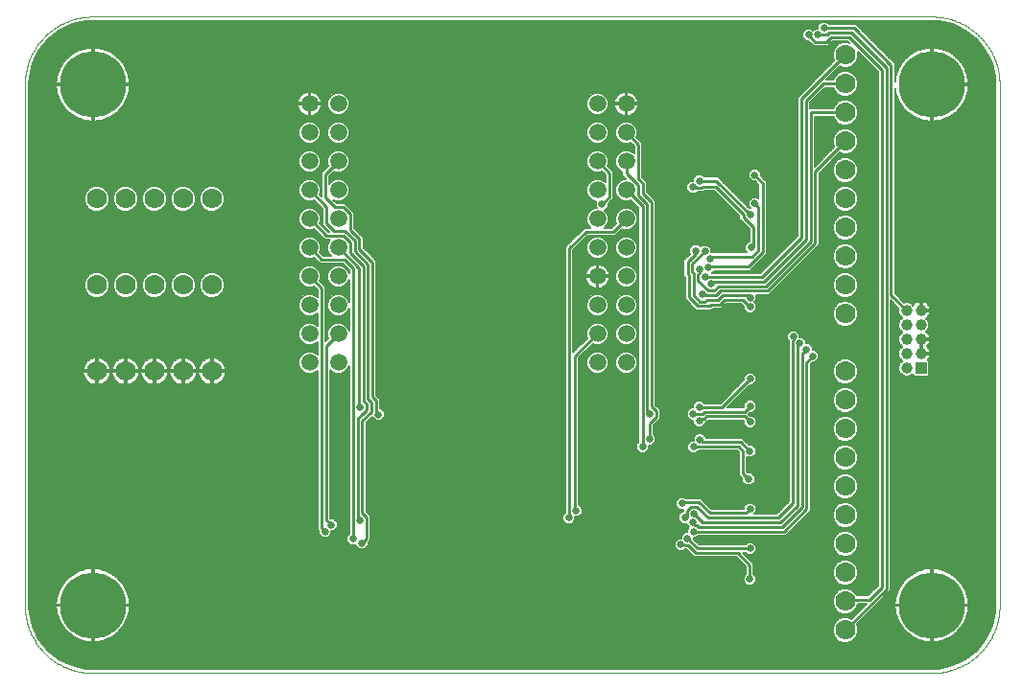
<source format=gbl>
G75*
%MOIN*%
%OFA0B0*%
%FSLAX25Y25*%
%IPPOS*%
%LPD*%
%AMOC8*
5,1,8,0,0,1.08239X$1,22.5*
%
%ADD10C,0.00300*%
%ADD11C,0.07000*%
%ADD12C,0.23000*%
%ADD13C,0.05906*%
%ADD14R,0.03937X0.03937*%
%ADD15C,0.03937*%
%ADD16C,0.01000*%
%ADD17C,0.02578*%
%ADD18C,0.00600*%
D10*
X0024922Y0001300D02*
X0316261Y0001300D01*
X0316832Y0001307D01*
X0317402Y0001328D01*
X0317972Y0001362D01*
X0318541Y0001410D01*
X0319108Y0001472D01*
X0319674Y0001548D01*
X0320238Y0001637D01*
X0320799Y0001740D01*
X0321358Y0001857D01*
X0321914Y0001986D01*
X0322467Y0002130D01*
X0323016Y0002286D01*
X0323561Y0002456D01*
X0324101Y0002639D01*
X0324637Y0002835D01*
X0325169Y0003044D01*
X0325695Y0003266D01*
X0326215Y0003500D01*
X0326730Y0003747D01*
X0327239Y0004006D01*
X0327741Y0004277D01*
X0328236Y0004561D01*
X0328725Y0004856D01*
X0329206Y0005163D01*
X0329680Y0005481D01*
X0330146Y0005811D01*
X0330603Y0006152D01*
X0331053Y0006505D01*
X0331493Y0006867D01*
X0331925Y0007241D01*
X0332348Y0007624D01*
X0332761Y0008018D01*
X0333165Y0008422D01*
X0333559Y0008835D01*
X0333942Y0009258D01*
X0334316Y0009690D01*
X0334678Y0010130D01*
X0335031Y0010580D01*
X0335372Y0011037D01*
X0335702Y0011503D01*
X0336020Y0011977D01*
X0336327Y0012458D01*
X0336622Y0012947D01*
X0336906Y0013442D01*
X0337177Y0013944D01*
X0337436Y0014453D01*
X0337683Y0014968D01*
X0337917Y0015488D01*
X0338139Y0016014D01*
X0338348Y0016546D01*
X0338544Y0017082D01*
X0338727Y0017622D01*
X0338897Y0018167D01*
X0339053Y0018716D01*
X0339197Y0019269D01*
X0339326Y0019825D01*
X0339443Y0020384D01*
X0339546Y0020945D01*
X0339635Y0021509D01*
X0339711Y0022075D01*
X0339773Y0022642D01*
X0339821Y0023211D01*
X0339855Y0023781D01*
X0339876Y0024351D01*
X0339883Y0024922D01*
X0339883Y0206024D01*
X0339876Y0206595D01*
X0339855Y0207165D01*
X0339821Y0207735D01*
X0339773Y0208304D01*
X0339711Y0208871D01*
X0339635Y0209437D01*
X0339546Y0210001D01*
X0339443Y0210562D01*
X0339326Y0211121D01*
X0339197Y0211677D01*
X0339053Y0212230D01*
X0338897Y0212779D01*
X0338727Y0213324D01*
X0338544Y0213864D01*
X0338348Y0214400D01*
X0338139Y0214932D01*
X0337917Y0215458D01*
X0337683Y0215978D01*
X0337436Y0216493D01*
X0337177Y0217002D01*
X0336906Y0217504D01*
X0336622Y0217999D01*
X0336327Y0218488D01*
X0336020Y0218969D01*
X0335702Y0219443D01*
X0335372Y0219909D01*
X0335031Y0220366D01*
X0334678Y0220816D01*
X0334316Y0221256D01*
X0333942Y0221688D01*
X0333559Y0222111D01*
X0333165Y0222524D01*
X0332761Y0222928D01*
X0332348Y0223322D01*
X0331925Y0223705D01*
X0331493Y0224079D01*
X0331053Y0224441D01*
X0330603Y0224794D01*
X0330146Y0225135D01*
X0329680Y0225465D01*
X0329206Y0225783D01*
X0328725Y0226090D01*
X0328236Y0226385D01*
X0327741Y0226669D01*
X0327239Y0226940D01*
X0326730Y0227199D01*
X0326215Y0227446D01*
X0325695Y0227680D01*
X0325169Y0227902D01*
X0324637Y0228111D01*
X0324101Y0228307D01*
X0323561Y0228490D01*
X0323016Y0228660D01*
X0322467Y0228816D01*
X0321914Y0228960D01*
X0321358Y0229089D01*
X0320799Y0229206D01*
X0320238Y0229309D01*
X0319674Y0229398D01*
X0319108Y0229474D01*
X0318541Y0229536D01*
X0317972Y0229584D01*
X0317402Y0229618D01*
X0316832Y0229639D01*
X0316261Y0229646D01*
X0024922Y0229646D01*
X0024351Y0229639D01*
X0023781Y0229618D01*
X0023211Y0229584D01*
X0022642Y0229536D01*
X0022075Y0229474D01*
X0021509Y0229398D01*
X0020945Y0229309D01*
X0020384Y0229206D01*
X0019825Y0229089D01*
X0019269Y0228960D01*
X0018716Y0228816D01*
X0018167Y0228660D01*
X0017622Y0228490D01*
X0017082Y0228307D01*
X0016546Y0228111D01*
X0016014Y0227902D01*
X0015488Y0227680D01*
X0014968Y0227446D01*
X0014453Y0227199D01*
X0013944Y0226940D01*
X0013442Y0226669D01*
X0012947Y0226385D01*
X0012458Y0226090D01*
X0011977Y0225783D01*
X0011503Y0225465D01*
X0011037Y0225135D01*
X0010580Y0224794D01*
X0010130Y0224441D01*
X0009690Y0224079D01*
X0009258Y0223705D01*
X0008835Y0223322D01*
X0008422Y0222928D01*
X0008018Y0222524D01*
X0007624Y0222111D01*
X0007241Y0221688D01*
X0006867Y0221256D01*
X0006505Y0220816D01*
X0006152Y0220366D01*
X0005811Y0219909D01*
X0005481Y0219443D01*
X0005163Y0218969D01*
X0004856Y0218488D01*
X0004561Y0217999D01*
X0004277Y0217504D01*
X0004006Y0217002D01*
X0003747Y0216493D01*
X0003500Y0215978D01*
X0003266Y0215458D01*
X0003044Y0214932D01*
X0002835Y0214400D01*
X0002639Y0213864D01*
X0002456Y0213324D01*
X0002286Y0212779D01*
X0002130Y0212230D01*
X0001986Y0211677D01*
X0001857Y0211121D01*
X0001740Y0210562D01*
X0001637Y0210001D01*
X0001548Y0209437D01*
X0001472Y0208871D01*
X0001410Y0208304D01*
X0001362Y0207735D01*
X0001328Y0207165D01*
X0001307Y0206595D01*
X0001300Y0206024D01*
X0001300Y0024922D01*
X0001307Y0024351D01*
X0001328Y0023781D01*
X0001362Y0023211D01*
X0001410Y0022642D01*
X0001472Y0022075D01*
X0001548Y0021509D01*
X0001637Y0020945D01*
X0001740Y0020384D01*
X0001857Y0019825D01*
X0001986Y0019269D01*
X0002130Y0018716D01*
X0002286Y0018167D01*
X0002456Y0017622D01*
X0002639Y0017082D01*
X0002835Y0016546D01*
X0003044Y0016014D01*
X0003266Y0015488D01*
X0003500Y0014968D01*
X0003747Y0014453D01*
X0004006Y0013944D01*
X0004277Y0013442D01*
X0004561Y0012947D01*
X0004856Y0012458D01*
X0005163Y0011977D01*
X0005481Y0011503D01*
X0005811Y0011037D01*
X0006152Y0010580D01*
X0006505Y0010130D01*
X0006867Y0009690D01*
X0007241Y0009258D01*
X0007624Y0008835D01*
X0008018Y0008422D01*
X0008422Y0008018D01*
X0008835Y0007624D01*
X0009258Y0007241D01*
X0009690Y0006867D01*
X0010130Y0006505D01*
X0010580Y0006152D01*
X0011037Y0005811D01*
X0011503Y0005481D01*
X0011977Y0005163D01*
X0012458Y0004856D01*
X0012947Y0004561D01*
X0013442Y0004277D01*
X0013944Y0004006D01*
X0014453Y0003747D01*
X0014968Y0003500D01*
X0015488Y0003266D01*
X0016014Y0003044D01*
X0016546Y0002835D01*
X0017082Y0002639D01*
X0017622Y0002456D01*
X0018167Y0002286D01*
X0018716Y0002130D01*
X0019269Y0001986D01*
X0019825Y0001857D01*
X0020384Y0001740D01*
X0020945Y0001637D01*
X0021509Y0001548D01*
X0022075Y0001472D01*
X0022642Y0001410D01*
X0023211Y0001362D01*
X0023781Y0001328D01*
X0024351Y0001307D01*
X0024922Y0001300D01*
D11*
X0026300Y0106300D03*
X0036300Y0106300D03*
X0046300Y0106300D03*
X0056300Y0106300D03*
X0066300Y0106300D03*
X0066300Y0136300D03*
X0056300Y0136300D03*
X0046300Y0136300D03*
X0036300Y0136300D03*
X0026300Y0136300D03*
X0026300Y0166300D03*
X0036300Y0166300D03*
X0046300Y0166300D03*
X0056300Y0166300D03*
X0066300Y0166300D03*
X0286300Y0166300D03*
X0286300Y0156300D03*
X0286300Y0146300D03*
X0286300Y0136300D03*
X0286300Y0126300D03*
X0286300Y0106300D03*
X0286300Y0096300D03*
X0286300Y0086300D03*
X0286300Y0076300D03*
X0286300Y0066300D03*
X0286300Y0056300D03*
X0286300Y0046300D03*
X0286300Y0036300D03*
X0286300Y0026300D03*
X0286300Y0016300D03*
X0286300Y0176300D03*
X0286300Y0186300D03*
X0286300Y0196300D03*
X0286300Y0206300D03*
X0286300Y0216300D03*
D12*
X0316261Y0206024D03*
X0316261Y0024922D03*
X0024922Y0024922D03*
X0024922Y0206024D03*
D13*
X0100190Y0199300D03*
X0110190Y0199300D03*
X0110190Y0189300D03*
X0100190Y0189300D03*
X0100190Y0179300D03*
X0110190Y0179300D03*
X0110190Y0169300D03*
X0100190Y0169300D03*
X0100190Y0159300D03*
X0110190Y0159300D03*
X0110190Y0149300D03*
X0100190Y0149300D03*
X0100190Y0139300D03*
X0110190Y0139300D03*
X0110190Y0129300D03*
X0100190Y0129300D03*
X0100190Y0119300D03*
X0110190Y0119300D03*
X0110190Y0109300D03*
X0100190Y0109300D03*
X0200190Y0109300D03*
X0210190Y0109300D03*
X0210190Y0119300D03*
X0200190Y0119300D03*
X0200190Y0129300D03*
X0210190Y0129300D03*
X0210190Y0139300D03*
X0200190Y0139300D03*
X0200190Y0149300D03*
X0210190Y0149300D03*
X0210190Y0159300D03*
X0200190Y0159300D03*
X0200190Y0169300D03*
X0210190Y0169300D03*
X0210190Y0179300D03*
X0200190Y0179300D03*
X0200190Y0189300D03*
X0210190Y0189300D03*
X0210190Y0199300D03*
X0200190Y0199300D03*
D14*
X0312560Y0107442D03*
D15*
X0307560Y0107442D03*
X0307560Y0112442D03*
X0312560Y0112442D03*
X0312560Y0117442D03*
X0307560Y0117442D03*
X0307560Y0122442D03*
X0312560Y0122442D03*
X0312560Y0127442D03*
X0307560Y0127442D03*
D16*
X0302113Y0132889D01*
X0302113Y0212898D01*
X0289301Y0225709D01*
X0278859Y0225709D01*
X0280638Y0224109D02*
X0288333Y0224109D01*
X0300513Y0211930D01*
X0300513Y0030513D01*
X0286300Y0016300D01*
X0286300Y0026300D02*
X0286891Y0026891D01*
X0294628Y0026891D01*
X0298913Y0031175D01*
X0298913Y0211168D01*
X0287571Y0222509D01*
X0281300Y0222509D01*
X0279722Y0220931D01*
X0275764Y0220931D01*
X0274365Y0222331D01*
X0274365Y0222531D01*
X0273576Y0223320D01*
X0276754Y0223320D02*
X0279849Y0223320D01*
X0280638Y0224109D01*
X0286300Y0216300D02*
X0270985Y0200985D01*
X0270985Y0152875D01*
X0257206Y0139095D01*
X0237520Y0139095D01*
X0235552Y0140505D02*
X0235131Y0140085D01*
X0235131Y0137822D01*
X0238636Y0134317D01*
X0240615Y0134317D01*
X0242193Y0135895D01*
X0258531Y0135895D01*
X0274185Y0151549D01*
X0274185Y0196300D01*
X0286300Y0196300D01*
X0286300Y0206300D02*
X0278563Y0206300D01*
X0272585Y0200322D01*
X0272585Y0152212D01*
X0257868Y0137495D01*
X0240415Y0137495D01*
X0239626Y0136706D01*
X0242856Y0134295D02*
X0259194Y0134295D01*
X0275785Y0150887D01*
X0275785Y0175785D01*
X0286300Y0186300D01*
X0257574Y0171771D02*
X0257574Y0147632D01*
X0252606Y0142664D01*
X0239120Y0142664D01*
X0238730Y0142273D01*
X0235552Y0141689D02*
X0235552Y0140505D01*
X0233531Y0140331D02*
X0233163Y0140699D01*
X0233163Y0143709D01*
X0237520Y0148067D01*
X0234298Y0148223D02*
X0234298Y0147107D01*
X0231563Y0144372D01*
X0231563Y0140037D01*
X0231931Y0139668D01*
X0231931Y0132002D01*
X0234970Y0128964D01*
X0239200Y0128964D01*
X0239754Y0129517D01*
X0242604Y0129517D01*
X0244182Y0131095D01*
X0250701Y0131095D01*
X0252279Y0129517D01*
X0252480Y0129517D01*
X0253269Y0128728D01*
X0253269Y0131906D02*
X0252480Y0132695D01*
X0243519Y0132695D01*
X0241941Y0131117D01*
X0238165Y0131117D01*
X0237611Y0130564D01*
X0235632Y0130564D01*
X0233531Y0132665D01*
X0233531Y0140331D01*
X0239489Y0145451D02*
X0240270Y0146232D01*
X0253912Y0146232D01*
X0255974Y0148295D01*
X0255974Y0163528D01*
X0254817Y0164686D01*
X0253269Y0160749D02*
X0241457Y0172560D01*
X0235552Y0172560D01*
X0236815Y0170444D02*
X0236542Y0170171D01*
X0234562Y0170171D01*
X0234421Y0170313D01*
X0233305Y0170313D01*
X0236815Y0170444D02*
X0241310Y0170444D01*
X0250880Y0160875D01*
X0250880Y0159759D01*
X0254374Y0156265D01*
X0254374Y0150073D01*
X0253585Y0149284D01*
X0242856Y0134295D02*
X0241278Y0132717D01*
X0237973Y0132717D01*
X0237738Y0132953D01*
X0236622Y0132953D01*
X0268181Y0118278D02*
X0268181Y0117162D01*
X0268039Y0117020D01*
X0268039Y0060355D01*
X0263043Y0055360D01*
X0238579Y0055360D01*
X0234681Y0059257D01*
X0232701Y0059257D01*
X0231301Y0057858D01*
X0231301Y0056103D01*
X0230631Y0055433D01*
X0233383Y0053691D02*
X0234172Y0052902D01*
X0234573Y0052902D01*
X0235315Y0052160D01*
X0264464Y0052160D01*
X0264932Y0052628D01*
X0271239Y0058935D01*
X0271239Y0112347D01*
X0272675Y0113783D01*
X0274922Y0111536D02*
X0272839Y0109453D01*
X0272839Y0058272D01*
X0265080Y0050513D01*
X0233583Y0050513D01*
X0231478Y0048124D02*
X0234995Y0044607D01*
X0253269Y0044607D01*
X0248963Y0043007D02*
X0253072Y0038898D01*
X0253072Y0033977D01*
X0248963Y0043007D02*
X0234332Y0043007D01*
X0231604Y0045735D01*
X0230489Y0045735D01*
X0230205Y0046018D01*
X0229089Y0046018D01*
X0236799Y0053760D02*
X0233690Y0056869D01*
X0236799Y0053760D02*
X0263801Y0053760D01*
X0269639Y0059597D01*
X0269639Y0115242D01*
X0270428Y0116031D01*
X0253269Y0103662D02*
X0243426Y0093820D01*
X0235552Y0093820D01*
X0237331Y0092220D02*
X0251399Y0092220D01*
X0253269Y0094089D01*
X0251350Y0090620D02*
X0237993Y0090620D01*
X0237204Y0089831D01*
X0236341Y0089831D01*
X0235552Y0089042D01*
X0236542Y0091431D02*
X0233447Y0091431D01*
X0236542Y0091431D02*
X0237331Y0092220D01*
X0235702Y0082429D02*
X0236516Y0081615D01*
X0249922Y0081615D01*
X0253072Y0078465D01*
X0250683Y0078592D02*
X0249259Y0080015D01*
X0233585Y0080015D01*
X0233583Y0080013D01*
X0220645Y0090441D02*
X0218256Y0088052D01*
X0218256Y0082626D01*
X0215867Y0080040D02*
X0215867Y0163623D01*
X0210190Y0169300D01*
X0214243Y0170979D02*
X0214243Y0167510D01*
X0217467Y0164286D01*
X0217467Y0092220D01*
X0218256Y0091431D01*
X0220645Y0092420D02*
X0220645Y0090441D01*
X0220645Y0092420D02*
X0219067Y0093998D01*
X0219067Y0164949D01*
X0215843Y0168173D01*
X0215843Y0171641D01*
X0214243Y0173241D01*
X0214243Y0185247D01*
X0210190Y0189300D01*
X0210190Y0179300D02*
X0210190Y0175031D01*
X0214243Y0170979D01*
X0204243Y0166841D02*
X0201757Y0164355D01*
X0204243Y0166841D02*
X0204243Y0175247D01*
X0200190Y0179300D01*
X0210190Y0159300D02*
X0205733Y0154843D01*
X0196182Y0154843D01*
X0190276Y0148938D01*
X0190276Y0055291D01*
X0192665Y0057822D02*
X0192245Y0058243D01*
X0192245Y0111536D01*
X0200009Y0119300D01*
X0200190Y0119300D01*
X0251350Y0090620D02*
X0253269Y0088702D01*
X0250683Y0078592D02*
X0250683Y0070815D01*
X0252678Y0068820D01*
X0253269Y0058387D02*
X0251841Y0056960D01*
X0239242Y0056960D01*
X0235344Y0060857D01*
X0230149Y0060857D01*
X0229646Y0060355D01*
X0264420Y0052116D02*
X0264464Y0052160D01*
X0124135Y0091261D02*
X0123254Y0092141D01*
X0123254Y0096135D01*
X0122045Y0097344D01*
X0122045Y0144233D01*
X0117443Y0148835D01*
X0117443Y0152304D01*
X0114204Y0155543D01*
X0114204Y0157583D01*
X0114243Y0157621D01*
X0114243Y0160979D01*
X0111869Y0163353D01*
X0108932Y0163353D01*
X0105631Y0166654D01*
X0105631Y0174741D01*
X0110190Y0179300D01*
X0100190Y0169300D02*
X0106137Y0163353D01*
X0106137Y0157621D01*
X0108511Y0155247D01*
X0112237Y0155247D01*
X0115843Y0151641D01*
X0115843Y0148173D01*
X0120445Y0143571D01*
X0120445Y0096681D01*
X0121654Y0095472D01*
X0121654Y0092127D01*
X0118476Y0088949D01*
X0118476Y0057071D01*
X0120054Y0055493D01*
X0120054Y0048237D01*
X0118341Y0046524D01*
X0115276Y0047954D02*
X0115276Y0141951D01*
X0112226Y0145001D01*
X0104489Y0145001D01*
X0100190Y0149300D01*
X0106137Y0153353D02*
X0111869Y0153353D01*
X0114243Y0150979D01*
X0114243Y0147621D01*
X0114187Y0147566D01*
X0118845Y0142908D01*
X0118845Y0096019D01*
X0120054Y0094809D01*
X0120054Y0092830D01*
X0118655Y0091431D01*
X0118424Y0091431D01*
X0116876Y0089883D01*
X0116876Y0055292D01*
X0117665Y0054503D01*
X0107736Y0052902D02*
X0105843Y0054795D01*
X0105843Y0114953D01*
X0110190Y0119300D01*
X0104243Y0135247D02*
X0104243Y0051901D01*
X0105631Y0050513D01*
X0117665Y0093820D02*
X0117245Y0094240D01*
X0117245Y0095788D01*
X0117245Y0142245D01*
X0110190Y0149300D01*
X0106137Y0153353D02*
X0100190Y0159300D01*
X0100190Y0139300D02*
X0104243Y0135247D01*
X0254817Y0174528D02*
X0257574Y0171771D01*
D17*
X0254817Y0174528D03*
X0254817Y0164686D03*
X0253269Y0160749D03*
X0239095Y0155040D03*
X0237520Y0148067D03*
X0234298Y0148223D03*
X0239489Y0145451D03*
X0238730Y0142273D03*
X0235552Y0141689D03*
X0237520Y0139095D03*
X0239626Y0136706D03*
X0236622Y0132953D03*
X0230237Y0126694D03*
X0237520Y0125906D03*
X0242048Y0116851D03*
X0237324Y0107402D03*
X0231418Y0107402D03*
X0244017Y0101103D03*
X0253269Y0103662D03*
X0253269Y0094089D03*
X0253269Y0088702D03*
X0253859Y0083387D03*
X0253072Y0078465D03*
X0253859Y0073544D03*
X0252678Y0068820D03*
X0253859Y0063702D03*
X0253269Y0058387D03*
X0238898Y0065473D03*
X0229646Y0060355D03*
X0230631Y0055433D03*
X0233383Y0053691D03*
X0233583Y0050513D03*
X0231478Y0048124D03*
X0229089Y0046018D03*
X0222363Y0042048D03*
X0222363Y0032206D03*
X0238111Y0028269D03*
X0253859Y0030237D03*
X0253072Y0033977D03*
X0255828Y0042048D03*
X0253269Y0044607D03*
X0233690Y0056869D03*
X0222363Y0065670D03*
X0238308Y0075709D03*
X0233583Y0080013D03*
X0235702Y0082429D03*
X0235552Y0089042D03*
X0233447Y0091431D03*
X0235552Y0093820D03*
X0230237Y0097166D03*
X0218256Y0091431D03*
X0226300Y0085355D03*
X0218256Y0082626D03*
X0215867Y0080040D03*
X0222363Y0077481D03*
X0192665Y0057822D03*
X0190276Y0055291D03*
X0238111Y0012520D03*
X0253859Y0012520D03*
X0253859Y0020394D03*
X0294410Y0035158D03*
X0294410Y0102087D03*
X0274922Y0111536D03*
X0272675Y0113783D03*
X0270428Y0116031D03*
X0268181Y0118278D03*
X0264883Y0115867D03*
X0253269Y0128728D03*
X0253269Y0131906D03*
X0253585Y0149284D03*
X0238702Y0166457D03*
X0233305Y0170313D03*
X0235552Y0172560D03*
X0227284Y0170788D03*
X0221969Y0161143D03*
X0221576Y0148544D03*
X0205040Y0161143D03*
X0201757Y0164355D03*
X0221379Y0196576D03*
X0221576Y0206418D03*
X0238505Y0196182D03*
X0238898Y0207402D03*
X0268820Y0219410D03*
X0273576Y0223320D03*
X0276754Y0223320D03*
X0278859Y0225709D03*
X0294410Y0209765D03*
X0294410Y0121772D03*
X0222363Y0120788D03*
X0124135Y0091261D03*
X0117665Y0093820D03*
X0091851Y0130631D03*
X0073741Y0133387D03*
X0073544Y0163308D03*
X0089292Y0163111D03*
X0029646Y0153269D03*
X0015080Y0156418D03*
X0055040Y0067639D03*
X0037324Y0057796D03*
X0105631Y0050513D03*
X0107736Y0052902D03*
X0112127Y0055828D03*
X0117665Y0054503D03*
X0115276Y0047954D03*
X0118341Y0046524D03*
X0110158Y0047954D03*
D18*
X0009244Y0009244D02*
X0006148Y0013126D01*
X0003994Y0017599D01*
X0002889Y0022440D01*
X0002750Y0024922D01*
X0002750Y0206024D01*
X0002889Y0208507D01*
X0003994Y0213347D01*
X0006148Y0217821D01*
X0009244Y0221702D01*
X0013126Y0224798D01*
X0017599Y0226952D01*
X0022440Y0228057D01*
X0024922Y0228196D01*
X0316261Y0228196D01*
X0318743Y0228057D01*
X0323584Y0226952D01*
X0328057Y0224798D01*
X0331939Y0221702D01*
X0335034Y0217821D01*
X0337188Y0213347D01*
X0338293Y0208507D01*
X0338433Y0206024D01*
X0338433Y0024922D01*
X0338293Y0022440D01*
X0337188Y0017599D01*
X0335034Y0013126D01*
X0331939Y0009244D01*
X0328057Y0006148D01*
X0323584Y0003994D01*
X0318743Y0002889D01*
X0316261Y0002750D01*
X0024922Y0002750D01*
X0022440Y0002889D01*
X0017599Y0003994D01*
X0013126Y0006148D01*
X0009244Y0009244D01*
X0009449Y0009081D02*
X0331734Y0009081D01*
X0332286Y0009679D02*
X0008897Y0009679D01*
X0008420Y0010278D02*
X0332763Y0010278D01*
X0333240Y0010876D02*
X0007942Y0010876D01*
X0007465Y0011475D02*
X0333718Y0011475D01*
X0334195Y0012073D02*
X0287593Y0012073D01*
X0287175Y0011900D02*
X0288792Y0012570D01*
X0290030Y0013808D01*
X0290700Y0015425D01*
X0290700Y0017175D01*
X0290248Y0018268D01*
X0301092Y0029113D01*
X0301913Y0029933D01*
X0301913Y0131109D01*
X0304784Y0128237D01*
X0304691Y0128012D01*
X0304691Y0126871D01*
X0305128Y0125817D01*
X0305935Y0125010D01*
X0306100Y0124942D01*
X0305935Y0124874D01*
X0305128Y0124067D01*
X0304691Y0123012D01*
X0304691Y0121871D01*
X0305128Y0120817D01*
X0305935Y0120010D01*
X0306100Y0119942D01*
X0305935Y0119874D01*
X0305128Y0119067D01*
X0304691Y0118012D01*
X0304691Y0116871D01*
X0305128Y0115817D01*
X0305935Y0115010D01*
X0306100Y0114942D01*
X0305935Y0114874D01*
X0305128Y0114067D01*
X0304691Y0113012D01*
X0304691Y0111871D01*
X0305128Y0110817D01*
X0305935Y0110010D01*
X0306100Y0109942D01*
X0305935Y0109874D01*
X0305128Y0109067D01*
X0304691Y0108012D01*
X0304691Y0106871D01*
X0305128Y0105817D01*
X0305935Y0105010D01*
X0306989Y0104573D01*
X0308130Y0104573D01*
X0309185Y0105010D01*
X0309691Y0105517D01*
X0309691Y0105100D01*
X0310219Y0104573D01*
X0314901Y0104573D01*
X0315428Y0105100D01*
X0315428Y0109783D01*
X0314976Y0110235D01*
X0315099Y0110358D01*
X0315456Y0110894D01*
X0315703Y0111488D01*
X0315828Y0112120D01*
X0315828Y0112151D01*
X0312850Y0112151D01*
X0312850Y0112732D01*
X0312269Y0112732D01*
X0312269Y0117151D01*
X0312850Y0117151D01*
X0312850Y0114173D01*
X0312850Y0112732D01*
X0315828Y0112732D01*
X0315828Y0112764D01*
X0315703Y0113395D01*
X0315456Y0113990D01*
X0315099Y0114525D01*
X0314682Y0114942D01*
X0315099Y0115358D01*
X0315456Y0115894D01*
X0315703Y0116488D01*
X0315828Y0117120D01*
X0315828Y0117151D01*
X0312850Y0117151D01*
X0312850Y0117732D01*
X0315828Y0117732D01*
X0315828Y0117764D01*
X0315703Y0118395D01*
X0315456Y0118990D01*
X0315099Y0119525D01*
X0314643Y0119981D01*
X0314351Y0120176D01*
X0314992Y0120817D01*
X0315428Y0121871D01*
X0315428Y0123012D01*
X0314992Y0124067D01*
X0314351Y0124707D01*
X0314643Y0124903D01*
X0315099Y0125358D01*
X0315456Y0125894D01*
X0315703Y0126488D01*
X0315828Y0127120D01*
X0315828Y0127151D01*
X0312850Y0127151D01*
X0312850Y0127732D01*
X0312269Y0127732D01*
X0312269Y0130710D01*
X0312238Y0130710D01*
X0311606Y0130585D01*
X0311012Y0130338D01*
X0310476Y0129981D01*
X0310021Y0129525D01*
X0309826Y0129233D01*
X0309185Y0129874D01*
X0308130Y0130310D01*
X0306989Y0130310D01*
X0306764Y0130217D01*
X0303513Y0133469D01*
X0303513Y0204868D01*
X0303584Y0204144D01*
X0303829Y0202911D01*
X0304194Y0201707D01*
X0304676Y0200545D01*
X0305268Y0199436D01*
X0305967Y0198390D01*
X0306765Y0197418D01*
X0307654Y0196529D01*
X0308626Y0195731D01*
X0309672Y0195032D01*
X0310781Y0194439D01*
X0311943Y0193958D01*
X0313147Y0193593D01*
X0314380Y0193348D01*
X0315632Y0193224D01*
X0315961Y0193224D01*
X0315961Y0205724D01*
X0316561Y0205724D01*
X0316561Y0206324D01*
X0329061Y0206324D01*
X0329061Y0206653D01*
X0328937Y0207905D01*
X0328692Y0209138D01*
X0328327Y0210342D01*
X0327846Y0211504D01*
X0327253Y0212613D01*
X0326554Y0213659D01*
X0325756Y0214631D01*
X0324867Y0215520D01*
X0323895Y0216318D01*
X0322849Y0217017D01*
X0321740Y0217609D01*
X0320578Y0218091D01*
X0319375Y0218456D01*
X0318141Y0218701D01*
X0316889Y0218824D01*
X0316561Y0218824D01*
X0316561Y0206324D01*
X0315961Y0206324D01*
X0315961Y0218824D01*
X0315632Y0218824D01*
X0314380Y0218701D01*
X0313147Y0218456D01*
X0311943Y0218091D01*
X0310781Y0217609D01*
X0309672Y0217017D01*
X0308626Y0216318D01*
X0307654Y0215520D01*
X0306765Y0214631D01*
X0305967Y0213659D01*
X0305268Y0212613D01*
X0304676Y0211504D01*
X0304194Y0210342D01*
X0303829Y0209138D01*
X0303584Y0207905D01*
X0303513Y0207181D01*
X0303513Y0213478D01*
X0290701Y0226289D01*
X0289881Y0227109D01*
X0280555Y0227109D01*
X0279766Y0227898D01*
X0277952Y0227898D01*
X0276670Y0226616D01*
X0276670Y0225509D01*
X0275847Y0225509D01*
X0275165Y0224827D01*
X0274482Y0225509D01*
X0272669Y0225509D01*
X0271387Y0224227D01*
X0271387Y0222414D01*
X0272669Y0221131D01*
X0273584Y0221131D01*
X0273785Y0220931D01*
X0274364Y0220352D01*
X0275184Y0219531D01*
X0280302Y0219531D01*
X0281122Y0220352D01*
X0281880Y0221109D01*
X0286991Y0221109D01*
X0287560Y0220541D01*
X0287175Y0220700D01*
X0285425Y0220700D01*
X0283808Y0220030D01*
X0282570Y0218792D01*
X0281900Y0217175D01*
X0281900Y0215425D01*
X0282352Y0214332D01*
X0269585Y0201565D01*
X0269585Y0153455D01*
X0256626Y0140495D01*
X0240048Y0140495D01*
X0240816Y0141264D01*
X0253186Y0141264D01*
X0254006Y0142084D01*
X0258154Y0146232D01*
X0258974Y0147052D01*
X0258974Y0172351D01*
X0258154Y0173171D01*
X0257005Y0174319D01*
X0257005Y0175435D01*
X0255723Y0176717D01*
X0253910Y0176717D01*
X0252628Y0175435D01*
X0252628Y0173622D01*
X0253910Y0172339D01*
X0255026Y0172339D01*
X0256174Y0171191D01*
X0256174Y0166424D01*
X0255723Y0166875D01*
X0253910Y0166875D01*
X0252628Y0165593D01*
X0252628Y0163779D01*
X0253469Y0162938D01*
X0253059Y0162938D01*
X0242857Y0173140D01*
X0242037Y0173960D01*
X0237248Y0173960D01*
X0236459Y0174749D01*
X0234645Y0174749D01*
X0233363Y0173467D01*
X0233363Y0172502D01*
X0232398Y0172502D01*
X0231116Y0171219D01*
X0231116Y0169406D01*
X0232398Y0168124D01*
X0234212Y0168124D01*
X0234859Y0168771D01*
X0237121Y0168771D01*
X0237395Y0169044D01*
X0240730Y0169044D01*
X0249480Y0160295D01*
X0249480Y0159179D01*
X0250300Y0158359D01*
X0252974Y0155685D01*
X0252974Y0151473D01*
X0252678Y0151473D01*
X0251396Y0150191D01*
X0251396Y0148378D01*
X0252141Y0147632D01*
X0240404Y0147632D01*
X0240396Y0147640D01*
X0239709Y0147640D01*
X0239709Y0148974D01*
X0238427Y0150256D01*
X0236614Y0150256D01*
X0235987Y0149630D01*
X0235205Y0150412D01*
X0233391Y0150412D01*
X0232109Y0149130D01*
X0232109Y0147316D01*
X0232318Y0147107D01*
X0230163Y0144952D01*
X0230163Y0139457D01*
X0230531Y0139088D01*
X0230531Y0131422D01*
X0231352Y0130602D01*
X0234390Y0127564D01*
X0239780Y0127564D01*
X0240333Y0128117D01*
X0243184Y0128117D01*
X0244004Y0128937D01*
X0244761Y0129695D01*
X0250121Y0129695D01*
X0251080Y0128737D01*
X0251080Y0127822D01*
X0252362Y0126539D01*
X0254175Y0126539D01*
X0255457Y0127822D01*
X0255457Y0129635D01*
X0254775Y0130317D01*
X0255457Y0131000D01*
X0255457Y0132813D01*
X0255375Y0132895D01*
X0259774Y0132895D01*
X0260594Y0133715D01*
X0277185Y0150307D01*
X0277185Y0175205D01*
X0284332Y0182352D01*
X0285425Y0181900D01*
X0287175Y0181900D01*
X0288792Y0182570D01*
X0290030Y0183808D01*
X0290700Y0185425D01*
X0290700Y0187175D01*
X0290030Y0188792D01*
X0288792Y0190030D01*
X0287175Y0190700D01*
X0285425Y0190700D01*
X0283808Y0190030D01*
X0282570Y0188792D01*
X0281900Y0187175D01*
X0281900Y0185425D01*
X0282352Y0184332D01*
X0275585Y0177565D01*
X0275585Y0194900D01*
X0282117Y0194900D01*
X0282570Y0193808D01*
X0283808Y0192570D01*
X0285425Y0191900D01*
X0287175Y0191900D01*
X0288792Y0192570D01*
X0290030Y0193808D01*
X0290700Y0195425D01*
X0290700Y0197175D01*
X0290030Y0198792D01*
X0288792Y0200030D01*
X0287175Y0200700D01*
X0285425Y0200700D01*
X0283808Y0200030D01*
X0282570Y0198792D01*
X0282117Y0197700D01*
X0273985Y0197700D01*
X0273985Y0199742D01*
X0279143Y0204900D01*
X0282117Y0204900D01*
X0282570Y0203808D01*
X0283808Y0202570D01*
X0285425Y0201900D01*
X0287175Y0201900D01*
X0288792Y0202570D01*
X0290030Y0203808D01*
X0290700Y0205425D01*
X0290700Y0207175D01*
X0290030Y0208792D01*
X0288792Y0210030D01*
X0287175Y0210700D01*
X0285425Y0210700D01*
X0283808Y0210030D01*
X0282570Y0208792D01*
X0282117Y0207700D01*
X0279680Y0207700D01*
X0284332Y0212352D01*
X0285425Y0211900D01*
X0287175Y0211900D01*
X0288792Y0212570D01*
X0290030Y0213808D01*
X0290700Y0215425D01*
X0290700Y0217175D01*
X0290541Y0217560D01*
X0297513Y0210588D01*
X0297513Y0031755D01*
X0294048Y0028291D01*
X0290238Y0028291D01*
X0290030Y0028792D01*
X0288792Y0030030D01*
X0287175Y0030700D01*
X0285425Y0030700D01*
X0283808Y0030030D01*
X0282570Y0028792D01*
X0281900Y0027175D01*
X0281900Y0025425D01*
X0282570Y0023808D01*
X0283808Y0022570D01*
X0285425Y0021900D01*
X0287175Y0021900D01*
X0288792Y0022570D01*
X0290030Y0023808D01*
X0290700Y0025425D01*
X0290700Y0025491D01*
X0293511Y0025491D01*
X0288268Y0020248D01*
X0287175Y0020700D01*
X0285425Y0020700D01*
X0283808Y0020030D01*
X0282570Y0018792D01*
X0281900Y0017175D01*
X0281900Y0015425D01*
X0282570Y0013808D01*
X0283808Y0012570D01*
X0285425Y0011900D01*
X0287175Y0011900D01*
X0288894Y0012672D02*
X0312550Y0012672D01*
X0313147Y0012491D02*
X0314380Y0012245D01*
X0315632Y0012122D01*
X0315961Y0012122D01*
X0315961Y0024622D01*
X0316561Y0024622D01*
X0316561Y0025222D01*
X0329061Y0025222D01*
X0329061Y0025551D01*
X0328937Y0026802D01*
X0328692Y0028036D01*
X0328327Y0029239D01*
X0327846Y0030401D01*
X0327253Y0031510D01*
X0326554Y0032556D01*
X0325756Y0033528D01*
X0324867Y0034418D01*
X0323895Y0035215D01*
X0322849Y0035914D01*
X0321740Y0036507D01*
X0320578Y0036988D01*
X0319375Y0037353D01*
X0318141Y0037599D01*
X0316889Y0037722D01*
X0316561Y0037722D01*
X0316561Y0025222D01*
X0315961Y0025222D01*
X0315961Y0037722D01*
X0315632Y0037722D01*
X0314380Y0037599D01*
X0313147Y0037353D01*
X0311943Y0036988D01*
X0310781Y0036507D01*
X0309672Y0035914D01*
X0308626Y0035215D01*
X0307654Y0034418D01*
X0306765Y0033528D01*
X0305967Y0032556D01*
X0305268Y0031510D01*
X0304676Y0030401D01*
X0304194Y0029239D01*
X0303829Y0028036D01*
X0303584Y0026802D01*
X0303461Y0025551D01*
X0303461Y0025222D01*
X0315961Y0025222D01*
X0315961Y0024622D01*
X0303461Y0024622D01*
X0303461Y0024293D01*
X0303584Y0023042D01*
X0303829Y0021808D01*
X0304194Y0020605D01*
X0304676Y0019443D01*
X0305268Y0018334D01*
X0305967Y0017288D01*
X0306765Y0016316D01*
X0307654Y0015426D01*
X0308626Y0014629D01*
X0309672Y0013930D01*
X0310781Y0013337D01*
X0311943Y0012856D01*
X0313147Y0012491D01*
X0310943Y0013270D02*
X0289493Y0013270D01*
X0290055Y0013869D02*
X0309787Y0013869D01*
X0308868Y0014467D02*
X0290303Y0014467D01*
X0290551Y0015066D02*
X0308094Y0015066D01*
X0307416Y0015664D02*
X0290700Y0015664D01*
X0290700Y0016263D02*
X0306818Y0016263D01*
X0306317Y0016861D02*
X0290700Y0016861D01*
X0290582Y0017460D02*
X0305852Y0017460D01*
X0305452Y0018058D02*
X0290334Y0018058D01*
X0290637Y0018657D02*
X0305096Y0018657D01*
X0304776Y0019255D02*
X0291235Y0019255D01*
X0291834Y0019854D02*
X0304505Y0019854D01*
X0304257Y0020452D02*
X0292432Y0020452D01*
X0293031Y0021051D02*
X0304059Y0021051D01*
X0303877Y0021649D02*
X0293629Y0021649D01*
X0294228Y0022248D02*
X0303742Y0022248D01*
X0303623Y0022846D02*
X0294826Y0022846D01*
X0295425Y0023445D02*
X0303544Y0023445D01*
X0303485Y0024043D02*
X0296023Y0024043D01*
X0296622Y0024642D02*
X0315961Y0024642D01*
X0315961Y0025240D02*
X0316561Y0025240D01*
X0316561Y0024642D02*
X0338417Y0024642D01*
X0338433Y0025240D02*
X0329061Y0025240D01*
X0329032Y0025839D02*
X0338433Y0025839D01*
X0338433Y0026437D02*
X0328973Y0026437D01*
X0328891Y0027036D02*
X0338433Y0027036D01*
X0338433Y0027634D02*
X0328772Y0027634D01*
X0328632Y0028233D02*
X0338433Y0028233D01*
X0338433Y0028832D02*
X0328451Y0028832D01*
X0328248Y0029430D02*
X0338433Y0029430D01*
X0338433Y0030029D02*
X0328000Y0030029D01*
X0327725Y0030627D02*
X0338433Y0030627D01*
X0338433Y0031226D02*
X0327405Y0031226D01*
X0327043Y0031824D02*
X0338433Y0031824D01*
X0338433Y0032423D02*
X0326643Y0032423D01*
X0326173Y0033021D02*
X0338433Y0033021D01*
X0338433Y0033620D02*
X0325665Y0033620D01*
X0325066Y0034218D02*
X0338433Y0034218D01*
X0338433Y0034817D02*
X0324381Y0034817D01*
X0323596Y0035415D02*
X0338433Y0035415D01*
X0338433Y0036014D02*
X0322663Y0036014D01*
X0321486Y0036612D02*
X0338433Y0036612D01*
X0338433Y0037211D02*
X0319845Y0037211D01*
X0316561Y0037211D02*
X0315961Y0037211D01*
X0315961Y0036612D02*
X0316561Y0036612D01*
X0316561Y0036014D02*
X0315961Y0036014D01*
X0315961Y0035415D02*
X0316561Y0035415D01*
X0316561Y0034817D02*
X0315961Y0034817D01*
X0315961Y0034218D02*
X0316561Y0034218D01*
X0316561Y0033620D02*
X0315961Y0033620D01*
X0315961Y0033021D02*
X0316561Y0033021D01*
X0316561Y0032423D02*
X0315961Y0032423D01*
X0315961Y0031824D02*
X0316561Y0031824D01*
X0316561Y0031226D02*
X0315961Y0031226D01*
X0315961Y0030627D02*
X0316561Y0030627D01*
X0316561Y0030029D02*
X0315961Y0030029D01*
X0315961Y0029430D02*
X0316561Y0029430D01*
X0316561Y0028832D02*
X0315961Y0028832D01*
X0315961Y0028233D02*
X0316561Y0028233D01*
X0316561Y0027634D02*
X0315961Y0027634D01*
X0315961Y0027036D02*
X0316561Y0027036D01*
X0316561Y0026437D02*
X0315961Y0026437D01*
X0315961Y0025839D02*
X0316561Y0025839D01*
X0316561Y0024622D02*
X0329061Y0024622D01*
X0329061Y0024293D01*
X0328937Y0023042D01*
X0328692Y0021808D01*
X0328327Y0020605D01*
X0327846Y0019443D01*
X0327253Y0018334D01*
X0326554Y0017288D01*
X0325756Y0016316D01*
X0324867Y0015426D01*
X0323895Y0014629D01*
X0322849Y0013930D01*
X0321740Y0013337D01*
X0320578Y0012856D01*
X0319375Y0012491D01*
X0318141Y0012245D01*
X0316889Y0012122D01*
X0316561Y0012122D01*
X0316561Y0024622D01*
X0316561Y0024043D02*
X0315961Y0024043D01*
X0315961Y0023445D02*
X0316561Y0023445D01*
X0316561Y0022846D02*
X0315961Y0022846D01*
X0315961Y0022248D02*
X0316561Y0022248D01*
X0316561Y0021649D02*
X0315961Y0021649D01*
X0315961Y0021051D02*
X0316561Y0021051D01*
X0316561Y0020452D02*
X0315961Y0020452D01*
X0315961Y0019854D02*
X0316561Y0019854D01*
X0316561Y0019255D02*
X0315961Y0019255D01*
X0315961Y0018657D02*
X0316561Y0018657D01*
X0316561Y0018058D02*
X0315961Y0018058D01*
X0315961Y0017460D02*
X0316561Y0017460D01*
X0316561Y0016861D02*
X0315961Y0016861D01*
X0315961Y0016263D02*
X0316561Y0016263D01*
X0316561Y0015664D02*
X0315961Y0015664D01*
X0315961Y0015066D02*
X0316561Y0015066D01*
X0316561Y0014467D02*
X0315961Y0014467D01*
X0315961Y0013869D02*
X0316561Y0013869D01*
X0316561Y0013270D02*
X0315961Y0013270D01*
X0315961Y0012672D02*
X0316561Y0012672D01*
X0319971Y0012672D02*
X0334672Y0012672D01*
X0335104Y0013270D02*
X0321579Y0013270D01*
X0322735Y0013869D02*
X0335392Y0013869D01*
X0335680Y0014467D02*
X0323653Y0014467D01*
X0324427Y0015066D02*
X0335968Y0015066D01*
X0336257Y0015664D02*
X0325105Y0015664D01*
X0325703Y0016263D02*
X0336545Y0016263D01*
X0336833Y0016861D02*
X0326204Y0016861D01*
X0326669Y0017460D02*
X0337121Y0017460D01*
X0337293Y0018058D02*
X0327069Y0018058D01*
X0327426Y0018657D02*
X0337430Y0018657D01*
X0337566Y0019255D02*
X0327745Y0019255D01*
X0328016Y0019854D02*
X0337703Y0019854D01*
X0337840Y0020452D02*
X0328264Y0020452D01*
X0328462Y0021051D02*
X0337976Y0021051D01*
X0338113Y0021649D02*
X0328644Y0021649D01*
X0328779Y0022248D02*
X0338250Y0022248D01*
X0338316Y0022846D02*
X0328899Y0022846D01*
X0328977Y0023445D02*
X0338350Y0023445D01*
X0338383Y0024043D02*
X0329036Y0024043D01*
X0338433Y0037809D02*
X0301913Y0037809D01*
X0301913Y0037211D02*
X0312676Y0037211D01*
X0311035Y0036612D02*
X0301913Y0036612D01*
X0301913Y0036014D02*
X0309858Y0036014D01*
X0308925Y0035415D02*
X0301913Y0035415D01*
X0301913Y0034817D02*
X0308140Y0034817D01*
X0307455Y0034218D02*
X0301913Y0034218D01*
X0301913Y0033620D02*
X0306856Y0033620D01*
X0306349Y0033021D02*
X0301913Y0033021D01*
X0301913Y0032423D02*
X0305878Y0032423D01*
X0305478Y0031824D02*
X0301913Y0031824D01*
X0301913Y0031226D02*
X0305116Y0031226D01*
X0304796Y0030627D02*
X0301913Y0030627D01*
X0301913Y0030029D02*
X0304521Y0030029D01*
X0304273Y0029430D02*
X0301410Y0029430D01*
X0300811Y0028832D02*
X0304071Y0028832D01*
X0303889Y0028233D02*
X0300213Y0028233D01*
X0299614Y0027634D02*
X0303749Y0027634D01*
X0303630Y0027036D02*
X0299016Y0027036D01*
X0298417Y0026437D02*
X0303548Y0026437D01*
X0303489Y0025839D02*
X0297819Y0025839D01*
X0297220Y0025240D02*
X0303461Y0025240D01*
X0296384Y0030627D02*
X0287351Y0030627D01*
X0287175Y0031900D02*
X0285425Y0031900D01*
X0283808Y0032570D01*
X0282570Y0033808D01*
X0281900Y0035425D01*
X0281900Y0037175D01*
X0282570Y0038792D01*
X0283808Y0040030D01*
X0285425Y0040700D01*
X0287175Y0040700D01*
X0288792Y0040030D01*
X0290030Y0038792D01*
X0290700Y0037175D01*
X0290700Y0035425D01*
X0290030Y0033808D01*
X0288792Y0032570D01*
X0287175Y0031900D01*
X0288437Y0032423D02*
X0297513Y0032423D01*
X0297513Y0033021D02*
X0289244Y0033021D01*
X0289842Y0033620D02*
X0297513Y0033620D01*
X0297513Y0034218D02*
X0290200Y0034218D01*
X0290448Y0034817D02*
X0297513Y0034817D01*
X0297513Y0035415D02*
X0290696Y0035415D01*
X0290700Y0036014D02*
X0297513Y0036014D01*
X0297513Y0036612D02*
X0290700Y0036612D01*
X0290685Y0037211D02*
X0297513Y0037211D01*
X0297513Y0037809D02*
X0290437Y0037809D01*
X0290189Y0038408D02*
X0297513Y0038408D01*
X0297513Y0039006D02*
X0289816Y0039006D01*
X0289218Y0039605D02*
X0297513Y0039605D01*
X0297513Y0040203D02*
X0288374Y0040203D01*
X0287414Y0041999D02*
X0297513Y0041999D01*
X0297513Y0042597D02*
X0288820Y0042597D01*
X0288792Y0042570D02*
X0290030Y0043808D01*
X0290700Y0045425D01*
X0290700Y0047175D01*
X0290030Y0048792D01*
X0288792Y0050030D01*
X0287175Y0050700D01*
X0285425Y0050700D01*
X0283808Y0050030D01*
X0282570Y0048792D01*
X0281900Y0047175D01*
X0281900Y0045425D01*
X0282570Y0043808D01*
X0283808Y0042570D01*
X0285425Y0041900D01*
X0287175Y0041900D01*
X0288792Y0042570D01*
X0289418Y0043196D02*
X0297513Y0043196D01*
X0297513Y0043794D02*
X0290017Y0043794D01*
X0290273Y0044393D02*
X0297513Y0044393D01*
X0297513Y0044991D02*
X0290520Y0044991D01*
X0290700Y0045590D02*
X0297513Y0045590D01*
X0297513Y0046188D02*
X0290700Y0046188D01*
X0290700Y0046787D02*
X0297513Y0046787D01*
X0297513Y0047385D02*
X0290613Y0047385D01*
X0290365Y0047984D02*
X0297513Y0047984D01*
X0297513Y0048582D02*
X0290117Y0048582D01*
X0289642Y0049181D02*
X0297513Y0049181D01*
X0297513Y0049779D02*
X0289043Y0049779D01*
X0287953Y0050378D02*
X0297513Y0050378D01*
X0297513Y0050976D02*
X0267523Y0050976D01*
X0266925Y0050378D02*
X0284647Y0050378D01*
X0283557Y0049779D02*
X0266326Y0049779D01*
X0265728Y0049181D02*
X0282958Y0049181D01*
X0282483Y0048582D02*
X0234749Y0048582D01*
X0234490Y0048324D02*
X0235279Y0049113D01*
X0265659Y0049113D01*
X0274239Y0057692D01*
X0274239Y0108873D01*
X0274713Y0109347D01*
X0275829Y0109347D01*
X0277111Y0110630D01*
X0277111Y0112443D01*
X0275829Y0113725D01*
X0274864Y0113725D01*
X0274864Y0114690D01*
X0273582Y0115972D01*
X0272617Y0115972D01*
X0272617Y0116937D01*
X0271334Y0118220D01*
X0270370Y0118220D01*
X0270370Y0119184D01*
X0269087Y0120467D01*
X0267274Y0120467D01*
X0265992Y0119184D01*
X0265992Y0117371D01*
X0266639Y0116724D01*
X0266639Y0060935D01*
X0262463Y0056760D01*
X0254737Y0056760D01*
X0255457Y0057480D01*
X0255457Y0059293D01*
X0254175Y0060576D01*
X0252362Y0060576D01*
X0251080Y0059293D01*
X0251080Y0058360D01*
X0239822Y0058360D01*
X0236744Y0061437D01*
X0236744Y0061437D01*
X0235924Y0062257D01*
X0230840Y0062257D01*
X0230553Y0062544D01*
X0228740Y0062544D01*
X0227457Y0061262D01*
X0227457Y0059448D01*
X0228740Y0058166D01*
X0229901Y0058166D01*
X0229901Y0057622D01*
X0229725Y0057622D01*
X0228442Y0056340D01*
X0228442Y0054527D01*
X0229725Y0053244D01*
X0231194Y0053244D01*
X0231194Y0052784D01*
X0231976Y0052001D01*
X0231394Y0051419D01*
X0231394Y0050313D01*
X0230571Y0050313D01*
X0229289Y0049030D01*
X0229289Y0048207D01*
X0228182Y0048207D01*
X0226900Y0046925D01*
X0226900Y0045112D01*
X0228182Y0043829D01*
X0229996Y0043829D01*
X0230501Y0044335D01*
X0231024Y0044335D01*
X0233752Y0041607D01*
X0248383Y0041607D01*
X0251672Y0038319D01*
X0251672Y0035673D01*
X0250883Y0034884D01*
X0250883Y0033070D01*
X0252165Y0031788D01*
X0253978Y0031788D01*
X0255261Y0033070D01*
X0255261Y0034884D01*
X0254472Y0035673D01*
X0254472Y0039478D01*
X0250743Y0043207D01*
X0251573Y0043207D01*
X0252362Y0042418D01*
X0254175Y0042418D01*
X0255457Y0043700D01*
X0255457Y0045514D01*
X0254175Y0046796D01*
X0252362Y0046796D01*
X0251573Y0046007D01*
X0235575Y0046007D01*
X0233667Y0047915D01*
X0233667Y0048324D01*
X0234490Y0048324D01*
X0233667Y0047984D02*
X0282235Y0047984D01*
X0281987Y0047385D02*
X0234196Y0047385D01*
X0234795Y0046787D02*
X0252353Y0046787D01*
X0251754Y0046188D02*
X0235393Y0046188D01*
X0232163Y0043196D02*
X0002750Y0043196D01*
X0002750Y0043794D02*
X0231565Y0043794D01*
X0232762Y0042597D02*
X0002750Y0042597D01*
X0002750Y0041999D02*
X0233360Y0041999D01*
X0227619Y0044393D02*
X0119306Y0044393D01*
X0119247Y0044335D02*
X0120530Y0045617D01*
X0120530Y0046733D01*
X0120634Y0046837D01*
X0121454Y0047657D01*
X0121454Y0056073D01*
X0120634Y0056893D01*
X0119876Y0057651D01*
X0119876Y0088369D01*
X0121946Y0090438D01*
X0121946Y0090354D01*
X0123228Y0089072D01*
X0125041Y0089072D01*
X0126324Y0090354D01*
X0126324Y0092167D01*
X0125041Y0093450D01*
X0124654Y0093450D01*
X0124654Y0096715D01*
X0123834Y0097535D01*
X0123445Y0097924D01*
X0123445Y0144813D01*
X0122625Y0145633D01*
X0118843Y0149415D01*
X0118843Y0152884D01*
X0115604Y0156123D01*
X0115604Y0157003D01*
X0115643Y0157041D01*
X0115643Y0161559D01*
X0112449Y0164753D01*
X0109512Y0164753D01*
X0108389Y0165876D01*
X0109424Y0165447D01*
X0110956Y0165447D01*
X0112372Y0166034D01*
X0113456Y0167118D01*
X0114043Y0168534D01*
X0114043Y0170066D01*
X0113456Y0171482D01*
X0112372Y0172566D01*
X0110956Y0173153D01*
X0109424Y0173153D01*
X0108008Y0172566D01*
X0107031Y0171589D01*
X0107031Y0174161D01*
X0108641Y0175771D01*
X0109424Y0175447D01*
X0110956Y0175447D01*
X0112372Y0176034D01*
X0113456Y0177118D01*
X0114043Y0178534D01*
X0114043Y0180066D01*
X0113456Y0181482D01*
X0112372Y0182566D01*
X0110956Y0183153D01*
X0109424Y0183153D01*
X0108008Y0182566D01*
X0106924Y0181482D01*
X0106337Y0180066D01*
X0106337Y0178534D01*
X0106661Y0177751D01*
X0105051Y0176141D01*
X0104231Y0175321D01*
X0104231Y0167239D01*
X0103719Y0167751D01*
X0104043Y0168534D01*
X0104043Y0170066D01*
X0103456Y0171482D01*
X0102372Y0172566D01*
X0100956Y0173153D01*
X0099424Y0173153D01*
X0098008Y0172566D01*
X0096924Y0171482D01*
X0096337Y0170066D01*
X0096337Y0168534D01*
X0096924Y0167118D01*
X0098008Y0166034D01*
X0099424Y0165447D01*
X0100956Y0165447D01*
X0101739Y0165771D01*
X0104737Y0162773D01*
X0104737Y0157041D01*
X0105557Y0156221D01*
X0107026Y0154753D01*
X0106717Y0154753D01*
X0103719Y0157751D01*
X0104043Y0158534D01*
X0104043Y0160066D01*
X0103456Y0161482D01*
X0102372Y0162566D01*
X0100956Y0163153D01*
X0099424Y0163153D01*
X0098008Y0162566D01*
X0096924Y0161482D01*
X0096337Y0160066D01*
X0096337Y0158534D01*
X0096924Y0157118D01*
X0098008Y0156034D01*
X0099424Y0155447D01*
X0100956Y0155447D01*
X0101739Y0155771D01*
X0104737Y0152773D01*
X0105557Y0151953D01*
X0107394Y0151953D01*
X0106924Y0151482D01*
X0106337Y0150066D01*
X0106337Y0148534D01*
X0104043Y0148534D01*
X0104043Y0150066D01*
X0103456Y0151482D01*
X0102372Y0152566D01*
X0100956Y0153153D01*
X0099424Y0153153D01*
X0098008Y0152566D01*
X0096924Y0151482D01*
X0096337Y0150066D01*
X0096337Y0148534D01*
X0002750Y0148534D01*
X0002750Y0149132D02*
X0096337Y0149132D01*
X0096337Y0148534D02*
X0096924Y0147118D01*
X0098008Y0146034D01*
X0099424Y0145447D01*
X0100956Y0145447D01*
X0101739Y0145771D01*
X0103089Y0144421D01*
X0103909Y0143601D01*
X0111647Y0143601D01*
X0113876Y0141371D01*
X0113876Y0140468D01*
X0113456Y0141482D01*
X0112372Y0142566D01*
X0110956Y0143153D01*
X0109424Y0143153D01*
X0108008Y0142566D01*
X0106924Y0141482D01*
X0106337Y0140066D01*
X0106337Y0138534D01*
X0106924Y0137118D01*
X0108008Y0136034D01*
X0109424Y0135447D01*
X0110956Y0135447D01*
X0112372Y0136034D01*
X0113456Y0137118D01*
X0113876Y0138132D01*
X0113876Y0130468D01*
X0113456Y0131482D01*
X0112372Y0132566D01*
X0110956Y0133153D01*
X0109424Y0133153D01*
X0108008Y0132566D01*
X0106924Y0131482D01*
X0106337Y0130066D01*
X0106337Y0128534D01*
X0106924Y0127118D01*
X0108008Y0126034D01*
X0109424Y0125447D01*
X0110956Y0125447D01*
X0112372Y0126034D01*
X0113456Y0127118D01*
X0113876Y0128132D01*
X0113876Y0120468D01*
X0113456Y0121482D01*
X0112372Y0122566D01*
X0110956Y0123153D01*
X0109424Y0123153D01*
X0108008Y0122566D01*
X0106924Y0121482D01*
X0106337Y0120066D01*
X0106337Y0118534D01*
X0106661Y0117751D01*
X0105643Y0116733D01*
X0105643Y0135827D01*
X0104823Y0136647D01*
X0104823Y0136647D01*
X0103719Y0137751D01*
X0104043Y0138534D01*
X0104043Y0140066D01*
X0103456Y0141482D01*
X0102372Y0142566D01*
X0100956Y0143153D01*
X0099424Y0143153D01*
X0098008Y0142566D01*
X0096924Y0141482D01*
X0096337Y0140066D01*
X0096337Y0138534D01*
X0096924Y0137118D01*
X0098008Y0136034D01*
X0099424Y0135447D01*
X0100956Y0135447D01*
X0101739Y0135771D01*
X0102843Y0134667D01*
X0102843Y0132096D01*
X0102372Y0132566D01*
X0100956Y0133153D01*
X0099424Y0133153D01*
X0098008Y0132566D01*
X0096924Y0131482D01*
X0096337Y0130066D01*
X0096337Y0128534D01*
X0096924Y0127118D01*
X0098008Y0126034D01*
X0099424Y0125447D01*
X0100956Y0125447D01*
X0102372Y0126034D01*
X0102843Y0126504D01*
X0102843Y0122096D01*
X0102372Y0122566D01*
X0100956Y0123153D01*
X0099424Y0123153D01*
X0098008Y0122566D01*
X0096924Y0121482D01*
X0096337Y0120066D01*
X0096337Y0118534D01*
X0096924Y0117118D01*
X0098008Y0116034D01*
X0099424Y0115447D01*
X0100956Y0115447D01*
X0102372Y0116034D01*
X0102843Y0116504D01*
X0102843Y0112096D01*
X0102372Y0112566D01*
X0100956Y0113153D01*
X0099424Y0113153D01*
X0098008Y0112566D01*
X0096924Y0111482D01*
X0096337Y0110066D01*
X0096337Y0108534D01*
X0096924Y0107118D01*
X0098008Y0106034D01*
X0099424Y0105447D01*
X0100956Y0105447D01*
X0102372Y0106034D01*
X0102843Y0106504D01*
X0102843Y0051321D01*
X0103442Y0050722D01*
X0103442Y0049606D01*
X0104724Y0048324D01*
X0106537Y0048324D01*
X0107820Y0049606D01*
X0107820Y0050713D01*
X0108643Y0050713D01*
X0109925Y0051995D01*
X0109925Y0053808D01*
X0108643Y0055091D01*
X0107527Y0055091D01*
X0107243Y0055375D01*
X0107243Y0106799D01*
X0108008Y0106034D01*
X0109424Y0105447D01*
X0110956Y0105447D01*
X0112372Y0106034D01*
X0113456Y0107118D01*
X0113876Y0108132D01*
X0113876Y0049649D01*
X0113087Y0048860D01*
X0113087Y0047047D01*
X0114370Y0045765D01*
X0116152Y0045765D01*
X0116152Y0045617D01*
X0117434Y0044335D01*
X0119247Y0044335D01*
X0119904Y0044991D02*
X0227020Y0044991D01*
X0226900Y0045590D02*
X0120503Y0045590D01*
X0120530Y0046188D02*
X0226900Y0046188D01*
X0226900Y0046787D02*
X0120584Y0046787D01*
X0121182Y0047385D02*
X0227361Y0047385D01*
X0227959Y0047984D02*
X0121454Y0047984D01*
X0121454Y0048582D02*
X0229289Y0048582D01*
X0229440Y0049181D02*
X0121454Y0049181D01*
X0121454Y0049779D02*
X0230038Y0049779D01*
X0231394Y0050378D02*
X0121454Y0050378D01*
X0121454Y0050976D02*
X0231394Y0050976D01*
X0231550Y0051575D02*
X0121454Y0051575D01*
X0121454Y0052173D02*
X0231804Y0052173D01*
X0231206Y0052772D02*
X0121454Y0052772D01*
X0121454Y0053370D02*
X0189101Y0053370D01*
X0189370Y0053102D02*
X0191183Y0053102D01*
X0192465Y0054384D01*
X0192465Y0055633D01*
X0193572Y0055633D01*
X0194854Y0056916D01*
X0194854Y0058729D01*
X0193645Y0059938D01*
X0193645Y0110956D01*
X0198513Y0115824D01*
X0199424Y0115447D01*
X0200956Y0115447D01*
X0202372Y0116034D01*
X0203456Y0117118D01*
X0204043Y0118534D01*
X0204043Y0120066D01*
X0203456Y0121482D01*
X0202372Y0122566D01*
X0200956Y0123153D01*
X0199424Y0123153D01*
X0198008Y0122566D01*
X0196924Y0121482D01*
X0196337Y0120066D01*
X0196337Y0118534D01*
X0196608Y0117879D01*
X0191676Y0112948D01*
X0191676Y0148358D01*
X0196762Y0153443D01*
X0206313Y0153443D01*
X0207133Y0154263D01*
X0208641Y0155771D01*
X0209424Y0155447D01*
X0210956Y0155447D01*
X0212372Y0156034D01*
X0213456Y0157118D01*
X0214043Y0158534D01*
X0214043Y0160066D01*
X0213456Y0161482D01*
X0212372Y0162566D01*
X0210956Y0163153D01*
X0209424Y0163153D01*
X0208008Y0162566D01*
X0206924Y0161482D01*
X0206337Y0160066D01*
X0206337Y0158534D01*
X0206661Y0157751D01*
X0205153Y0156243D01*
X0202582Y0156243D01*
X0203456Y0157118D01*
X0204043Y0158534D01*
X0204043Y0160066D01*
X0203456Y0161482D01*
X0202718Y0162221D01*
X0203945Y0163448D01*
X0203945Y0164564D01*
X0204823Y0165441D01*
X0205643Y0166261D01*
X0205643Y0175827D01*
X0204823Y0176647D01*
X0204823Y0176647D01*
X0203719Y0177751D01*
X0204043Y0178534D01*
X0204043Y0180066D01*
X0203456Y0181482D01*
X0202372Y0182566D01*
X0200956Y0183153D01*
X0199424Y0183153D01*
X0198008Y0182566D01*
X0196924Y0181482D01*
X0196337Y0180066D01*
X0196337Y0178534D01*
X0196924Y0177118D01*
X0198008Y0176034D01*
X0199424Y0175447D01*
X0200956Y0175447D01*
X0201739Y0175771D01*
X0202843Y0174667D01*
X0202843Y0172096D01*
X0202372Y0172566D01*
X0200956Y0173153D01*
X0199424Y0173153D01*
X0198008Y0172566D01*
X0196924Y0171482D01*
X0196337Y0170066D01*
X0196337Y0168534D01*
X0196924Y0167118D01*
X0198008Y0166034D01*
X0199424Y0165447D01*
X0199753Y0165447D01*
X0199568Y0165262D01*
X0199568Y0163448D01*
X0199863Y0163153D01*
X0199424Y0163153D01*
X0198008Y0162566D01*
X0196924Y0161482D01*
X0196337Y0160066D01*
X0196337Y0158534D01*
X0196924Y0157118D01*
X0197798Y0156243D01*
X0195602Y0156243D01*
X0189696Y0150338D01*
X0188876Y0149518D01*
X0188876Y0056986D01*
X0188087Y0056197D01*
X0188087Y0054384D01*
X0189370Y0053102D01*
X0188502Y0053969D02*
X0121454Y0053969D01*
X0121454Y0054568D02*
X0188087Y0054568D01*
X0188087Y0055166D02*
X0121454Y0055166D01*
X0121454Y0055765D02*
X0188087Y0055765D01*
X0188253Y0056363D02*
X0121164Y0056363D01*
X0120565Y0056962D02*
X0188852Y0056962D01*
X0188876Y0057560D02*
X0119967Y0057560D01*
X0119876Y0058159D02*
X0188876Y0058159D01*
X0188876Y0058757D02*
X0119876Y0058757D01*
X0119876Y0059356D02*
X0188876Y0059356D01*
X0188876Y0059954D02*
X0119876Y0059954D01*
X0119876Y0060553D02*
X0188876Y0060553D01*
X0188876Y0061151D02*
X0119876Y0061151D01*
X0119876Y0061750D02*
X0188876Y0061750D01*
X0188876Y0062348D02*
X0119876Y0062348D01*
X0119876Y0062947D02*
X0188876Y0062947D01*
X0188876Y0063545D02*
X0119876Y0063545D01*
X0119876Y0064144D02*
X0188876Y0064144D01*
X0188876Y0064742D02*
X0119876Y0064742D01*
X0119876Y0065341D02*
X0188876Y0065341D01*
X0188876Y0065939D02*
X0119876Y0065939D01*
X0119876Y0066538D02*
X0188876Y0066538D01*
X0188876Y0067136D02*
X0119876Y0067136D01*
X0119876Y0067735D02*
X0188876Y0067735D01*
X0188876Y0068333D02*
X0119876Y0068333D01*
X0119876Y0068932D02*
X0188876Y0068932D01*
X0188876Y0069530D02*
X0119876Y0069530D01*
X0119876Y0070129D02*
X0188876Y0070129D01*
X0188876Y0070727D02*
X0119876Y0070727D01*
X0119876Y0071326D02*
X0188876Y0071326D01*
X0188876Y0071924D02*
X0119876Y0071924D01*
X0119876Y0072523D02*
X0188876Y0072523D01*
X0188876Y0073121D02*
X0119876Y0073121D01*
X0119876Y0073720D02*
X0188876Y0073720D01*
X0188876Y0074318D02*
X0119876Y0074318D01*
X0119876Y0074917D02*
X0188876Y0074917D01*
X0188876Y0075515D02*
X0119876Y0075515D01*
X0119876Y0076114D02*
X0188876Y0076114D01*
X0188876Y0076712D02*
X0119876Y0076712D01*
X0119876Y0077311D02*
X0188876Y0077311D01*
X0188876Y0077909D02*
X0119876Y0077909D01*
X0119876Y0078508D02*
X0188876Y0078508D01*
X0188876Y0079106D02*
X0119876Y0079106D01*
X0119876Y0079705D02*
X0188876Y0079705D01*
X0188876Y0080303D02*
X0119876Y0080303D01*
X0119876Y0080902D02*
X0188876Y0080902D01*
X0188876Y0081501D02*
X0119876Y0081501D01*
X0119876Y0082099D02*
X0188876Y0082099D01*
X0188876Y0082698D02*
X0119876Y0082698D01*
X0119876Y0083296D02*
X0188876Y0083296D01*
X0188876Y0083895D02*
X0119876Y0083895D01*
X0119876Y0084493D02*
X0188876Y0084493D01*
X0188876Y0085092D02*
X0119876Y0085092D01*
X0119876Y0085690D02*
X0188876Y0085690D01*
X0188876Y0086289D02*
X0119876Y0086289D01*
X0119876Y0086887D02*
X0188876Y0086887D01*
X0188876Y0087486D02*
X0119876Y0087486D01*
X0119876Y0088084D02*
X0188876Y0088084D01*
X0188876Y0088683D02*
X0120190Y0088683D01*
X0120789Y0089281D02*
X0123018Y0089281D01*
X0122420Y0089880D02*
X0121387Y0089880D01*
X0125251Y0089281D02*
X0188876Y0089281D01*
X0188876Y0089880D02*
X0125849Y0089880D01*
X0126324Y0090478D02*
X0188876Y0090478D01*
X0188876Y0091077D02*
X0126324Y0091077D01*
X0126324Y0091675D02*
X0188876Y0091675D01*
X0188876Y0092274D02*
X0126217Y0092274D01*
X0125619Y0092872D02*
X0188876Y0092872D01*
X0188876Y0093471D02*
X0124654Y0093471D01*
X0124654Y0094069D02*
X0188876Y0094069D01*
X0188876Y0094668D02*
X0124654Y0094668D01*
X0124654Y0095266D02*
X0188876Y0095266D01*
X0188876Y0095865D02*
X0124654Y0095865D01*
X0124654Y0096463D02*
X0188876Y0096463D01*
X0188876Y0097062D02*
X0124307Y0097062D01*
X0123709Y0097660D02*
X0188876Y0097660D01*
X0188876Y0098259D02*
X0123445Y0098259D01*
X0123445Y0098857D02*
X0188876Y0098857D01*
X0188876Y0099456D02*
X0123445Y0099456D01*
X0123445Y0100054D02*
X0188876Y0100054D01*
X0188876Y0100653D02*
X0123445Y0100653D01*
X0123445Y0101251D02*
X0188876Y0101251D01*
X0188876Y0101850D02*
X0123445Y0101850D01*
X0123445Y0102448D02*
X0188876Y0102448D01*
X0188876Y0103047D02*
X0123445Y0103047D01*
X0123445Y0103645D02*
X0188876Y0103645D01*
X0188876Y0104244D02*
X0123445Y0104244D01*
X0123445Y0104842D02*
X0188876Y0104842D01*
X0188876Y0105441D02*
X0123445Y0105441D01*
X0123445Y0106039D02*
X0188876Y0106039D01*
X0188876Y0106638D02*
X0123445Y0106638D01*
X0123445Y0107237D02*
X0188876Y0107237D01*
X0188876Y0107835D02*
X0123445Y0107835D01*
X0123445Y0108434D02*
X0188876Y0108434D01*
X0188876Y0109032D02*
X0123445Y0109032D01*
X0123445Y0109631D02*
X0188876Y0109631D01*
X0188876Y0110229D02*
X0123445Y0110229D01*
X0123445Y0110828D02*
X0188876Y0110828D01*
X0188876Y0111426D02*
X0123445Y0111426D01*
X0123445Y0112025D02*
X0188876Y0112025D01*
X0188876Y0112623D02*
X0123445Y0112623D01*
X0123445Y0113222D02*
X0188876Y0113222D01*
X0188876Y0113820D02*
X0123445Y0113820D01*
X0123445Y0114419D02*
X0188876Y0114419D01*
X0188876Y0115017D02*
X0123445Y0115017D01*
X0123445Y0115616D02*
X0188876Y0115616D01*
X0188876Y0116214D02*
X0123445Y0116214D01*
X0123445Y0116813D02*
X0188876Y0116813D01*
X0188876Y0117411D02*
X0123445Y0117411D01*
X0123445Y0118010D02*
X0188876Y0118010D01*
X0188876Y0118608D02*
X0123445Y0118608D01*
X0123445Y0119207D02*
X0188876Y0119207D01*
X0188876Y0119805D02*
X0123445Y0119805D01*
X0123445Y0120404D02*
X0188876Y0120404D01*
X0188876Y0121002D02*
X0123445Y0121002D01*
X0123445Y0121601D02*
X0188876Y0121601D01*
X0188876Y0122199D02*
X0123445Y0122199D01*
X0123445Y0122798D02*
X0188876Y0122798D01*
X0188876Y0123396D02*
X0123445Y0123396D01*
X0123445Y0123995D02*
X0188876Y0123995D01*
X0188876Y0124593D02*
X0123445Y0124593D01*
X0123445Y0125192D02*
X0188876Y0125192D01*
X0188876Y0125790D02*
X0123445Y0125790D01*
X0123445Y0126389D02*
X0188876Y0126389D01*
X0188876Y0126987D02*
X0123445Y0126987D01*
X0123445Y0127586D02*
X0188876Y0127586D01*
X0188876Y0128184D02*
X0123445Y0128184D01*
X0123445Y0128783D02*
X0188876Y0128783D01*
X0188876Y0129381D02*
X0123445Y0129381D01*
X0123445Y0129980D02*
X0188876Y0129980D01*
X0188876Y0130578D02*
X0123445Y0130578D01*
X0123445Y0131177D02*
X0188876Y0131177D01*
X0188876Y0131775D02*
X0123445Y0131775D01*
X0123445Y0132374D02*
X0188876Y0132374D01*
X0188876Y0132972D02*
X0123445Y0132972D01*
X0123445Y0133571D02*
X0188876Y0133571D01*
X0188876Y0134170D02*
X0123445Y0134170D01*
X0123445Y0134768D02*
X0188876Y0134768D01*
X0188876Y0135367D02*
X0123445Y0135367D01*
X0123445Y0135965D02*
X0188876Y0135965D01*
X0188876Y0136564D02*
X0123445Y0136564D01*
X0123445Y0137162D02*
X0188876Y0137162D01*
X0188876Y0137761D02*
X0123445Y0137761D01*
X0123445Y0138359D02*
X0188876Y0138359D01*
X0188876Y0138958D02*
X0123445Y0138958D01*
X0123445Y0139556D02*
X0188876Y0139556D01*
X0188876Y0140155D02*
X0123445Y0140155D01*
X0123445Y0140753D02*
X0188876Y0140753D01*
X0188876Y0141352D02*
X0123445Y0141352D01*
X0123445Y0141950D02*
X0188876Y0141950D01*
X0188876Y0142549D02*
X0123445Y0142549D01*
X0123445Y0143147D02*
X0188876Y0143147D01*
X0188876Y0143746D02*
X0123445Y0143746D01*
X0123445Y0144344D02*
X0188876Y0144344D01*
X0188876Y0144943D02*
X0123315Y0144943D01*
X0122717Y0145541D02*
X0188876Y0145541D01*
X0188876Y0146140D02*
X0122118Y0146140D01*
X0122625Y0145633D02*
X0122625Y0145633D01*
X0121520Y0146738D02*
X0188876Y0146738D01*
X0188876Y0147337D02*
X0120921Y0147337D01*
X0120323Y0147935D02*
X0188876Y0147935D01*
X0188876Y0148534D02*
X0119724Y0148534D01*
X0119126Y0149132D02*
X0188876Y0149132D01*
X0189089Y0149731D02*
X0118843Y0149731D01*
X0118843Y0150329D02*
X0189688Y0150329D01*
X0190287Y0150928D02*
X0118843Y0150928D01*
X0118843Y0151526D02*
X0190885Y0151526D01*
X0191484Y0152125D02*
X0118843Y0152125D01*
X0118843Y0152723D02*
X0192082Y0152723D01*
X0192681Y0153322D02*
X0118405Y0153322D01*
X0117806Y0153920D02*
X0193279Y0153920D01*
X0193878Y0154519D02*
X0117208Y0154519D01*
X0116609Y0155117D02*
X0194476Y0155117D01*
X0195075Y0155716D02*
X0116011Y0155716D01*
X0115604Y0156314D02*
X0197727Y0156314D01*
X0197128Y0156913D02*
X0115604Y0156913D01*
X0115643Y0157511D02*
X0196761Y0157511D01*
X0196513Y0158110D02*
X0115643Y0158110D01*
X0115643Y0158708D02*
X0196337Y0158708D01*
X0196337Y0159307D02*
X0115643Y0159307D01*
X0115643Y0159905D02*
X0196337Y0159905D01*
X0196519Y0160504D02*
X0115643Y0160504D01*
X0115643Y0161103D02*
X0196766Y0161103D01*
X0197142Y0161701D02*
X0115500Y0161701D01*
X0114902Y0162300D02*
X0197741Y0162300D01*
X0198809Y0162898D02*
X0114303Y0162898D01*
X0113705Y0163497D02*
X0199568Y0163497D01*
X0199568Y0164095D02*
X0113106Y0164095D01*
X0112508Y0164694D02*
X0199568Y0164694D01*
X0199598Y0165292D02*
X0108973Y0165292D01*
X0112027Y0165891D02*
X0198353Y0165891D01*
X0197552Y0166489D02*
X0112828Y0166489D01*
X0113426Y0167088D02*
X0196954Y0167088D01*
X0196688Y0167686D02*
X0113692Y0167686D01*
X0113940Y0168285D02*
X0196440Y0168285D01*
X0196337Y0168883D02*
X0114043Y0168883D01*
X0114043Y0169482D02*
X0196337Y0169482D01*
X0196343Y0170080D02*
X0114037Y0170080D01*
X0113789Y0170679D02*
X0196591Y0170679D01*
X0196839Y0171277D02*
X0113541Y0171277D01*
X0113063Y0171876D02*
X0197317Y0171876D01*
X0197916Y0172474D02*
X0112464Y0172474D01*
X0111149Y0173073D02*
X0199230Y0173073D01*
X0201149Y0173073D02*
X0202843Y0173073D01*
X0202843Y0173671D02*
X0107031Y0173671D01*
X0107031Y0173073D02*
X0109230Y0173073D01*
X0107916Y0172474D02*
X0107031Y0172474D01*
X0107031Y0171876D02*
X0107317Y0171876D01*
X0107140Y0174270D02*
X0202843Y0174270D01*
X0202642Y0174868D02*
X0107738Y0174868D01*
X0108337Y0175467D02*
X0109376Y0175467D01*
X0111004Y0175467D02*
X0199376Y0175467D01*
X0197976Y0176065D02*
X0112404Y0176065D01*
X0113002Y0176664D02*
X0197378Y0176664D01*
X0196864Y0177262D02*
X0113516Y0177262D01*
X0113764Y0177861D02*
X0196616Y0177861D01*
X0196368Y0178459D02*
X0114012Y0178459D01*
X0114043Y0179058D02*
X0196337Y0179058D01*
X0196337Y0179656D02*
X0114043Y0179656D01*
X0113965Y0180255D02*
X0196415Y0180255D01*
X0196663Y0180853D02*
X0113717Y0180853D01*
X0113469Y0181452D02*
X0196911Y0181452D01*
X0197492Y0182050D02*
X0112888Y0182050D01*
X0112173Y0182649D02*
X0198207Y0182649D01*
X0199424Y0185447D02*
X0200956Y0185447D01*
X0202372Y0186034D01*
X0203456Y0187118D01*
X0204043Y0188534D01*
X0204043Y0190066D01*
X0203456Y0191482D01*
X0202372Y0192566D01*
X0200956Y0193153D01*
X0199424Y0193153D01*
X0198008Y0192566D01*
X0196924Y0191482D01*
X0196337Y0190066D01*
X0196337Y0188534D01*
X0196924Y0187118D01*
X0198008Y0186034D01*
X0199424Y0185447D01*
X0198955Y0185641D02*
X0111425Y0185641D01*
X0110956Y0185447D02*
X0112372Y0186034D01*
X0113456Y0187118D01*
X0114043Y0188534D01*
X0114043Y0190066D01*
X0113456Y0191482D01*
X0112372Y0192566D01*
X0110956Y0193153D01*
X0109424Y0193153D01*
X0108008Y0192566D01*
X0106924Y0191482D01*
X0106337Y0190066D01*
X0106337Y0188534D01*
X0106924Y0187118D01*
X0108008Y0186034D01*
X0109424Y0185447D01*
X0110956Y0185447D01*
X0112579Y0186240D02*
X0197801Y0186240D01*
X0197203Y0186839D02*
X0113177Y0186839D01*
X0113589Y0187437D02*
X0196791Y0187437D01*
X0196544Y0188036D02*
X0113836Y0188036D01*
X0114043Y0188634D02*
X0196337Y0188634D01*
X0196337Y0189233D02*
X0114043Y0189233D01*
X0114043Y0189831D02*
X0196337Y0189831D01*
X0196488Y0190430D02*
X0113892Y0190430D01*
X0113644Y0191028D02*
X0196736Y0191028D01*
X0197068Y0191627D02*
X0113312Y0191627D01*
X0112713Y0192225D02*
X0197666Y0192225D01*
X0198629Y0192824D02*
X0111751Y0192824D01*
X0110956Y0195447D02*
X0112372Y0196034D01*
X0113456Y0197118D01*
X0114043Y0198534D01*
X0114043Y0200066D01*
X0113456Y0201482D01*
X0112372Y0202566D01*
X0110956Y0203153D01*
X0109424Y0203153D01*
X0108008Y0202566D01*
X0106924Y0201482D01*
X0106337Y0200066D01*
X0106337Y0198534D01*
X0106924Y0197118D01*
X0108008Y0196034D01*
X0109424Y0195447D01*
X0110956Y0195447D01*
X0111847Y0195816D02*
X0198533Y0195816D01*
X0198008Y0196034D02*
X0199424Y0195447D01*
X0200956Y0195447D01*
X0202372Y0196034D01*
X0203456Y0197118D01*
X0204043Y0198534D01*
X0204043Y0200066D01*
X0203456Y0201482D01*
X0202372Y0202566D01*
X0200956Y0203153D01*
X0199424Y0203153D01*
X0198008Y0202566D01*
X0196924Y0201482D01*
X0196337Y0200066D01*
X0196337Y0198534D01*
X0196924Y0197118D01*
X0198008Y0196034D01*
X0197627Y0196415D02*
X0112753Y0196415D01*
X0113352Y0197013D02*
X0197028Y0197013D01*
X0196719Y0197612D02*
X0113661Y0197612D01*
X0113909Y0198210D02*
X0196471Y0198210D01*
X0196337Y0198809D02*
X0114043Y0198809D01*
X0114043Y0199407D02*
X0196337Y0199407D01*
X0196337Y0200006D02*
X0114043Y0200006D01*
X0113820Y0200604D02*
X0196560Y0200604D01*
X0196808Y0201203D02*
X0113572Y0201203D01*
X0113137Y0201801D02*
X0197243Y0201801D01*
X0197841Y0202400D02*
X0112539Y0202400D01*
X0111329Y0202998D02*
X0199051Y0202998D01*
X0201329Y0202998D02*
X0208081Y0202998D01*
X0207961Y0202937D02*
X0207420Y0202544D01*
X0206946Y0202070D01*
X0206553Y0201529D01*
X0206249Y0200932D01*
X0206042Y0200296D01*
X0205937Y0199635D01*
X0205937Y0199600D01*
X0209890Y0199600D01*
X0209890Y0203553D01*
X0209855Y0203553D01*
X0209194Y0203448D01*
X0208557Y0203241D01*
X0207961Y0202937D01*
X0207276Y0202400D02*
X0202539Y0202400D01*
X0203137Y0201801D02*
X0206751Y0201801D01*
X0206387Y0201203D02*
X0203572Y0201203D01*
X0203820Y0200604D02*
X0206142Y0200604D01*
X0205996Y0200006D02*
X0204043Y0200006D01*
X0204043Y0199407D02*
X0209890Y0199407D01*
X0209890Y0199600D02*
X0209890Y0199000D01*
X0210490Y0199000D01*
X0210490Y0199600D01*
X0214443Y0199600D01*
X0214443Y0199635D01*
X0214338Y0200296D01*
X0214131Y0200932D01*
X0213827Y0201529D01*
X0213434Y0202070D01*
X0212960Y0202544D01*
X0212419Y0202937D01*
X0211822Y0203241D01*
X0211186Y0203448D01*
X0210525Y0203553D01*
X0210490Y0203553D01*
X0210490Y0199600D01*
X0209890Y0199600D01*
X0209890Y0200006D02*
X0210490Y0200006D01*
X0210490Y0200604D02*
X0209890Y0200604D01*
X0209890Y0201203D02*
X0210490Y0201203D01*
X0210490Y0201801D02*
X0209890Y0201801D01*
X0209890Y0202400D02*
X0210490Y0202400D01*
X0210490Y0202998D02*
X0209890Y0202998D01*
X0212299Y0202998D02*
X0271018Y0202998D01*
X0270420Y0202400D02*
X0213104Y0202400D01*
X0213629Y0201801D02*
X0269821Y0201801D01*
X0269585Y0201203D02*
X0213993Y0201203D01*
X0214238Y0200604D02*
X0269585Y0200604D01*
X0269585Y0200006D02*
X0214384Y0200006D01*
X0214443Y0199000D02*
X0210490Y0199000D01*
X0210490Y0195047D01*
X0210525Y0195047D01*
X0211186Y0195152D01*
X0211822Y0195359D01*
X0212419Y0195663D01*
X0212960Y0196056D01*
X0213434Y0196530D01*
X0213827Y0197071D01*
X0214131Y0197667D01*
X0214338Y0198304D01*
X0214443Y0198965D01*
X0214443Y0199000D01*
X0214418Y0198809D02*
X0269585Y0198809D01*
X0269585Y0199407D02*
X0210490Y0199407D01*
X0210490Y0198809D02*
X0209890Y0198809D01*
X0209890Y0199000D02*
X0209890Y0195047D01*
X0209855Y0195047D01*
X0209194Y0195152D01*
X0208557Y0195359D01*
X0207961Y0195663D01*
X0207420Y0196056D01*
X0206946Y0196530D01*
X0206553Y0197071D01*
X0206249Y0197667D01*
X0206042Y0198304D01*
X0205937Y0198965D01*
X0205937Y0199000D01*
X0209890Y0199000D01*
X0209890Y0198210D02*
X0210490Y0198210D01*
X0210490Y0197612D02*
X0209890Y0197612D01*
X0209890Y0197013D02*
X0210490Y0197013D01*
X0210490Y0196415D02*
X0209890Y0196415D01*
X0209890Y0195816D02*
X0210490Y0195816D01*
X0210490Y0195218D02*
X0209890Y0195218D01*
X0208992Y0195218D02*
X0101388Y0195218D01*
X0101186Y0195152D02*
X0101822Y0195359D01*
X0102419Y0195663D01*
X0102960Y0196056D01*
X0103434Y0196530D01*
X0103827Y0197071D01*
X0104131Y0197667D01*
X0104338Y0198304D01*
X0104443Y0198965D01*
X0104443Y0199000D01*
X0100490Y0199000D01*
X0100490Y0199600D01*
X0104443Y0199600D01*
X0104443Y0199635D01*
X0104338Y0200296D01*
X0104131Y0200932D01*
X0103827Y0201529D01*
X0103434Y0202070D01*
X0102960Y0202544D01*
X0102419Y0202937D01*
X0101822Y0203241D01*
X0101186Y0203448D01*
X0100525Y0203553D01*
X0100490Y0203553D01*
X0100490Y0199600D01*
X0099890Y0199600D01*
X0099890Y0203553D01*
X0099855Y0203553D01*
X0099194Y0203448D01*
X0098557Y0203241D01*
X0097961Y0202937D01*
X0097420Y0202544D01*
X0096946Y0202070D01*
X0096553Y0201529D01*
X0096249Y0200932D01*
X0096042Y0200296D01*
X0095937Y0199635D01*
X0095937Y0199600D01*
X0099890Y0199600D01*
X0099890Y0199000D01*
X0100490Y0199000D01*
X0100490Y0195047D01*
X0100525Y0195047D01*
X0101186Y0195152D01*
X0100490Y0195218D02*
X0099890Y0195218D01*
X0099890Y0195047D02*
X0099890Y0199000D01*
X0095937Y0199000D01*
X0095937Y0198965D01*
X0096042Y0198304D01*
X0096249Y0197667D01*
X0096553Y0197071D01*
X0096946Y0196530D01*
X0097420Y0196056D01*
X0097961Y0195663D01*
X0098557Y0195359D01*
X0099194Y0195152D01*
X0099855Y0195047D01*
X0099890Y0195047D01*
X0099890Y0195816D02*
X0100490Y0195816D01*
X0100490Y0196415D02*
X0099890Y0196415D01*
X0099890Y0197013D02*
X0100490Y0197013D01*
X0100490Y0197612D02*
X0099890Y0197612D01*
X0099890Y0198210D02*
X0100490Y0198210D01*
X0100490Y0198809D02*
X0099890Y0198809D01*
X0099890Y0199407D02*
X0035895Y0199407D01*
X0035914Y0199436D02*
X0036507Y0200545D01*
X0036988Y0201707D01*
X0037353Y0202911D01*
X0037599Y0204144D01*
X0037722Y0205396D01*
X0037722Y0205724D01*
X0025222Y0205724D01*
X0025222Y0193224D01*
X0025551Y0193224D01*
X0026802Y0193348D01*
X0028036Y0193593D01*
X0029239Y0193958D01*
X0030401Y0194439D01*
X0031510Y0195032D01*
X0032556Y0195731D01*
X0033528Y0196529D01*
X0034418Y0197418D01*
X0035215Y0198390D01*
X0035914Y0199436D01*
X0036219Y0200006D02*
X0095996Y0200006D01*
X0096142Y0200604D02*
X0036532Y0200604D01*
X0036779Y0201203D02*
X0096387Y0201203D01*
X0096751Y0201801D02*
X0037017Y0201801D01*
X0037198Y0202400D02*
X0097276Y0202400D01*
X0098081Y0202998D02*
X0037371Y0202998D01*
X0037490Y0203597D02*
X0271617Y0203597D01*
X0272215Y0204195D02*
X0037604Y0204195D01*
X0037663Y0204794D02*
X0272814Y0204794D01*
X0273412Y0205392D02*
X0037722Y0205392D01*
X0037722Y0206324D02*
X0037722Y0206653D01*
X0037599Y0207905D01*
X0037353Y0209138D01*
X0036988Y0210342D01*
X0036507Y0211504D01*
X0035914Y0212613D01*
X0035215Y0213659D01*
X0034418Y0214631D01*
X0033528Y0215520D01*
X0032556Y0216318D01*
X0031510Y0217017D01*
X0030401Y0217609D01*
X0029239Y0218091D01*
X0028036Y0218456D01*
X0026802Y0218701D01*
X0025551Y0218824D01*
X0025222Y0218824D01*
X0025222Y0206324D01*
X0037722Y0206324D01*
X0037722Y0206589D02*
X0274609Y0206589D01*
X0274011Y0205991D02*
X0025222Y0205991D01*
X0025222Y0205724D02*
X0025222Y0206324D01*
X0024622Y0206324D01*
X0024622Y0205724D01*
X0025222Y0205724D01*
X0025222Y0205392D02*
X0024622Y0205392D01*
X0024622Y0205724D02*
X0024622Y0193224D01*
X0024293Y0193224D01*
X0023042Y0193348D01*
X0021808Y0193593D01*
X0020605Y0193958D01*
X0019443Y0194439D01*
X0018334Y0195032D01*
X0017288Y0195731D01*
X0016316Y0196529D01*
X0015426Y0197418D01*
X0014629Y0198390D01*
X0013930Y0199436D01*
X0013337Y0200545D01*
X0012856Y0201707D01*
X0012491Y0202911D01*
X0012245Y0204144D01*
X0012122Y0205396D01*
X0012122Y0205724D01*
X0024622Y0205724D01*
X0024622Y0205991D02*
X0002750Y0205991D01*
X0002750Y0205392D02*
X0012122Y0205392D01*
X0012181Y0204794D02*
X0002750Y0204794D01*
X0002750Y0204195D02*
X0012240Y0204195D01*
X0012354Y0203597D02*
X0002750Y0203597D01*
X0002750Y0202998D02*
X0012473Y0202998D01*
X0012646Y0202400D02*
X0002750Y0202400D01*
X0002750Y0201801D02*
X0012827Y0201801D01*
X0013065Y0201203D02*
X0002750Y0201203D01*
X0002750Y0200604D02*
X0013313Y0200604D01*
X0013625Y0200006D02*
X0002750Y0200006D01*
X0002750Y0199407D02*
X0013949Y0199407D01*
X0014349Y0198809D02*
X0002750Y0198809D01*
X0002750Y0198210D02*
X0014776Y0198210D01*
X0015268Y0197612D02*
X0002750Y0197612D01*
X0002750Y0197013D02*
X0015831Y0197013D01*
X0016455Y0196415D02*
X0002750Y0196415D01*
X0002750Y0195816D02*
X0017184Y0195816D01*
X0018056Y0195218D02*
X0002750Y0195218D01*
X0002750Y0194619D02*
X0019106Y0194619D01*
X0020454Y0194021D02*
X0002750Y0194021D01*
X0002750Y0193422D02*
X0022667Y0193422D01*
X0024622Y0193422D02*
X0025222Y0193422D01*
X0025222Y0194021D02*
X0024622Y0194021D01*
X0024622Y0194619D02*
X0025222Y0194619D01*
X0025222Y0195218D02*
X0024622Y0195218D01*
X0024622Y0195816D02*
X0025222Y0195816D01*
X0025222Y0196415D02*
X0024622Y0196415D01*
X0024622Y0197013D02*
X0025222Y0197013D01*
X0025222Y0197612D02*
X0024622Y0197612D01*
X0024622Y0198210D02*
X0025222Y0198210D01*
X0025222Y0198809D02*
X0024622Y0198809D01*
X0024622Y0199407D02*
X0025222Y0199407D01*
X0025222Y0200006D02*
X0024622Y0200006D01*
X0024622Y0200604D02*
X0025222Y0200604D01*
X0025222Y0201203D02*
X0024622Y0201203D01*
X0024622Y0201801D02*
X0025222Y0201801D01*
X0025222Y0202400D02*
X0024622Y0202400D01*
X0024622Y0202998D02*
X0025222Y0202998D01*
X0025222Y0203597D02*
X0024622Y0203597D01*
X0024622Y0204195D02*
X0025222Y0204195D01*
X0025222Y0204794D02*
X0024622Y0204794D01*
X0024622Y0206324D02*
X0012122Y0206324D01*
X0012122Y0206653D01*
X0012245Y0207905D01*
X0012491Y0209138D01*
X0012856Y0210342D01*
X0013337Y0211504D01*
X0013930Y0212613D01*
X0014629Y0213659D01*
X0015426Y0214631D01*
X0016316Y0215520D01*
X0017288Y0216318D01*
X0018334Y0217017D01*
X0019443Y0217609D01*
X0020605Y0218091D01*
X0021808Y0218456D01*
X0023042Y0218701D01*
X0024293Y0218824D01*
X0024622Y0218824D01*
X0024622Y0206324D01*
X0024622Y0206589D02*
X0025222Y0206589D01*
X0025222Y0207188D02*
X0024622Y0207188D01*
X0024622Y0207786D02*
X0025222Y0207786D01*
X0025222Y0208385D02*
X0024622Y0208385D01*
X0024622Y0208983D02*
X0025222Y0208983D01*
X0025222Y0209582D02*
X0024622Y0209582D01*
X0024622Y0210180D02*
X0025222Y0210180D01*
X0025222Y0210779D02*
X0024622Y0210779D01*
X0024622Y0211377D02*
X0025222Y0211377D01*
X0025222Y0211976D02*
X0024622Y0211976D01*
X0024622Y0212574D02*
X0025222Y0212574D01*
X0025222Y0213173D02*
X0024622Y0213173D01*
X0024622Y0213772D02*
X0025222Y0213772D01*
X0025222Y0214370D02*
X0024622Y0214370D01*
X0024622Y0214969D02*
X0025222Y0214969D01*
X0025222Y0215567D02*
X0024622Y0215567D01*
X0024622Y0216166D02*
X0025222Y0216166D01*
X0025222Y0216764D02*
X0024622Y0216764D01*
X0024622Y0217363D02*
X0025222Y0217363D01*
X0025222Y0217961D02*
X0024622Y0217961D01*
X0024622Y0218560D02*
X0025222Y0218560D01*
X0027514Y0218560D02*
X0282473Y0218560D01*
X0282226Y0217961D02*
X0029552Y0217961D01*
X0030863Y0217363D02*
X0281978Y0217363D01*
X0281900Y0216764D02*
X0031888Y0216764D01*
X0032742Y0216166D02*
X0281900Y0216166D01*
X0281900Y0215567D02*
X0033471Y0215567D01*
X0034080Y0214969D02*
X0282089Y0214969D01*
X0282337Y0214370D02*
X0034632Y0214370D01*
X0035123Y0213772D02*
X0281792Y0213772D01*
X0281193Y0213173D02*
X0035540Y0213173D01*
X0035935Y0212574D02*
X0280595Y0212574D01*
X0279996Y0211976D02*
X0036255Y0211976D01*
X0036559Y0211377D02*
X0279398Y0211377D01*
X0278799Y0210779D02*
X0036807Y0210779D01*
X0037037Y0210180D02*
X0278201Y0210180D01*
X0277602Y0209582D02*
X0037219Y0209582D01*
X0037384Y0208983D02*
X0277004Y0208983D01*
X0276405Y0208385D02*
X0037503Y0208385D01*
X0037610Y0207786D02*
X0275807Y0207786D01*
X0275208Y0207188D02*
X0037669Y0207188D01*
X0035495Y0198809D02*
X0095962Y0198809D01*
X0096072Y0198210D02*
X0035068Y0198210D01*
X0034577Y0197612D02*
X0096277Y0197612D01*
X0096595Y0197013D02*
X0034013Y0197013D01*
X0033389Y0196415D02*
X0097061Y0196415D01*
X0097750Y0195816D02*
X0032660Y0195816D01*
X0031788Y0195218D02*
X0098992Y0195218D01*
X0099424Y0193153D02*
X0098008Y0192566D01*
X0096924Y0191482D01*
X0096337Y0190066D01*
X0096337Y0188534D01*
X0096924Y0187118D01*
X0098008Y0186034D01*
X0099424Y0185447D01*
X0100956Y0185447D01*
X0102372Y0186034D01*
X0103456Y0187118D01*
X0104043Y0188534D01*
X0104043Y0190066D01*
X0103456Y0191482D01*
X0102372Y0192566D01*
X0100956Y0193153D01*
X0099424Y0193153D01*
X0098629Y0192824D02*
X0002750Y0192824D01*
X0002750Y0192225D02*
X0097666Y0192225D01*
X0097068Y0191627D02*
X0002750Y0191627D01*
X0002750Y0191028D02*
X0096736Y0191028D01*
X0096488Y0190430D02*
X0002750Y0190430D01*
X0002750Y0189831D02*
X0096337Y0189831D01*
X0096337Y0189233D02*
X0002750Y0189233D01*
X0002750Y0188634D02*
X0096337Y0188634D01*
X0096544Y0188036D02*
X0002750Y0188036D01*
X0002750Y0187437D02*
X0096791Y0187437D01*
X0097203Y0186839D02*
X0002750Y0186839D01*
X0002750Y0186240D02*
X0097801Y0186240D01*
X0098955Y0185641D02*
X0002750Y0185641D01*
X0002750Y0185043D02*
X0212467Y0185043D01*
X0212843Y0184667D02*
X0212843Y0182096D01*
X0212372Y0182566D01*
X0210956Y0183153D01*
X0209424Y0183153D01*
X0208008Y0182566D01*
X0206924Y0181482D01*
X0206337Y0180066D01*
X0206337Y0178534D01*
X0206924Y0177118D01*
X0208008Y0176034D01*
X0208790Y0175710D01*
X0208790Y0174452D01*
X0210089Y0173153D01*
X0209424Y0173153D01*
X0208008Y0172566D01*
X0206924Y0171482D01*
X0206337Y0170066D01*
X0206337Y0168534D01*
X0206924Y0167118D01*
X0208008Y0166034D01*
X0209424Y0165447D01*
X0210956Y0165447D01*
X0211739Y0165771D01*
X0214467Y0163043D01*
X0214467Y0081736D01*
X0213678Y0080947D01*
X0213678Y0079133D01*
X0214960Y0077851D01*
X0216774Y0077851D01*
X0218056Y0079133D01*
X0218056Y0080437D01*
X0219163Y0080437D01*
X0220445Y0081719D01*
X0220445Y0083533D01*
X0219656Y0084322D01*
X0219656Y0087472D01*
X0222045Y0089861D01*
X0222045Y0093000D01*
X0220467Y0094578D01*
X0220467Y0165528D01*
X0219647Y0166349D01*
X0219647Y0166349D01*
X0217243Y0168753D01*
X0217243Y0172221D01*
X0216423Y0173041D01*
X0215643Y0173821D01*
X0215643Y0185827D01*
X0214823Y0186647D01*
X0213719Y0187751D01*
X0214043Y0188534D01*
X0214043Y0190066D01*
X0213456Y0191482D01*
X0212372Y0192566D01*
X0210956Y0193153D01*
X0209424Y0193153D01*
X0208008Y0192566D01*
X0206924Y0191482D01*
X0206337Y0190066D01*
X0206337Y0188534D01*
X0206924Y0187118D01*
X0208008Y0186034D01*
X0209424Y0185447D01*
X0210956Y0185447D01*
X0211739Y0185771D01*
X0212843Y0184667D01*
X0212843Y0184444D02*
X0002750Y0184444D01*
X0002750Y0183846D02*
X0212843Y0183846D01*
X0212843Y0183247D02*
X0002750Y0183247D01*
X0002750Y0182649D02*
X0098207Y0182649D01*
X0098008Y0182566D02*
X0096924Y0181482D01*
X0096337Y0180066D01*
X0096337Y0178534D01*
X0096924Y0177118D01*
X0098008Y0176034D01*
X0099424Y0175447D01*
X0100956Y0175447D01*
X0102372Y0176034D01*
X0103456Y0177118D01*
X0104043Y0178534D01*
X0104043Y0180066D01*
X0103456Y0181482D01*
X0102372Y0182566D01*
X0100956Y0183153D01*
X0099424Y0183153D01*
X0098008Y0182566D01*
X0097492Y0182050D02*
X0002750Y0182050D01*
X0002750Y0181452D02*
X0096911Y0181452D01*
X0096663Y0180853D02*
X0002750Y0180853D01*
X0002750Y0180255D02*
X0096415Y0180255D01*
X0096337Y0179656D02*
X0002750Y0179656D01*
X0002750Y0179058D02*
X0096337Y0179058D01*
X0096368Y0178459D02*
X0002750Y0178459D01*
X0002750Y0177861D02*
X0096616Y0177861D01*
X0096864Y0177262D02*
X0002750Y0177262D01*
X0002750Y0176664D02*
X0097378Y0176664D01*
X0097976Y0176065D02*
X0002750Y0176065D01*
X0002750Y0175467D02*
X0099376Y0175467D01*
X0101004Y0175467D02*
X0104377Y0175467D01*
X0104231Y0174868D02*
X0002750Y0174868D01*
X0002750Y0174270D02*
X0104231Y0174270D01*
X0104231Y0173671D02*
X0002750Y0173671D01*
X0002750Y0173073D02*
X0099230Y0173073D01*
X0097916Y0172474D02*
X0002750Y0172474D01*
X0002750Y0171876D02*
X0097317Y0171876D01*
X0096839Y0171277D02*
X0002750Y0171277D01*
X0002750Y0170679D02*
X0025373Y0170679D01*
X0025425Y0170700D02*
X0023808Y0170030D01*
X0022570Y0168792D01*
X0021900Y0167175D01*
X0021900Y0165425D01*
X0022570Y0163808D01*
X0023808Y0162570D01*
X0025425Y0161900D01*
X0027175Y0161900D01*
X0028792Y0162570D01*
X0030030Y0163808D01*
X0030700Y0165425D01*
X0030700Y0167175D01*
X0030030Y0168792D01*
X0028792Y0170030D01*
X0027175Y0170700D01*
X0025425Y0170700D01*
X0023928Y0170080D02*
X0002750Y0170080D01*
X0002750Y0169482D02*
X0023259Y0169482D01*
X0022661Y0168883D02*
X0002750Y0168883D01*
X0002750Y0168285D02*
X0022360Y0168285D01*
X0022112Y0167686D02*
X0002750Y0167686D01*
X0002750Y0167088D02*
X0021900Y0167088D01*
X0021900Y0166489D02*
X0002750Y0166489D01*
X0002750Y0165891D02*
X0021900Y0165891D01*
X0021955Y0165292D02*
X0002750Y0165292D01*
X0002750Y0164694D02*
X0022203Y0164694D01*
X0022451Y0164095D02*
X0002750Y0164095D01*
X0002750Y0163497D02*
X0022881Y0163497D01*
X0023479Y0162898D02*
X0002750Y0162898D01*
X0002750Y0162300D02*
X0024460Y0162300D01*
X0028140Y0162300D02*
X0034460Y0162300D01*
X0033808Y0162570D02*
X0035425Y0161900D01*
X0037175Y0161900D01*
X0038792Y0162570D01*
X0040030Y0163808D01*
X0040700Y0165425D01*
X0040700Y0167175D01*
X0040030Y0168792D01*
X0038792Y0170030D01*
X0037175Y0170700D01*
X0035425Y0170700D01*
X0033808Y0170030D01*
X0032570Y0168792D01*
X0031900Y0167175D01*
X0031900Y0165425D01*
X0032570Y0163808D01*
X0033808Y0162570D01*
X0033479Y0162898D02*
X0029121Y0162898D01*
X0029719Y0163497D02*
X0032881Y0163497D01*
X0032451Y0164095D02*
X0030149Y0164095D01*
X0030397Y0164694D02*
X0032203Y0164694D01*
X0031955Y0165292D02*
X0030645Y0165292D01*
X0030700Y0165891D02*
X0031900Y0165891D01*
X0031900Y0166489D02*
X0030700Y0166489D01*
X0030700Y0167088D02*
X0031900Y0167088D01*
X0032112Y0167686D02*
X0030488Y0167686D01*
X0030240Y0168285D02*
X0032360Y0168285D01*
X0032661Y0168883D02*
X0029939Y0168883D01*
X0029341Y0169482D02*
X0033259Y0169482D01*
X0033928Y0170080D02*
X0028672Y0170080D01*
X0027227Y0170679D02*
X0035373Y0170679D01*
X0037227Y0170679D02*
X0045373Y0170679D01*
X0045425Y0170700D02*
X0043808Y0170030D01*
X0042570Y0168792D01*
X0041900Y0167175D01*
X0041900Y0165425D01*
X0042570Y0163808D01*
X0043808Y0162570D01*
X0045425Y0161900D01*
X0047175Y0161900D01*
X0048792Y0162570D01*
X0050030Y0163808D01*
X0050700Y0165425D01*
X0050700Y0167175D01*
X0050030Y0168792D01*
X0048792Y0170030D01*
X0047175Y0170700D01*
X0045425Y0170700D01*
X0043928Y0170080D02*
X0038672Y0170080D01*
X0039341Y0169482D02*
X0043259Y0169482D01*
X0042661Y0168883D02*
X0039939Y0168883D01*
X0040240Y0168285D02*
X0042360Y0168285D01*
X0042112Y0167686D02*
X0040488Y0167686D01*
X0040700Y0167088D02*
X0041900Y0167088D01*
X0041900Y0166489D02*
X0040700Y0166489D01*
X0040700Y0165891D02*
X0041900Y0165891D01*
X0041955Y0165292D02*
X0040645Y0165292D01*
X0040397Y0164694D02*
X0042203Y0164694D01*
X0042451Y0164095D02*
X0040149Y0164095D01*
X0039719Y0163497D02*
X0042881Y0163497D01*
X0043479Y0162898D02*
X0039121Y0162898D01*
X0038140Y0162300D02*
X0044460Y0162300D01*
X0048140Y0162300D02*
X0054460Y0162300D01*
X0053808Y0162570D02*
X0055425Y0161900D01*
X0057175Y0161900D01*
X0058792Y0162570D01*
X0060030Y0163808D01*
X0060700Y0165425D01*
X0060700Y0167175D01*
X0060030Y0168792D01*
X0058792Y0170030D01*
X0057175Y0170700D01*
X0055425Y0170700D01*
X0053808Y0170030D01*
X0052570Y0168792D01*
X0051900Y0167175D01*
X0051900Y0165425D01*
X0052570Y0163808D01*
X0053808Y0162570D01*
X0053479Y0162898D02*
X0049121Y0162898D01*
X0049719Y0163497D02*
X0052881Y0163497D01*
X0052451Y0164095D02*
X0050149Y0164095D01*
X0050397Y0164694D02*
X0052203Y0164694D01*
X0051955Y0165292D02*
X0050645Y0165292D01*
X0050700Y0165891D02*
X0051900Y0165891D01*
X0051900Y0166489D02*
X0050700Y0166489D01*
X0050700Y0167088D02*
X0051900Y0167088D01*
X0052112Y0167686D02*
X0050488Y0167686D01*
X0050240Y0168285D02*
X0052360Y0168285D01*
X0052661Y0168883D02*
X0049939Y0168883D01*
X0049341Y0169482D02*
X0053259Y0169482D01*
X0053928Y0170080D02*
X0048672Y0170080D01*
X0047227Y0170679D02*
X0055373Y0170679D01*
X0057227Y0170679D02*
X0065373Y0170679D01*
X0065425Y0170700D02*
X0063808Y0170030D01*
X0062570Y0168792D01*
X0061900Y0167175D01*
X0061900Y0165425D01*
X0062570Y0163808D01*
X0063808Y0162570D01*
X0065425Y0161900D01*
X0067175Y0161900D01*
X0068792Y0162570D01*
X0070030Y0163808D01*
X0070700Y0165425D01*
X0070700Y0167175D01*
X0070030Y0168792D01*
X0068792Y0170030D01*
X0067175Y0170700D01*
X0065425Y0170700D01*
X0063928Y0170080D02*
X0058672Y0170080D01*
X0059341Y0169482D02*
X0063259Y0169482D01*
X0062661Y0168883D02*
X0059939Y0168883D01*
X0060240Y0168285D02*
X0062360Y0168285D01*
X0062112Y0167686D02*
X0060488Y0167686D01*
X0060700Y0167088D02*
X0061900Y0167088D01*
X0061900Y0166489D02*
X0060700Y0166489D01*
X0060700Y0165891D02*
X0061900Y0165891D01*
X0061955Y0165292D02*
X0060645Y0165292D01*
X0060397Y0164694D02*
X0062203Y0164694D01*
X0062451Y0164095D02*
X0060149Y0164095D01*
X0059719Y0163497D02*
X0062881Y0163497D01*
X0063479Y0162898D02*
X0059121Y0162898D01*
X0058140Y0162300D02*
X0064460Y0162300D01*
X0068140Y0162300D02*
X0097741Y0162300D01*
X0097142Y0161701D02*
X0002750Y0161701D01*
X0002750Y0161103D02*
X0096766Y0161103D01*
X0096519Y0160504D02*
X0002750Y0160504D01*
X0002750Y0159905D02*
X0096337Y0159905D01*
X0096337Y0159307D02*
X0002750Y0159307D01*
X0002750Y0158708D02*
X0096337Y0158708D01*
X0096513Y0158110D02*
X0002750Y0158110D01*
X0002750Y0157511D02*
X0096761Y0157511D01*
X0097128Y0156913D02*
X0002750Y0156913D01*
X0002750Y0156314D02*
X0097727Y0156314D01*
X0098775Y0155716D02*
X0002750Y0155716D01*
X0002750Y0155117D02*
X0102393Y0155117D01*
X0102991Y0154519D02*
X0002750Y0154519D01*
X0002750Y0153920D02*
X0103590Y0153920D01*
X0104188Y0153322D02*
X0002750Y0153322D01*
X0002750Y0152723D02*
X0098387Y0152723D01*
X0097566Y0152125D02*
X0002750Y0152125D01*
X0002750Y0151526D02*
X0096968Y0151526D01*
X0096694Y0150928D02*
X0002750Y0150928D01*
X0002750Y0150329D02*
X0096446Y0150329D01*
X0096337Y0149731D02*
X0002750Y0149731D01*
X0002750Y0147935D02*
X0096585Y0147935D01*
X0096833Y0147337D02*
X0002750Y0147337D01*
X0002750Y0146738D02*
X0097303Y0146738D01*
X0097902Y0146140D02*
X0002750Y0146140D01*
X0002750Y0145541D02*
X0099197Y0145541D01*
X0101183Y0145541D02*
X0101969Y0145541D01*
X0102567Y0144943D02*
X0002750Y0144943D01*
X0002750Y0144344D02*
X0103166Y0144344D01*
X0103764Y0143746D02*
X0002750Y0143746D01*
X0002750Y0143147D02*
X0099410Y0143147D01*
X0097990Y0142549D02*
X0002750Y0142549D01*
X0002750Y0141950D02*
X0097392Y0141950D01*
X0096870Y0141352D02*
X0002750Y0141352D01*
X0002750Y0140753D02*
X0096622Y0140753D01*
X0096374Y0140155D02*
X0068492Y0140155D01*
X0068792Y0140030D02*
X0067175Y0140700D01*
X0065425Y0140700D01*
X0063808Y0140030D01*
X0062570Y0138792D01*
X0061900Y0137175D01*
X0061900Y0135425D01*
X0062570Y0133808D01*
X0063808Y0132570D01*
X0065425Y0131900D01*
X0067175Y0131900D01*
X0068792Y0132570D01*
X0070030Y0133808D01*
X0070700Y0135425D01*
X0070700Y0137175D01*
X0070030Y0138792D01*
X0068792Y0140030D01*
X0069266Y0139556D02*
X0096337Y0139556D01*
X0096337Y0138958D02*
X0069865Y0138958D01*
X0070210Y0138359D02*
X0096410Y0138359D01*
X0096657Y0137761D02*
X0070458Y0137761D01*
X0070700Y0137162D02*
X0096905Y0137162D01*
X0097478Y0136564D02*
X0070700Y0136564D01*
X0070700Y0135965D02*
X0098174Y0135965D01*
X0102144Y0135367D02*
X0070676Y0135367D01*
X0070428Y0134768D02*
X0102742Y0134768D01*
X0102843Y0134170D02*
X0070180Y0134170D01*
X0069794Y0133571D02*
X0102843Y0133571D01*
X0102843Y0132972D02*
X0101392Y0132972D01*
X0102565Y0132374D02*
X0102843Y0132374D01*
X0105643Y0132374D02*
X0107815Y0132374D01*
X0107217Y0131775D02*
X0105643Y0131775D01*
X0105643Y0131177D02*
X0106797Y0131177D01*
X0106549Y0130578D02*
X0105643Y0130578D01*
X0105643Y0129980D02*
X0106337Y0129980D01*
X0106337Y0129381D02*
X0105643Y0129381D01*
X0105643Y0128783D02*
X0106337Y0128783D01*
X0106482Y0128184D02*
X0105643Y0128184D01*
X0105643Y0127586D02*
X0106730Y0127586D01*
X0107054Y0126987D02*
X0105643Y0126987D01*
X0105643Y0126389D02*
X0107652Y0126389D01*
X0108595Y0125790D02*
X0105643Y0125790D01*
X0105643Y0125192D02*
X0113876Y0125192D01*
X0113876Y0125790D02*
X0111785Y0125790D01*
X0112727Y0126389D02*
X0113876Y0126389D01*
X0113876Y0126987D02*
X0113326Y0126987D01*
X0113650Y0127586D02*
X0113876Y0127586D01*
X0113831Y0130578D02*
X0113876Y0130578D01*
X0113876Y0131177D02*
X0113583Y0131177D01*
X0113876Y0131775D02*
X0113163Y0131775D01*
X0112565Y0132374D02*
X0113876Y0132374D01*
X0113876Y0132972D02*
X0111392Y0132972D01*
X0108988Y0132972D02*
X0105643Y0132972D01*
X0105643Y0133571D02*
X0113876Y0133571D01*
X0113876Y0134170D02*
X0105643Y0134170D01*
X0105643Y0134768D02*
X0113876Y0134768D01*
X0113876Y0135367D02*
X0105643Y0135367D01*
X0105505Y0135965D02*
X0108174Y0135965D01*
X0107478Y0136564D02*
X0104906Y0136564D01*
X0104308Y0137162D02*
X0106905Y0137162D01*
X0106657Y0137761D02*
X0103723Y0137761D01*
X0103970Y0138359D02*
X0106410Y0138359D01*
X0106337Y0138958D02*
X0104043Y0138958D01*
X0104043Y0139556D02*
X0106337Y0139556D01*
X0106374Y0140155D02*
X0104006Y0140155D01*
X0103758Y0140753D02*
X0106622Y0140753D01*
X0106870Y0141352D02*
X0103510Y0141352D01*
X0102988Y0141950D02*
X0107392Y0141950D01*
X0107990Y0142549D02*
X0102390Y0142549D01*
X0100970Y0143147D02*
X0109410Y0143147D01*
X0110970Y0143147D02*
X0112100Y0143147D01*
X0112390Y0142549D02*
X0112699Y0142549D01*
X0112988Y0141950D02*
X0113297Y0141950D01*
X0113510Y0141352D02*
X0113876Y0141352D01*
X0113876Y0140753D02*
X0113758Y0140753D01*
X0113723Y0137761D02*
X0113876Y0137761D01*
X0113876Y0137162D02*
X0113475Y0137162D01*
X0113876Y0136564D02*
X0112902Y0136564D01*
X0112206Y0135965D02*
X0113876Y0135965D01*
X0107641Y0146401D02*
X0105069Y0146401D01*
X0103719Y0147751D01*
X0104043Y0148534D01*
X0104043Y0149132D02*
X0106337Y0149132D01*
X0106337Y0148534D02*
X0106924Y0147118D01*
X0107641Y0146401D01*
X0107303Y0146738D02*
X0104732Y0146738D01*
X0104133Y0147337D02*
X0106833Y0147337D01*
X0106585Y0147935D02*
X0103795Y0147935D01*
X0104043Y0149731D02*
X0106337Y0149731D01*
X0106446Y0150329D02*
X0103934Y0150329D01*
X0103686Y0150928D02*
X0106694Y0150928D01*
X0106968Y0151526D02*
X0103412Y0151526D01*
X0102814Y0152125D02*
X0105385Y0152125D01*
X0104787Y0152723D02*
X0101993Y0152723D01*
X0101794Y0155716D02*
X0101605Y0155716D01*
X0103958Y0157511D02*
X0104737Y0157511D01*
X0104737Y0158110D02*
X0103867Y0158110D01*
X0104043Y0158708D02*
X0104737Y0158708D01*
X0104737Y0159307D02*
X0104043Y0159307D01*
X0104043Y0159905D02*
X0104737Y0159905D01*
X0104737Y0160504D02*
X0103861Y0160504D01*
X0103614Y0161103D02*
X0104737Y0161103D01*
X0104737Y0161701D02*
X0103238Y0161701D01*
X0102639Y0162300D02*
X0104737Y0162300D01*
X0104612Y0162898D02*
X0101571Y0162898D01*
X0102816Y0164694D02*
X0070397Y0164694D01*
X0070645Y0165292D02*
X0102218Y0165292D01*
X0103415Y0164095D02*
X0070149Y0164095D01*
X0069719Y0163497D02*
X0104014Y0163497D01*
X0104231Y0167686D02*
X0103784Y0167686D01*
X0103940Y0168285D02*
X0104231Y0168285D01*
X0104231Y0168883D02*
X0104043Y0168883D01*
X0104043Y0169482D02*
X0104231Y0169482D01*
X0104231Y0170080D02*
X0104037Y0170080D01*
X0104231Y0170679D02*
X0103789Y0170679D01*
X0103541Y0171277D02*
X0104231Y0171277D01*
X0104231Y0171876D02*
X0103063Y0171876D01*
X0102464Y0172474D02*
X0104231Y0172474D01*
X0104231Y0173073D02*
X0101149Y0173073D01*
X0102404Y0176065D02*
X0104975Y0176065D01*
X0105574Y0176664D02*
X0103002Y0176664D01*
X0103516Y0177262D02*
X0106172Y0177262D01*
X0106616Y0177861D02*
X0103764Y0177861D01*
X0104012Y0178459D02*
X0106368Y0178459D01*
X0106337Y0179058D02*
X0104043Y0179058D01*
X0104043Y0179656D02*
X0106337Y0179656D01*
X0106415Y0180255D02*
X0103965Y0180255D01*
X0103717Y0180853D02*
X0106663Y0180853D01*
X0106911Y0181452D02*
X0103469Y0181452D01*
X0102888Y0182050D02*
X0107492Y0182050D01*
X0108207Y0182649D02*
X0102173Y0182649D01*
X0101425Y0185641D02*
X0108955Y0185641D01*
X0107801Y0186240D02*
X0102579Y0186240D01*
X0103177Y0186839D02*
X0107203Y0186839D01*
X0106791Y0187437D02*
X0103589Y0187437D01*
X0103836Y0188036D02*
X0106544Y0188036D01*
X0106337Y0188634D02*
X0104043Y0188634D01*
X0104043Y0189233D02*
X0106337Y0189233D01*
X0106337Y0189831D02*
X0104043Y0189831D01*
X0103892Y0190430D02*
X0106488Y0190430D01*
X0106736Y0191028D02*
X0103644Y0191028D01*
X0103312Y0191627D02*
X0107068Y0191627D01*
X0107666Y0192225D02*
X0102713Y0192225D01*
X0101751Y0192824D02*
X0108629Y0192824D01*
X0108533Y0195816D02*
X0102630Y0195816D01*
X0103319Y0196415D02*
X0107627Y0196415D01*
X0107028Y0197013D02*
X0103785Y0197013D01*
X0104103Y0197612D02*
X0106719Y0197612D01*
X0106471Y0198210D02*
X0104308Y0198210D01*
X0104418Y0198809D02*
X0106337Y0198809D01*
X0106337Y0199407D02*
X0100490Y0199407D01*
X0100490Y0200006D02*
X0099890Y0200006D01*
X0099890Y0200604D02*
X0100490Y0200604D01*
X0100490Y0201203D02*
X0099890Y0201203D01*
X0099890Y0201801D02*
X0100490Y0201801D01*
X0100490Y0202400D02*
X0099890Y0202400D01*
X0099890Y0202998D02*
X0100490Y0202998D01*
X0102299Y0202998D02*
X0109051Y0202998D01*
X0107841Y0202400D02*
X0103104Y0202400D01*
X0103629Y0201801D02*
X0107243Y0201801D01*
X0106808Y0201203D02*
X0103993Y0201203D01*
X0104238Y0200604D02*
X0106560Y0200604D01*
X0106337Y0200006D02*
X0104384Y0200006D01*
X0096591Y0170679D02*
X0067227Y0170679D01*
X0068672Y0170080D02*
X0096343Y0170080D01*
X0096337Y0169482D02*
X0069341Y0169482D01*
X0069939Y0168883D02*
X0096337Y0168883D01*
X0096440Y0168285D02*
X0070240Y0168285D01*
X0070488Y0167686D02*
X0096688Y0167686D01*
X0096954Y0167088D02*
X0070700Y0167088D01*
X0070700Y0166489D02*
X0097552Y0166489D01*
X0098353Y0165891D02*
X0070700Y0165891D01*
X0069121Y0162898D02*
X0098809Y0162898D01*
X0104557Y0156913D02*
X0104866Y0156913D01*
X0105155Y0156314D02*
X0105464Y0156314D01*
X0105754Y0155716D02*
X0106063Y0155716D01*
X0106352Y0155117D02*
X0106661Y0155117D01*
X0098988Y0132972D02*
X0069195Y0132972D01*
X0068320Y0132374D02*
X0097815Y0132374D01*
X0097217Y0131775D02*
X0002750Y0131775D01*
X0002750Y0131177D02*
X0096797Y0131177D01*
X0096549Y0130578D02*
X0002750Y0130578D01*
X0002750Y0129980D02*
X0096337Y0129980D01*
X0096337Y0129381D02*
X0002750Y0129381D01*
X0002750Y0128783D02*
X0096337Y0128783D01*
X0096482Y0128184D02*
X0002750Y0128184D01*
X0002750Y0127586D02*
X0096730Y0127586D01*
X0097054Y0126987D02*
X0002750Y0126987D01*
X0002750Y0126389D02*
X0097652Y0126389D01*
X0098595Y0125790D02*
X0002750Y0125790D01*
X0002750Y0125192D02*
X0102843Y0125192D01*
X0102843Y0125790D02*
X0101785Y0125790D01*
X0102727Y0126389D02*
X0102843Y0126389D01*
X0102843Y0124593D02*
X0002750Y0124593D01*
X0002750Y0123995D02*
X0102843Y0123995D01*
X0102843Y0123396D02*
X0002750Y0123396D01*
X0002750Y0122798D02*
X0098567Y0122798D01*
X0097641Y0122199D02*
X0002750Y0122199D01*
X0002750Y0121601D02*
X0097042Y0121601D01*
X0096725Y0121002D02*
X0002750Y0121002D01*
X0002750Y0120404D02*
X0096477Y0120404D01*
X0096337Y0119805D02*
X0002750Y0119805D01*
X0002750Y0119207D02*
X0096337Y0119207D01*
X0096337Y0118608D02*
X0002750Y0118608D01*
X0002750Y0118010D02*
X0096554Y0118010D01*
X0096802Y0117411D02*
X0002750Y0117411D01*
X0002750Y0116813D02*
X0097229Y0116813D01*
X0097827Y0116214D02*
X0002750Y0116214D01*
X0002750Y0115616D02*
X0099017Y0115616D01*
X0101363Y0115616D02*
X0102843Y0115616D01*
X0102843Y0116214D02*
X0102553Y0116214D01*
X0102843Y0115017D02*
X0002750Y0115017D01*
X0002750Y0114419D02*
X0102843Y0114419D01*
X0102843Y0113820D02*
X0002750Y0113820D01*
X0002750Y0113222D02*
X0102843Y0113222D01*
X0102843Y0112623D02*
X0102235Y0112623D01*
X0098145Y0112623D02*
X0002750Y0112623D01*
X0002750Y0112025D02*
X0097466Y0112025D01*
X0096900Y0111426D02*
X0002750Y0111426D01*
X0002750Y0110828D02*
X0024701Y0110828D01*
X0024457Y0110748D02*
X0023784Y0110405D01*
X0023173Y0109961D01*
X0022639Y0109427D01*
X0022195Y0108816D01*
X0021852Y0108143D01*
X0021618Y0107424D01*
X0021500Y0106678D01*
X0021500Y0106600D01*
X0026000Y0106600D01*
X0026000Y0111100D01*
X0025922Y0111100D01*
X0025176Y0110982D01*
X0024457Y0110748D01*
X0023542Y0110229D02*
X0002750Y0110229D01*
X0002750Y0109631D02*
X0022842Y0109631D01*
X0022352Y0109032D02*
X0002750Y0109032D01*
X0002750Y0108434D02*
X0022000Y0108434D01*
X0021752Y0107835D02*
X0002750Y0107835D01*
X0002750Y0107237D02*
X0021589Y0107237D01*
X0021500Y0106638D02*
X0002750Y0106638D01*
X0002750Y0106039D02*
X0026000Y0106039D01*
X0026000Y0106000D02*
X0021500Y0106000D01*
X0021500Y0105922D01*
X0021618Y0105176D01*
X0021852Y0104457D01*
X0022195Y0103784D01*
X0022639Y0103173D01*
X0023173Y0102639D01*
X0023784Y0102195D01*
X0024457Y0101852D01*
X0025176Y0101618D01*
X0025922Y0101500D01*
X0026000Y0101500D01*
X0026000Y0106000D01*
X0026000Y0106600D01*
X0026600Y0106600D01*
X0026600Y0111100D01*
X0026678Y0111100D01*
X0027424Y0110982D01*
X0028143Y0110748D01*
X0028816Y0110405D01*
X0029427Y0109961D01*
X0029961Y0109427D01*
X0030405Y0108816D01*
X0030748Y0108143D01*
X0030982Y0107424D01*
X0031100Y0106678D01*
X0031100Y0106600D01*
X0026600Y0106600D01*
X0026600Y0106000D01*
X0031100Y0106000D01*
X0031100Y0105922D01*
X0030982Y0105176D01*
X0030748Y0104457D01*
X0030405Y0103784D01*
X0029961Y0103173D01*
X0029427Y0102639D01*
X0028816Y0102195D01*
X0028143Y0101852D01*
X0027424Y0101618D01*
X0026678Y0101500D01*
X0026600Y0101500D01*
X0026600Y0106000D01*
X0026000Y0106000D01*
X0026000Y0105441D02*
X0026600Y0105441D01*
X0026600Y0106039D02*
X0036000Y0106039D01*
X0036000Y0106000D02*
X0031500Y0106000D01*
X0031500Y0105922D01*
X0031618Y0105176D01*
X0031852Y0104457D01*
X0032195Y0103784D01*
X0032639Y0103173D01*
X0033173Y0102639D01*
X0033784Y0102195D01*
X0034457Y0101852D01*
X0035176Y0101618D01*
X0035922Y0101500D01*
X0036000Y0101500D01*
X0036000Y0106000D01*
X0036000Y0106600D01*
X0036000Y0111100D01*
X0035922Y0111100D01*
X0035176Y0110982D01*
X0034457Y0110748D01*
X0033784Y0110405D01*
X0033173Y0109961D01*
X0032639Y0109427D01*
X0032195Y0108816D01*
X0031852Y0108143D01*
X0031618Y0107424D01*
X0031500Y0106678D01*
X0031500Y0106600D01*
X0036000Y0106600D01*
X0036600Y0106600D01*
X0036600Y0111100D01*
X0036678Y0111100D01*
X0037424Y0110982D01*
X0038143Y0110748D01*
X0038816Y0110405D01*
X0039427Y0109961D01*
X0039961Y0109427D01*
X0040405Y0108816D01*
X0040748Y0108143D01*
X0040982Y0107424D01*
X0041100Y0106678D01*
X0041100Y0106600D01*
X0036600Y0106600D01*
X0036600Y0106000D01*
X0041100Y0106000D01*
X0041100Y0105922D01*
X0040982Y0105176D01*
X0040748Y0104457D01*
X0040405Y0103784D01*
X0039961Y0103173D01*
X0039427Y0102639D01*
X0038816Y0102195D01*
X0038143Y0101852D01*
X0037424Y0101618D01*
X0036678Y0101500D01*
X0036600Y0101500D01*
X0036600Y0106000D01*
X0036000Y0106000D01*
X0036000Y0105441D02*
X0036600Y0105441D01*
X0036600Y0106039D02*
X0046000Y0106039D01*
X0046000Y0106000D02*
X0041500Y0106000D01*
X0041500Y0105922D01*
X0041618Y0105176D01*
X0041852Y0104457D01*
X0042195Y0103784D01*
X0042639Y0103173D01*
X0043173Y0102639D01*
X0043784Y0102195D01*
X0044457Y0101852D01*
X0045176Y0101618D01*
X0045922Y0101500D01*
X0046000Y0101500D01*
X0046000Y0106000D01*
X0046000Y0106600D01*
X0046000Y0111100D01*
X0045922Y0111100D01*
X0045176Y0110982D01*
X0044457Y0110748D01*
X0043784Y0110405D01*
X0043173Y0109961D01*
X0042639Y0109427D01*
X0042195Y0108816D01*
X0041852Y0108143D01*
X0041618Y0107424D01*
X0041500Y0106678D01*
X0041500Y0106600D01*
X0046000Y0106600D01*
X0046600Y0106600D01*
X0046600Y0111100D01*
X0046678Y0111100D01*
X0047424Y0110982D01*
X0048143Y0110748D01*
X0048816Y0110405D01*
X0049427Y0109961D01*
X0049961Y0109427D01*
X0050405Y0108816D01*
X0050748Y0108143D01*
X0050982Y0107424D01*
X0051100Y0106678D01*
X0051100Y0106600D01*
X0046600Y0106600D01*
X0046600Y0106000D01*
X0051100Y0106000D01*
X0051100Y0105922D01*
X0050982Y0105176D01*
X0050748Y0104457D01*
X0050405Y0103784D01*
X0049961Y0103173D01*
X0049427Y0102639D01*
X0048816Y0102195D01*
X0048143Y0101852D01*
X0047424Y0101618D01*
X0046678Y0101500D01*
X0046600Y0101500D01*
X0046600Y0106000D01*
X0046000Y0106000D01*
X0046000Y0105441D02*
X0046600Y0105441D01*
X0046600Y0106039D02*
X0056000Y0106039D01*
X0056000Y0106000D02*
X0051500Y0106000D01*
X0051500Y0105922D01*
X0051618Y0105176D01*
X0051852Y0104457D01*
X0052195Y0103784D01*
X0052639Y0103173D01*
X0053173Y0102639D01*
X0053784Y0102195D01*
X0054457Y0101852D01*
X0055176Y0101618D01*
X0055922Y0101500D01*
X0056000Y0101500D01*
X0056000Y0106000D01*
X0056000Y0106600D01*
X0056000Y0111100D01*
X0055922Y0111100D01*
X0055176Y0110982D01*
X0054457Y0110748D01*
X0053784Y0110405D01*
X0053173Y0109961D01*
X0052639Y0109427D01*
X0052195Y0108816D01*
X0051852Y0108143D01*
X0051618Y0107424D01*
X0051500Y0106678D01*
X0051500Y0106600D01*
X0056000Y0106600D01*
X0056600Y0106600D01*
X0056600Y0111100D01*
X0056678Y0111100D01*
X0057424Y0110982D01*
X0058143Y0110748D01*
X0058816Y0110405D01*
X0059427Y0109961D01*
X0059961Y0109427D01*
X0060405Y0108816D01*
X0060748Y0108143D01*
X0060982Y0107424D01*
X0061100Y0106678D01*
X0061100Y0106600D01*
X0056600Y0106600D01*
X0056600Y0106000D01*
X0061100Y0106000D01*
X0061100Y0105922D01*
X0060982Y0105176D01*
X0060748Y0104457D01*
X0060405Y0103784D01*
X0059961Y0103173D01*
X0059427Y0102639D01*
X0058816Y0102195D01*
X0058143Y0101852D01*
X0057424Y0101618D01*
X0056678Y0101500D01*
X0056600Y0101500D01*
X0056600Y0106000D01*
X0056000Y0106000D01*
X0056000Y0105441D02*
X0056600Y0105441D01*
X0056600Y0106039D02*
X0066000Y0106039D01*
X0066000Y0106000D02*
X0061500Y0106000D01*
X0061500Y0105922D01*
X0061618Y0105176D01*
X0061852Y0104457D01*
X0062195Y0103784D01*
X0062639Y0103173D01*
X0063173Y0102639D01*
X0063784Y0102195D01*
X0064457Y0101852D01*
X0065176Y0101618D01*
X0065922Y0101500D01*
X0066000Y0101500D01*
X0066000Y0106000D01*
X0066000Y0106600D01*
X0066000Y0111100D01*
X0065922Y0111100D01*
X0065176Y0110982D01*
X0064457Y0110748D01*
X0063784Y0110405D01*
X0063173Y0109961D01*
X0062639Y0109427D01*
X0062195Y0108816D01*
X0061852Y0108143D01*
X0061618Y0107424D01*
X0061500Y0106678D01*
X0061500Y0106600D01*
X0066000Y0106600D01*
X0066600Y0106600D01*
X0066600Y0111100D01*
X0066678Y0111100D01*
X0067424Y0110982D01*
X0068143Y0110748D01*
X0068816Y0110405D01*
X0069427Y0109961D01*
X0069961Y0109427D01*
X0070405Y0108816D01*
X0070748Y0108143D01*
X0070982Y0107424D01*
X0071100Y0106678D01*
X0071100Y0106600D01*
X0066600Y0106600D01*
X0066600Y0106000D01*
X0071100Y0106000D01*
X0071100Y0105922D01*
X0070982Y0105176D01*
X0070748Y0104457D01*
X0070405Y0103784D01*
X0069961Y0103173D01*
X0069427Y0102639D01*
X0068816Y0102195D01*
X0068143Y0101852D01*
X0067424Y0101618D01*
X0066678Y0101500D01*
X0066600Y0101500D01*
X0066600Y0106000D01*
X0066000Y0106000D01*
X0066000Y0105441D02*
X0066600Y0105441D01*
X0066600Y0106039D02*
X0098002Y0106039D01*
X0097403Y0106638D02*
X0071100Y0106638D01*
X0071011Y0107237D02*
X0096875Y0107237D01*
X0096627Y0107835D02*
X0070848Y0107835D01*
X0070600Y0108434D02*
X0096379Y0108434D01*
X0096337Y0109032D02*
X0070248Y0109032D01*
X0069758Y0109631D02*
X0096337Y0109631D01*
X0096405Y0110229D02*
X0069058Y0110229D01*
X0067899Y0110828D02*
X0096653Y0110828D01*
X0102378Y0106039D02*
X0102843Y0106039D01*
X0102843Y0105441D02*
X0071024Y0105441D01*
X0070873Y0104842D02*
X0102843Y0104842D01*
X0102843Y0104244D02*
X0070640Y0104244D01*
X0070304Y0103645D02*
X0102843Y0103645D01*
X0102843Y0103047D02*
X0069835Y0103047D01*
X0069165Y0102448D02*
X0102843Y0102448D01*
X0102843Y0101850D02*
X0068137Y0101850D01*
X0066600Y0101850D02*
X0066000Y0101850D01*
X0066000Y0102448D02*
X0066600Y0102448D01*
X0066600Y0103047D02*
X0066000Y0103047D01*
X0066000Y0103645D02*
X0066600Y0103645D01*
X0066600Y0104244D02*
X0066000Y0104244D01*
X0066000Y0104842D02*
X0066600Y0104842D01*
X0066600Y0106638D02*
X0066000Y0106638D01*
X0066000Y0107237D02*
X0066600Y0107237D01*
X0066600Y0107835D02*
X0066000Y0107835D01*
X0066000Y0108434D02*
X0066600Y0108434D01*
X0066600Y0109032D02*
X0066000Y0109032D01*
X0066000Y0109631D02*
X0066600Y0109631D01*
X0066600Y0110229D02*
X0066000Y0110229D01*
X0066000Y0110828D02*
X0066600Y0110828D01*
X0064701Y0110828D02*
X0057899Y0110828D01*
X0056600Y0110828D02*
X0056000Y0110828D01*
X0056000Y0110229D02*
X0056600Y0110229D01*
X0056600Y0109631D02*
X0056000Y0109631D01*
X0056000Y0109032D02*
X0056600Y0109032D01*
X0056600Y0108434D02*
X0056000Y0108434D01*
X0056000Y0107835D02*
X0056600Y0107835D01*
X0056600Y0107237D02*
X0056000Y0107237D01*
X0056000Y0106638D02*
X0056600Y0106638D01*
X0056600Y0104842D02*
X0056000Y0104842D01*
X0056000Y0104244D02*
X0056600Y0104244D01*
X0056600Y0103645D02*
X0056000Y0103645D01*
X0056000Y0103047D02*
X0056600Y0103047D01*
X0056600Y0102448D02*
X0056000Y0102448D01*
X0056000Y0101850D02*
X0056600Y0101850D01*
X0058137Y0101850D02*
X0064463Y0101850D01*
X0063435Y0102448D02*
X0059165Y0102448D01*
X0059835Y0103047D02*
X0062765Y0103047D01*
X0062296Y0103645D02*
X0060304Y0103645D01*
X0060640Y0104244D02*
X0061960Y0104244D01*
X0061727Y0104842D02*
X0060873Y0104842D01*
X0061024Y0105441D02*
X0061576Y0105441D01*
X0061500Y0106638D02*
X0061100Y0106638D01*
X0061011Y0107237D02*
X0061589Y0107237D01*
X0061752Y0107835D02*
X0060848Y0107835D01*
X0060600Y0108434D02*
X0062000Y0108434D01*
X0062352Y0109032D02*
X0060248Y0109032D01*
X0059758Y0109631D02*
X0062842Y0109631D01*
X0063542Y0110229D02*
X0059058Y0110229D01*
X0054701Y0110828D02*
X0047899Y0110828D01*
X0046600Y0110828D02*
X0046000Y0110828D01*
X0046000Y0110229D02*
X0046600Y0110229D01*
X0046600Y0109631D02*
X0046000Y0109631D01*
X0046000Y0109032D02*
X0046600Y0109032D01*
X0046600Y0108434D02*
X0046000Y0108434D01*
X0046000Y0107835D02*
X0046600Y0107835D01*
X0046600Y0107237D02*
X0046000Y0107237D01*
X0046000Y0106638D02*
X0046600Y0106638D01*
X0046600Y0104842D02*
X0046000Y0104842D01*
X0046000Y0104244D02*
X0046600Y0104244D01*
X0046600Y0103645D02*
X0046000Y0103645D01*
X0046000Y0103047D02*
X0046600Y0103047D01*
X0046600Y0102448D02*
X0046000Y0102448D01*
X0046000Y0101850D02*
X0046600Y0101850D01*
X0048137Y0101850D02*
X0054463Y0101850D01*
X0053435Y0102448D02*
X0049165Y0102448D01*
X0049835Y0103047D02*
X0052765Y0103047D01*
X0052296Y0103645D02*
X0050304Y0103645D01*
X0050640Y0104244D02*
X0051960Y0104244D01*
X0051727Y0104842D02*
X0050873Y0104842D01*
X0051024Y0105441D02*
X0051576Y0105441D01*
X0051500Y0106638D02*
X0051100Y0106638D01*
X0051011Y0107237D02*
X0051589Y0107237D01*
X0051752Y0107835D02*
X0050848Y0107835D01*
X0050600Y0108434D02*
X0052000Y0108434D01*
X0052352Y0109032D02*
X0050248Y0109032D01*
X0049758Y0109631D02*
X0052842Y0109631D01*
X0053542Y0110229D02*
X0049058Y0110229D01*
X0044701Y0110828D02*
X0037899Y0110828D01*
X0036600Y0110828D02*
X0036000Y0110828D01*
X0036000Y0110229D02*
X0036600Y0110229D01*
X0036600Y0109631D02*
X0036000Y0109631D01*
X0036000Y0109032D02*
X0036600Y0109032D01*
X0036600Y0108434D02*
X0036000Y0108434D01*
X0036000Y0107835D02*
X0036600Y0107835D01*
X0036600Y0107237D02*
X0036000Y0107237D01*
X0036000Y0106638D02*
X0036600Y0106638D01*
X0036600Y0104842D02*
X0036000Y0104842D01*
X0036000Y0104244D02*
X0036600Y0104244D01*
X0036600Y0103645D02*
X0036000Y0103645D01*
X0036000Y0103047D02*
X0036600Y0103047D01*
X0036600Y0102448D02*
X0036000Y0102448D01*
X0036000Y0101850D02*
X0036600Y0101850D01*
X0038137Y0101850D02*
X0044463Y0101850D01*
X0043435Y0102448D02*
X0039165Y0102448D01*
X0039835Y0103047D02*
X0042765Y0103047D01*
X0042296Y0103645D02*
X0040304Y0103645D01*
X0040640Y0104244D02*
X0041960Y0104244D01*
X0041727Y0104842D02*
X0040873Y0104842D01*
X0041024Y0105441D02*
X0041576Y0105441D01*
X0041500Y0106638D02*
X0041100Y0106638D01*
X0041011Y0107237D02*
X0041589Y0107237D01*
X0041752Y0107835D02*
X0040848Y0107835D01*
X0040600Y0108434D02*
X0042000Y0108434D01*
X0042352Y0109032D02*
X0040248Y0109032D01*
X0039758Y0109631D02*
X0042842Y0109631D01*
X0043542Y0110229D02*
X0039058Y0110229D01*
X0034701Y0110828D02*
X0027899Y0110828D01*
X0026600Y0110828D02*
X0026000Y0110828D01*
X0026000Y0110229D02*
X0026600Y0110229D01*
X0026600Y0109631D02*
X0026000Y0109631D01*
X0026000Y0109032D02*
X0026600Y0109032D01*
X0026600Y0108434D02*
X0026000Y0108434D01*
X0026000Y0107835D02*
X0026600Y0107835D01*
X0026600Y0107237D02*
X0026000Y0107237D01*
X0026000Y0106638D02*
X0026600Y0106638D01*
X0026600Y0104842D02*
X0026000Y0104842D01*
X0026000Y0104244D02*
X0026600Y0104244D01*
X0026600Y0103645D02*
X0026000Y0103645D01*
X0026000Y0103047D02*
X0026600Y0103047D01*
X0026600Y0102448D02*
X0026000Y0102448D01*
X0026000Y0101850D02*
X0026600Y0101850D01*
X0028137Y0101850D02*
X0034463Y0101850D01*
X0033435Y0102448D02*
X0029165Y0102448D01*
X0029835Y0103047D02*
X0032765Y0103047D01*
X0032296Y0103645D02*
X0030304Y0103645D01*
X0030640Y0104244D02*
X0031960Y0104244D01*
X0031727Y0104842D02*
X0030873Y0104842D01*
X0031024Y0105441D02*
X0031576Y0105441D01*
X0031500Y0106638D02*
X0031100Y0106638D01*
X0031011Y0107237D02*
X0031589Y0107237D01*
X0031752Y0107835D02*
X0030848Y0107835D01*
X0030600Y0108434D02*
X0032000Y0108434D01*
X0032352Y0109032D02*
X0030248Y0109032D01*
X0029758Y0109631D02*
X0032842Y0109631D01*
X0033542Y0110229D02*
X0029058Y0110229D01*
X0021576Y0105441D02*
X0002750Y0105441D01*
X0002750Y0104842D02*
X0021727Y0104842D01*
X0021960Y0104244D02*
X0002750Y0104244D01*
X0002750Y0103645D02*
X0022296Y0103645D01*
X0022765Y0103047D02*
X0002750Y0103047D01*
X0002750Y0102448D02*
X0023435Y0102448D01*
X0024463Y0101850D02*
X0002750Y0101850D01*
X0002750Y0101251D02*
X0102843Y0101251D01*
X0102843Y0100653D02*
X0002750Y0100653D01*
X0002750Y0100054D02*
X0102843Y0100054D01*
X0102843Y0099456D02*
X0002750Y0099456D01*
X0002750Y0098857D02*
X0102843Y0098857D01*
X0102843Y0098259D02*
X0002750Y0098259D01*
X0002750Y0097660D02*
X0102843Y0097660D01*
X0102843Y0097062D02*
X0002750Y0097062D01*
X0002750Y0096463D02*
X0102843Y0096463D01*
X0102843Y0095865D02*
X0002750Y0095865D01*
X0002750Y0095266D02*
X0102843Y0095266D01*
X0102843Y0094668D02*
X0002750Y0094668D01*
X0002750Y0094069D02*
X0102843Y0094069D01*
X0102843Y0093471D02*
X0002750Y0093471D01*
X0002750Y0092872D02*
X0102843Y0092872D01*
X0102843Y0092274D02*
X0002750Y0092274D01*
X0002750Y0091675D02*
X0102843Y0091675D01*
X0102843Y0091077D02*
X0002750Y0091077D01*
X0002750Y0090478D02*
X0102843Y0090478D01*
X0102843Y0089880D02*
X0002750Y0089880D01*
X0002750Y0089281D02*
X0102843Y0089281D01*
X0102843Y0088683D02*
X0002750Y0088683D01*
X0002750Y0088084D02*
X0102843Y0088084D01*
X0102843Y0087486D02*
X0002750Y0087486D01*
X0002750Y0086887D02*
X0102843Y0086887D01*
X0102843Y0086289D02*
X0002750Y0086289D01*
X0002750Y0085690D02*
X0102843Y0085690D01*
X0102843Y0085092D02*
X0002750Y0085092D01*
X0002750Y0084493D02*
X0102843Y0084493D01*
X0102843Y0083895D02*
X0002750Y0083895D01*
X0002750Y0083296D02*
X0102843Y0083296D01*
X0102843Y0082698D02*
X0002750Y0082698D01*
X0002750Y0082099D02*
X0102843Y0082099D01*
X0102843Y0081501D02*
X0002750Y0081501D01*
X0002750Y0080902D02*
X0102843Y0080902D01*
X0102843Y0080303D02*
X0002750Y0080303D01*
X0002750Y0079705D02*
X0102843Y0079705D01*
X0102843Y0079106D02*
X0002750Y0079106D01*
X0002750Y0078508D02*
X0102843Y0078508D01*
X0102843Y0077909D02*
X0002750Y0077909D01*
X0002750Y0077311D02*
X0102843Y0077311D01*
X0102843Y0076712D02*
X0002750Y0076712D01*
X0002750Y0076114D02*
X0102843Y0076114D01*
X0102843Y0075515D02*
X0002750Y0075515D01*
X0002750Y0074917D02*
X0102843Y0074917D01*
X0102843Y0074318D02*
X0002750Y0074318D01*
X0002750Y0073720D02*
X0102843Y0073720D01*
X0102843Y0073121D02*
X0002750Y0073121D01*
X0002750Y0072523D02*
X0102843Y0072523D01*
X0102843Y0071924D02*
X0002750Y0071924D01*
X0002750Y0071326D02*
X0102843Y0071326D01*
X0102843Y0070727D02*
X0002750Y0070727D01*
X0002750Y0070129D02*
X0102843Y0070129D01*
X0102843Y0069530D02*
X0002750Y0069530D01*
X0002750Y0068932D02*
X0102843Y0068932D01*
X0102843Y0068333D02*
X0002750Y0068333D01*
X0002750Y0067735D02*
X0102843Y0067735D01*
X0102843Y0067136D02*
X0002750Y0067136D01*
X0002750Y0066538D02*
X0102843Y0066538D01*
X0102843Y0065939D02*
X0002750Y0065939D01*
X0002750Y0065341D02*
X0102843Y0065341D01*
X0102843Y0064742D02*
X0002750Y0064742D01*
X0002750Y0064144D02*
X0102843Y0064144D01*
X0102843Y0063545D02*
X0002750Y0063545D01*
X0002750Y0062947D02*
X0102843Y0062947D01*
X0102843Y0062348D02*
X0002750Y0062348D01*
X0002750Y0061750D02*
X0102843Y0061750D01*
X0102843Y0061151D02*
X0002750Y0061151D01*
X0002750Y0060553D02*
X0102843Y0060553D01*
X0102843Y0059954D02*
X0002750Y0059954D01*
X0002750Y0059356D02*
X0102843Y0059356D01*
X0102843Y0058757D02*
X0002750Y0058757D01*
X0002750Y0058159D02*
X0102843Y0058159D01*
X0102843Y0057560D02*
X0002750Y0057560D01*
X0002750Y0056962D02*
X0102843Y0056962D01*
X0102843Y0056363D02*
X0002750Y0056363D01*
X0002750Y0055765D02*
X0102843Y0055765D01*
X0102843Y0055166D02*
X0002750Y0055166D01*
X0002750Y0054568D02*
X0102843Y0054568D01*
X0102843Y0053969D02*
X0002750Y0053969D01*
X0002750Y0053370D02*
X0102843Y0053370D01*
X0102843Y0052772D02*
X0002750Y0052772D01*
X0002750Y0052173D02*
X0102843Y0052173D01*
X0102843Y0051575D02*
X0002750Y0051575D01*
X0002750Y0050976D02*
X0103187Y0050976D01*
X0103442Y0050378D02*
X0002750Y0050378D01*
X0002750Y0049779D02*
X0103442Y0049779D01*
X0103867Y0049181D02*
X0002750Y0049181D01*
X0002750Y0048582D02*
X0104465Y0048582D01*
X0106796Y0048582D02*
X0113087Y0048582D01*
X0113087Y0047984D02*
X0002750Y0047984D01*
X0002750Y0047385D02*
X0113087Y0047385D01*
X0113347Y0046787D02*
X0002750Y0046787D01*
X0002750Y0046188D02*
X0113946Y0046188D01*
X0116179Y0045590D02*
X0002750Y0045590D01*
X0002750Y0044991D02*
X0116777Y0044991D01*
X0117376Y0044393D02*
X0002750Y0044393D01*
X0002750Y0041400D02*
X0248590Y0041400D01*
X0249188Y0040802D02*
X0002750Y0040802D01*
X0002750Y0040203D02*
X0249787Y0040203D01*
X0250385Y0039605D02*
X0002750Y0039605D01*
X0002750Y0039006D02*
X0250984Y0039006D01*
X0251582Y0038408D02*
X0002750Y0038408D01*
X0002750Y0037809D02*
X0251672Y0037809D01*
X0251672Y0037211D02*
X0028506Y0037211D01*
X0028036Y0037353D02*
X0026802Y0037599D01*
X0025551Y0037722D01*
X0025222Y0037722D01*
X0025222Y0025222D01*
X0037722Y0025222D01*
X0037722Y0025551D01*
X0037599Y0026802D01*
X0037353Y0028036D01*
X0036988Y0029239D01*
X0036507Y0030401D01*
X0035914Y0031510D01*
X0035215Y0032556D01*
X0034418Y0033528D01*
X0033528Y0034418D01*
X0032556Y0035215D01*
X0031510Y0035914D01*
X0030401Y0036507D01*
X0029239Y0036988D01*
X0028036Y0037353D01*
X0030148Y0036612D02*
X0251672Y0036612D01*
X0251672Y0036014D02*
X0031324Y0036014D01*
X0032257Y0035415D02*
X0251414Y0035415D01*
X0250883Y0034817D02*
X0033042Y0034817D01*
X0033728Y0034218D02*
X0250883Y0034218D01*
X0250883Y0033620D02*
X0034326Y0033620D01*
X0034834Y0033021D02*
X0250932Y0033021D01*
X0251531Y0032423D02*
X0035305Y0032423D01*
X0035705Y0031824D02*
X0252129Y0031824D01*
X0254014Y0031824D02*
X0297513Y0031824D01*
X0296983Y0031226D02*
X0036066Y0031226D01*
X0036386Y0030627D02*
X0285249Y0030627D01*
X0283806Y0030029D02*
X0036661Y0030029D01*
X0036909Y0029430D02*
X0283207Y0029430D01*
X0282609Y0028832D02*
X0037112Y0028832D01*
X0037294Y0028233D02*
X0282338Y0028233D01*
X0282090Y0027634D02*
X0037433Y0027634D01*
X0037552Y0027036D02*
X0281900Y0027036D01*
X0281900Y0026437D02*
X0037635Y0026437D01*
X0037694Y0025839D02*
X0281900Y0025839D01*
X0281976Y0025240D02*
X0037722Y0025240D01*
X0037722Y0024622D02*
X0025222Y0024622D01*
X0025222Y0012122D01*
X0025551Y0012122D01*
X0026802Y0012245D01*
X0028036Y0012491D01*
X0029239Y0012856D01*
X0030401Y0013337D01*
X0031510Y0013930D01*
X0032556Y0014629D01*
X0033528Y0015426D01*
X0034418Y0016316D01*
X0035215Y0017288D01*
X0035914Y0018334D01*
X0036507Y0019443D01*
X0036988Y0020605D01*
X0037353Y0021808D01*
X0037599Y0023042D01*
X0037722Y0024293D01*
X0037722Y0024622D01*
X0037697Y0024043D02*
X0282472Y0024043D01*
X0282224Y0024642D02*
X0025222Y0024642D01*
X0025222Y0024622D02*
X0025222Y0025222D01*
X0024622Y0025222D01*
X0024622Y0024622D01*
X0025222Y0024622D01*
X0025222Y0024043D02*
X0024622Y0024043D01*
X0024622Y0024622D02*
X0024622Y0012122D01*
X0024293Y0012122D01*
X0023042Y0012245D01*
X0021808Y0012491D01*
X0020605Y0012856D01*
X0019443Y0013337D01*
X0018334Y0013930D01*
X0017288Y0014629D01*
X0016316Y0015426D01*
X0015426Y0016316D01*
X0014629Y0017288D01*
X0013930Y0018334D01*
X0013337Y0019443D01*
X0012856Y0020605D01*
X0012491Y0021808D01*
X0012245Y0023042D01*
X0012122Y0024293D01*
X0012122Y0024622D01*
X0024622Y0024622D01*
X0024622Y0024642D02*
X0002766Y0024642D01*
X0002750Y0025240D02*
X0012122Y0025240D01*
X0012122Y0025222D02*
X0024622Y0025222D01*
X0024622Y0037722D01*
X0024293Y0037722D01*
X0023042Y0037599D01*
X0021808Y0037353D01*
X0020605Y0036988D01*
X0019443Y0036507D01*
X0018334Y0035914D01*
X0017288Y0035215D01*
X0016316Y0034418D01*
X0015426Y0033528D01*
X0014629Y0032556D01*
X0013930Y0031510D01*
X0013337Y0030401D01*
X0012856Y0029239D01*
X0012491Y0028036D01*
X0012245Y0026802D01*
X0012122Y0025551D01*
X0012122Y0025222D01*
X0012150Y0025839D02*
X0002750Y0025839D01*
X0002750Y0026437D02*
X0012209Y0026437D01*
X0012292Y0027036D02*
X0002750Y0027036D01*
X0002750Y0027634D02*
X0012411Y0027634D01*
X0012550Y0028233D02*
X0002750Y0028233D01*
X0002750Y0028832D02*
X0012732Y0028832D01*
X0012935Y0029430D02*
X0002750Y0029430D01*
X0002750Y0030029D02*
X0013183Y0030029D01*
X0013458Y0030627D02*
X0002750Y0030627D01*
X0002750Y0031226D02*
X0013778Y0031226D01*
X0014139Y0031824D02*
X0002750Y0031824D01*
X0002750Y0032423D02*
X0014539Y0032423D01*
X0015010Y0033021D02*
X0002750Y0033021D01*
X0002750Y0033620D02*
X0015518Y0033620D01*
X0016116Y0034218D02*
X0002750Y0034218D01*
X0002750Y0034817D02*
X0016802Y0034817D01*
X0017587Y0035415D02*
X0002750Y0035415D01*
X0002750Y0036014D02*
X0018520Y0036014D01*
X0019697Y0036612D02*
X0002750Y0036612D01*
X0002750Y0037211D02*
X0021338Y0037211D01*
X0024622Y0037211D02*
X0025222Y0037211D01*
X0025222Y0036612D02*
X0024622Y0036612D01*
X0024622Y0036014D02*
X0025222Y0036014D01*
X0025222Y0035415D02*
X0024622Y0035415D01*
X0024622Y0034817D02*
X0025222Y0034817D01*
X0025222Y0034218D02*
X0024622Y0034218D01*
X0024622Y0033620D02*
X0025222Y0033620D01*
X0025222Y0033021D02*
X0024622Y0033021D01*
X0024622Y0032423D02*
X0025222Y0032423D01*
X0025222Y0031824D02*
X0024622Y0031824D01*
X0024622Y0031226D02*
X0025222Y0031226D01*
X0025222Y0030627D02*
X0024622Y0030627D01*
X0024622Y0030029D02*
X0025222Y0030029D01*
X0025222Y0029430D02*
X0024622Y0029430D01*
X0024622Y0028832D02*
X0025222Y0028832D01*
X0025222Y0028233D02*
X0024622Y0028233D01*
X0024622Y0027634D02*
X0025222Y0027634D01*
X0025222Y0027036D02*
X0024622Y0027036D01*
X0024622Y0026437D02*
X0025222Y0026437D01*
X0025222Y0025839D02*
X0024622Y0025839D01*
X0024622Y0025240D02*
X0025222Y0025240D01*
X0025222Y0023445D02*
X0024622Y0023445D01*
X0024622Y0022846D02*
X0025222Y0022846D01*
X0025222Y0022248D02*
X0024622Y0022248D01*
X0024622Y0021649D02*
X0025222Y0021649D01*
X0025222Y0021051D02*
X0024622Y0021051D01*
X0024622Y0020452D02*
X0025222Y0020452D01*
X0025222Y0019854D02*
X0024622Y0019854D01*
X0024622Y0019255D02*
X0025222Y0019255D01*
X0025222Y0018657D02*
X0024622Y0018657D01*
X0024622Y0018058D02*
X0025222Y0018058D01*
X0025222Y0017460D02*
X0024622Y0017460D01*
X0024622Y0016861D02*
X0025222Y0016861D01*
X0025222Y0016263D02*
X0024622Y0016263D01*
X0024622Y0015664D02*
X0025222Y0015664D01*
X0025222Y0015066D02*
X0024622Y0015066D01*
X0024622Y0014467D02*
X0025222Y0014467D01*
X0025222Y0013869D02*
X0024622Y0013869D01*
X0024622Y0013270D02*
X0025222Y0013270D01*
X0025222Y0012672D02*
X0024622Y0012672D01*
X0021211Y0012672D02*
X0006511Y0012672D01*
X0006079Y0013270D02*
X0019604Y0013270D01*
X0018448Y0013869D02*
X0005791Y0013869D01*
X0005502Y0014467D02*
X0017529Y0014467D01*
X0016755Y0015066D02*
X0005214Y0015066D01*
X0004926Y0015664D02*
X0016078Y0015664D01*
X0015479Y0016263D02*
X0004638Y0016263D01*
X0004350Y0016861D02*
X0014979Y0016861D01*
X0014514Y0017460D02*
X0004061Y0017460D01*
X0003889Y0018058D02*
X0014114Y0018058D01*
X0013757Y0018657D02*
X0003753Y0018657D01*
X0003616Y0019255D02*
X0013437Y0019255D01*
X0013167Y0019854D02*
X0003480Y0019854D01*
X0003343Y0020452D02*
X0012919Y0020452D01*
X0012720Y0021051D02*
X0003206Y0021051D01*
X0003070Y0021649D02*
X0012539Y0021649D01*
X0012403Y0022248D02*
X0002933Y0022248D01*
X0002867Y0022846D02*
X0012284Y0022846D01*
X0012206Y0023445D02*
X0002833Y0023445D01*
X0002799Y0024043D02*
X0012147Y0024043D01*
X0006988Y0012073D02*
X0285007Y0012073D01*
X0283706Y0012672D02*
X0028633Y0012672D01*
X0030240Y0013270D02*
X0283107Y0013270D01*
X0282545Y0013869D02*
X0031396Y0013869D01*
X0032315Y0014467D02*
X0282297Y0014467D01*
X0282049Y0015066D02*
X0033089Y0015066D01*
X0033766Y0015664D02*
X0281900Y0015664D01*
X0281900Y0016263D02*
X0034365Y0016263D01*
X0034865Y0016861D02*
X0281900Y0016861D01*
X0282018Y0017460D02*
X0035330Y0017460D01*
X0035730Y0018058D02*
X0282266Y0018058D01*
X0282514Y0018657D02*
X0036087Y0018657D01*
X0036407Y0019255D02*
X0283033Y0019255D01*
X0283631Y0019854D02*
X0036677Y0019854D01*
X0036925Y0020452D02*
X0284827Y0020452D01*
X0284585Y0022248D02*
X0037441Y0022248D01*
X0037560Y0022846D02*
X0283531Y0022846D01*
X0282933Y0023445D02*
X0037638Y0023445D01*
X0037305Y0021649D02*
X0289670Y0021649D01*
X0290268Y0022248D02*
X0288015Y0022248D01*
X0289069Y0022846D02*
X0290867Y0022846D01*
X0291465Y0023445D02*
X0289667Y0023445D01*
X0290128Y0024043D02*
X0292064Y0024043D01*
X0292662Y0024642D02*
X0290376Y0024642D01*
X0290624Y0025240D02*
X0293261Y0025240D01*
X0294589Y0028832D02*
X0289991Y0028832D01*
X0289392Y0029430D02*
X0295187Y0029430D01*
X0295786Y0030029D02*
X0288794Y0030029D01*
X0284163Y0032423D02*
X0254613Y0032423D01*
X0255211Y0033021D02*
X0283356Y0033021D01*
X0282758Y0033620D02*
X0255261Y0033620D01*
X0255261Y0034218D02*
X0282400Y0034218D01*
X0282152Y0034817D02*
X0255261Y0034817D01*
X0254729Y0035415D02*
X0281904Y0035415D01*
X0281900Y0036014D02*
X0254472Y0036014D01*
X0254472Y0036612D02*
X0281900Y0036612D01*
X0281915Y0037211D02*
X0254472Y0037211D01*
X0254472Y0037809D02*
X0282163Y0037809D01*
X0282411Y0038408D02*
X0254472Y0038408D01*
X0254472Y0039006D02*
X0282784Y0039006D01*
X0283382Y0039605D02*
X0254345Y0039605D01*
X0253747Y0040203D02*
X0284226Y0040203D01*
X0285186Y0041999D02*
X0251951Y0041999D01*
X0252183Y0042597D02*
X0251353Y0042597D01*
X0251584Y0043196D02*
X0250754Y0043196D01*
X0252550Y0041400D02*
X0297513Y0041400D01*
X0297513Y0040802D02*
X0253148Y0040802D01*
X0254354Y0042597D02*
X0283780Y0042597D01*
X0283182Y0043196D02*
X0254953Y0043196D01*
X0255457Y0043794D02*
X0282583Y0043794D01*
X0282327Y0044393D02*
X0255457Y0044393D01*
X0255457Y0044991D02*
X0282080Y0044991D01*
X0281900Y0045590D02*
X0255381Y0045590D01*
X0254783Y0046188D02*
X0281900Y0046188D01*
X0281900Y0046787D02*
X0254184Y0046787D01*
X0254939Y0056962D02*
X0262665Y0056962D01*
X0263264Y0057560D02*
X0255457Y0057560D01*
X0255457Y0058159D02*
X0263862Y0058159D01*
X0264461Y0058757D02*
X0255457Y0058757D01*
X0255395Y0059356D02*
X0265059Y0059356D01*
X0265658Y0059954D02*
X0254797Y0059954D01*
X0254198Y0060553D02*
X0266256Y0060553D01*
X0266639Y0061151D02*
X0237030Y0061151D01*
X0237629Y0060553D02*
X0252339Y0060553D01*
X0251740Y0059954D02*
X0238227Y0059954D01*
X0238826Y0059356D02*
X0251142Y0059356D01*
X0251080Y0058757D02*
X0239424Y0058757D01*
X0236432Y0061750D02*
X0266639Y0061750D01*
X0266639Y0062348D02*
X0230749Y0062348D01*
X0228544Y0062348D02*
X0193645Y0062348D01*
X0193645Y0061750D02*
X0227945Y0061750D01*
X0227457Y0061151D02*
X0193645Y0061151D01*
X0193645Y0060553D02*
X0227457Y0060553D01*
X0227457Y0059954D02*
X0193645Y0059954D01*
X0194228Y0059356D02*
X0227550Y0059356D01*
X0228149Y0058757D02*
X0194826Y0058757D01*
X0194854Y0058159D02*
X0229901Y0058159D01*
X0229662Y0057560D02*
X0194854Y0057560D01*
X0194854Y0056962D02*
X0229064Y0056962D01*
X0228465Y0056363D02*
X0194302Y0056363D01*
X0193703Y0055765D02*
X0228442Y0055765D01*
X0228442Y0055166D02*
X0192465Y0055166D01*
X0192465Y0054568D02*
X0228442Y0054568D01*
X0229000Y0053969D02*
X0192050Y0053969D01*
X0191452Y0053370D02*
X0229598Y0053370D01*
X0250489Y0067913D02*
X0251771Y0066631D01*
X0253585Y0066631D01*
X0254867Y0067913D01*
X0254867Y0069726D01*
X0253585Y0071009D01*
X0252469Y0071009D01*
X0252083Y0071395D01*
X0252083Y0076359D01*
X0252165Y0076276D01*
X0253978Y0076276D01*
X0255261Y0077559D01*
X0255261Y0079372D01*
X0253978Y0080654D01*
X0252863Y0080654D01*
X0251322Y0082195D01*
X0250502Y0083015D01*
X0237891Y0083015D01*
X0237891Y0083336D01*
X0236608Y0084618D01*
X0234795Y0084618D01*
X0233513Y0083336D01*
X0233513Y0082202D01*
X0232677Y0082202D01*
X0231394Y0080920D01*
X0231394Y0079107D01*
X0232677Y0077824D01*
X0234490Y0077824D01*
X0235281Y0078615D01*
X0248679Y0078615D01*
X0249283Y0078012D01*
X0249283Y0070235D01*
X0250103Y0069415D01*
X0250489Y0069029D01*
X0250489Y0067913D01*
X0250667Y0067735D02*
X0193645Y0067735D01*
X0193645Y0068333D02*
X0250489Y0068333D01*
X0250489Y0068932D02*
X0193645Y0068932D01*
X0193645Y0069530D02*
X0249987Y0069530D01*
X0249389Y0070129D02*
X0193645Y0070129D01*
X0193645Y0070727D02*
X0249283Y0070727D01*
X0249283Y0071326D02*
X0193645Y0071326D01*
X0193645Y0071924D02*
X0249283Y0071924D01*
X0249283Y0072523D02*
X0193645Y0072523D01*
X0193645Y0073121D02*
X0249283Y0073121D01*
X0249283Y0073720D02*
X0193645Y0073720D01*
X0193645Y0074318D02*
X0249283Y0074318D01*
X0249283Y0074917D02*
X0193645Y0074917D01*
X0193645Y0075515D02*
X0249283Y0075515D01*
X0249283Y0076114D02*
X0193645Y0076114D01*
X0193645Y0076712D02*
X0249283Y0076712D01*
X0249283Y0077311D02*
X0193645Y0077311D01*
X0193645Y0077909D02*
X0214902Y0077909D01*
X0214303Y0078508D02*
X0193645Y0078508D01*
X0193645Y0079106D02*
X0213705Y0079106D01*
X0213678Y0079705D02*
X0193645Y0079705D01*
X0193645Y0080303D02*
X0213678Y0080303D01*
X0213678Y0080902D02*
X0193645Y0080902D01*
X0193645Y0081501D02*
X0214232Y0081501D01*
X0214467Y0082099D02*
X0193645Y0082099D01*
X0193645Y0082698D02*
X0214467Y0082698D01*
X0214467Y0083296D02*
X0193645Y0083296D01*
X0193645Y0083895D02*
X0214467Y0083895D01*
X0214467Y0084493D02*
X0193645Y0084493D01*
X0193645Y0085092D02*
X0214467Y0085092D01*
X0214467Y0085690D02*
X0193645Y0085690D01*
X0193645Y0086289D02*
X0214467Y0086289D01*
X0214467Y0086887D02*
X0193645Y0086887D01*
X0193645Y0087486D02*
X0214467Y0087486D01*
X0214467Y0088084D02*
X0193645Y0088084D01*
X0193645Y0088683D02*
X0214467Y0088683D01*
X0214467Y0089281D02*
X0193645Y0089281D01*
X0193645Y0089880D02*
X0214467Y0089880D01*
X0214467Y0090478D02*
X0193645Y0090478D01*
X0193645Y0091077D02*
X0214467Y0091077D01*
X0214467Y0091675D02*
X0193645Y0091675D01*
X0193645Y0092274D02*
X0214467Y0092274D01*
X0214467Y0092872D02*
X0193645Y0092872D01*
X0193645Y0093471D02*
X0214467Y0093471D01*
X0214467Y0094069D02*
X0193645Y0094069D01*
X0193645Y0094668D02*
X0214467Y0094668D01*
X0214467Y0095266D02*
X0193645Y0095266D01*
X0193645Y0095865D02*
X0214467Y0095865D01*
X0214467Y0096463D02*
X0193645Y0096463D01*
X0193645Y0097062D02*
X0214467Y0097062D01*
X0214467Y0097660D02*
X0193645Y0097660D01*
X0193645Y0098259D02*
X0214467Y0098259D01*
X0214467Y0098857D02*
X0193645Y0098857D01*
X0193645Y0099456D02*
X0214467Y0099456D01*
X0214467Y0100054D02*
X0193645Y0100054D01*
X0193645Y0100653D02*
X0214467Y0100653D01*
X0214467Y0101251D02*
X0193645Y0101251D01*
X0193645Y0101850D02*
X0214467Y0101850D01*
X0214467Y0102448D02*
X0193645Y0102448D01*
X0193645Y0103047D02*
X0214467Y0103047D01*
X0214467Y0103645D02*
X0193645Y0103645D01*
X0193645Y0104244D02*
X0214467Y0104244D01*
X0214467Y0104842D02*
X0193645Y0104842D01*
X0193645Y0105441D02*
X0214467Y0105441D01*
X0214467Y0106039D02*
X0212378Y0106039D01*
X0212372Y0106034D02*
X0213456Y0107118D01*
X0214043Y0108534D01*
X0214043Y0110066D01*
X0213456Y0111482D01*
X0212372Y0112566D01*
X0210956Y0113153D01*
X0209424Y0113153D01*
X0208008Y0112566D01*
X0206924Y0111482D01*
X0206337Y0110066D01*
X0206337Y0108534D01*
X0206924Y0107118D01*
X0208008Y0106034D01*
X0209424Y0105447D01*
X0210956Y0105447D01*
X0212372Y0106034D01*
X0212977Y0106638D02*
X0214467Y0106638D01*
X0214467Y0107237D02*
X0213505Y0107237D01*
X0213753Y0107835D02*
X0214467Y0107835D01*
X0214467Y0108434D02*
X0214001Y0108434D01*
X0214043Y0109032D02*
X0214467Y0109032D01*
X0214467Y0109631D02*
X0214043Y0109631D01*
X0213975Y0110229D02*
X0214467Y0110229D01*
X0214467Y0110828D02*
X0213727Y0110828D01*
X0213480Y0111426D02*
X0214467Y0111426D01*
X0214467Y0112025D02*
X0212914Y0112025D01*
X0212235Y0112623D02*
X0214467Y0112623D01*
X0214467Y0113222D02*
X0195910Y0113222D01*
X0196509Y0113820D02*
X0214467Y0113820D01*
X0214467Y0114419D02*
X0197107Y0114419D01*
X0197706Y0115017D02*
X0214467Y0115017D01*
X0214467Y0115616D02*
X0211363Y0115616D01*
X0210956Y0115447D02*
X0212372Y0116034D01*
X0213456Y0117118D01*
X0214043Y0118534D01*
X0214043Y0120066D01*
X0213456Y0121482D01*
X0212372Y0122566D01*
X0210956Y0123153D01*
X0209424Y0123153D01*
X0208008Y0122566D01*
X0206924Y0121482D01*
X0206337Y0120066D01*
X0206337Y0118534D01*
X0206924Y0117118D01*
X0208008Y0116034D01*
X0209424Y0115447D01*
X0210956Y0115447D01*
X0212553Y0116214D02*
X0214467Y0116214D01*
X0214467Y0116813D02*
X0213151Y0116813D01*
X0213578Y0117411D02*
X0214467Y0117411D01*
X0214467Y0118010D02*
X0213826Y0118010D01*
X0214043Y0118608D02*
X0214467Y0118608D01*
X0214467Y0119207D02*
X0214043Y0119207D01*
X0214043Y0119805D02*
X0214467Y0119805D01*
X0214467Y0120404D02*
X0213903Y0120404D01*
X0213655Y0121002D02*
X0214467Y0121002D01*
X0214467Y0121601D02*
X0213338Y0121601D01*
X0212739Y0122199D02*
X0214467Y0122199D01*
X0214467Y0122798D02*
X0211813Y0122798D01*
X0214467Y0123396D02*
X0191676Y0123396D01*
X0191676Y0122798D02*
X0198567Y0122798D01*
X0197641Y0122199D02*
X0191676Y0122199D01*
X0191676Y0121601D02*
X0197042Y0121601D01*
X0196725Y0121002D02*
X0191676Y0121002D01*
X0191676Y0120404D02*
X0196477Y0120404D01*
X0196337Y0119805D02*
X0191676Y0119805D01*
X0191676Y0119207D02*
X0196337Y0119207D01*
X0196337Y0118608D02*
X0191676Y0118608D01*
X0191676Y0118010D02*
X0196554Y0118010D01*
X0196140Y0117411D02*
X0191676Y0117411D01*
X0191676Y0116813D02*
X0195541Y0116813D01*
X0194943Y0116214D02*
X0191676Y0116214D01*
X0191676Y0115616D02*
X0194344Y0115616D01*
X0193746Y0115017D02*
X0191676Y0115017D01*
X0191676Y0114419D02*
X0193147Y0114419D01*
X0192549Y0113820D02*
X0191676Y0113820D01*
X0191676Y0113222D02*
X0191950Y0113222D01*
X0194115Y0111426D02*
X0196900Y0111426D01*
X0196924Y0111482D02*
X0196337Y0110066D01*
X0196337Y0108534D01*
X0196924Y0107118D01*
X0198008Y0106034D01*
X0199424Y0105447D01*
X0200956Y0105447D01*
X0202372Y0106034D01*
X0203456Y0107118D01*
X0204043Y0108534D01*
X0204043Y0110066D01*
X0203456Y0111482D01*
X0202372Y0112566D01*
X0200956Y0113153D01*
X0199424Y0113153D01*
X0198008Y0112566D01*
X0196924Y0111482D01*
X0196653Y0110828D02*
X0193645Y0110828D01*
X0193645Y0110229D02*
X0196405Y0110229D01*
X0196337Y0109631D02*
X0193645Y0109631D01*
X0193645Y0109032D02*
X0196337Y0109032D01*
X0196379Y0108434D02*
X0193645Y0108434D01*
X0193645Y0107835D02*
X0196627Y0107835D01*
X0196875Y0107237D02*
X0193645Y0107237D01*
X0193645Y0106638D02*
X0197403Y0106638D01*
X0198002Y0106039D02*
X0193645Y0106039D01*
X0194713Y0112025D02*
X0197466Y0112025D01*
X0198145Y0112623D02*
X0195312Y0112623D01*
X0198304Y0115616D02*
X0199017Y0115616D01*
X0201363Y0115616D02*
X0209017Y0115616D01*
X0207827Y0116214D02*
X0202553Y0116214D01*
X0203151Y0116813D02*
X0207229Y0116813D01*
X0206802Y0117411D02*
X0203578Y0117411D01*
X0203826Y0118010D02*
X0206554Y0118010D01*
X0206337Y0118608D02*
X0204043Y0118608D01*
X0204043Y0119207D02*
X0206337Y0119207D01*
X0206337Y0119805D02*
X0204043Y0119805D01*
X0203903Y0120404D02*
X0206477Y0120404D01*
X0206725Y0121002D02*
X0203655Y0121002D01*
X0203338Y0121601D02*
X0207042Y0121601D01*
X0207641Y0122199D02*
X0202739Y0122199D01*
X0201813Y0122798D02*
X0208567Y0122798D01*
X0209424Y0125447D02*
X0208008Y0126034D01*
X0206924Y0127118D01*
X0206337Y0128534D01*
X0206337Y0130066D01*
X0206924Y0131482D01*
X0208008Y0132566D01*
X0209424Y0133153D01*
X0210956Y0133153D01*
X0212372Y0132566D01*
X0213456Y0131482D01*
X0214043Y0130066D01*
X0214043Y0128534D01*
X0213456Y0127118D01*
X0212372Y0126034D01*
X0210956Y0125447D01*
X0209424Y0125447D01*
X0208595Y0125790D02*
X0201785Y0125790D01*
X0202372Y0126034D02*
X0203456Y0127118D01*
X0204043Y0128534D01*
X0204043Y0130066D01*
X0203456Y0131482D01*
X0202372Y0132566D01*
X0200956Y0133153D01*
X0199424Y0133153D01*
X0198008Y0132566D01*
X0196924Y0131482D01*
X0196337Y0130066D01*
X0196337Y0128534D01*
X0196924Y0127118D01*
X0198008Y0126034D01*
X0199424Y0125447D01*
X0200956Y0125447D01*
X0202372Y0126034D01*
X0202727Y0126389D02*
X0207652Y0126389D01*
X0207054Y0126987D02*
X0203326Y0126987D01*
X0203650Y0127586D02*
X0206730Y0127586D01*
X0206482Y0128184D02*
X0203898Y0128184D01*
X0204043Y0128783D02*
X0206337Y0128783D01*
X0206337Y0129381D02*
X0204043Y0129381D01*
X0204043Y0129980D02*
X0206337Y0129980D01*
X0206549Y0130578D02*
X0203831Y0130578D01*
X0203583Y0131177D02*
X0206797Y0131177D01*
X0207217Y0131775D02*
X0203163Y0131775D01*
X0202565Y0132374D02*
X0207815Y0132374D01*
X0208988Y0132972D02*
X0201392Y0132972D01*
X0201186Y0135152D02*
X0201822Y0135359D01*
X0202419Y0135663D01*
X0202960Y0136056D01*
X0203434Y0136530D01*
X0203827Y0137071D01*
X0204131Y0137667D01*
X0204338Y0138304D01*
X0204443Y0138965D01*
X0204443Y0139000D01*
X0200490Y0139000D01*
X0200490Y0139600D01*
X0204443Y0139600D01*
X0204443Y0139635D01*
X0204338Y0140296D01*
X0204131Y0140932D01*
X0203827Y0141529D01*
X0203434Y0142070D01*
X0202960Y0142544D01*
X0202419Y0142937D01*
X0201822Y0143241D01*
X0201186Y0143448D01*
X0200525Y0143553D01*
X0200490Y0143553D01*
X0200490Y0139600D01*
X0199890Y0139600D01*
X0199890Y0143553D01*
X0199855Y0143553D01*
X0199194Y0143448D01*
X0198557Y0143241D01*
X0197961Y0142937D01*
X0197420Y0142544D01*
X0196946Y0142070D01*
X0196553Y0141529D01*
X0196249Y0140932D01*
X0196042Y0140296D01*
X0195937Y0139635D01*
X0195937Y0139600D01*
X0199890Y0139600D01*
X0199890Y0139000D01*
X0200490Y0139000D01*
X0200490Y0135047D01*
X0200525Y0135047D01*
X0201186Y0135152D01*
X0201838Y0135367D02*
X0214467Y0135367D01*
X0214467Y0135965D02*
X0212206Y0135965D01*
X0212372Y0136034D02*
X0213456Y0137118D01*
X0214043Y0138534D01*
X0214043Y0140066D01*
X0213456Y0141482D01*
X0212372Y0142566D01*
X0210956Y0143153D01*
X0209424Y0143153D01*
X0208008Y0142566D01*
X0206924Y0141482D01*
X0206337Y0140066D01*
X0206337Y0138534D01*
X0206924Y0137118D01*
X0208008Y0136034D01*
X0209424Y0135447D01*
X0210956Y0135447D01*
X0212372Y0136034D01*
X0212902Y0136564D02*
X0214467Y0136564D01*
X0214467Y0137162D02*
X0213475Y0137162D01*
X0213723Y0137761D02*
X0214467Y0137761D01*
X0214467Y0138359D02*
X0213970Y0138359D01*
X0214043Y0138958D02*
X0214467Y0138958D01*
X0214467Y0139556D02*
X0214043Y0139556D01*
X0214006Y0140155D02*
X0214467Y0140155D01*
X0214467Y0140753D02*
X0213758Y0140753D01*
X0213510Y0141352D02*
X0214467Y0141352D01*
X0214467Y0141950D02*
X0212988Y0141950D01*
X0212390Y0142549D02*
X0214467Y0142549D01*
X0214467Y0143147D02*
X0210970Y0143147D01*
X0209410Y0143147D02*
X0202007Y0143147D01*
X0202954Y0142549D02*
X0207990Y0142549D01*
X0207392Y0141950D02*
X0203521Y0141950D01*
X0203918Y0141352D02*
X0206870Y0141352D01*
X0206622Y0140753D02*
X0204189Y0140753D01*
X0204360Y0140155D02*
X0206374Y0140155D01*
X0206337Y0139556D02*
X0200490Y0139556D01*
X0200490Y0138958D02*
X0199890Y0138958D01*
X0199890Y0139000D02*
X0199890Y0135047D01*
X0199855Y0135047D01*
X0199194Y0135152D01*
X0198557Y0135359D01*
X0197961Y0135663D01*
X0197420Y0136056D01*
X0196946Y0136530D01*
X0196553Y0137071D01*
X0196249Y0137667D01*
X0196042Y0138304D01*
X0195937Y0138965D01*
X0195937Y0139000D01*
X0199890Y0139000D01*
X0199890Y0139556D02*
X0191676Y0139556D01*
X0191676Y0138958D02*
X0195938Y0138958D01*
X0196033Y0138359D02*
X0191676Y0138359D01*
X0191676Y0137761D02*
X0196219Y0137761D01*
X0196506Y0137162D02*
X0191676Y0137162D01*
X0191676Y0136564D02*
X0196921Y0136564D01*
X0197545Y0135965D02*
X0191676Y0135965D01*
X0191676Y0135367D02*
X0198542Y0135367D01*
X0199890Y0135367D02*
X0200490Y0135367D01*
X0200490Y0135965D02*
X0199890Y0135965D01*
X0199890Y0136564D02*
X0200490Y0136564D01*
X0200490Y0137162D02*
X0199890Y0137162D01*
X0199890Y0137761D02*
X0200490Y0137761D01*
X0200490Y0138359D02*
X0199890Y0138359D01*
X0199890Y0140155D02*
X0200490Y0140155D01*
X0200490Y0140753D02*
X0199890Y0140753D01*
X0199890Y0141352D02*
X0200490Y0141352D01*
X0200490Y0141950D02*
X0199890Y0141950D01*
X0199890Y0142549D02*
X0200490Y0142549D01*
X0200490Y0143147D02*
X0199890Y0143147D01*
X0198373Y0143147D02*
X0191676Y0143147D01*
X0191676Y0142549D02*
X0197426Y0142549D01*
X0196859Y0141950D02*
X0191676Y0141950D01*
X0191676Y0141352D02*
X0196462Y0141352D01*
X0196191Y0140753D02*
X0191676Y0140753D01*
X0191676Y0140155D02*
X0196020Y0140155D01*
X0191676Y0143746D02*
X0214467Y0143746D01*
X0214467Y0144344D02*
X0191676Y0144344D01*
X0191676Y0144943D02*
X0214467Y0144943D01*
X0214467Y0145541D02*
X0211183Y0145541D01*
X0210956Y0145447D02*
X0212372Y0146034D01*
X0213456Y0147118D01*
X0214043Y0148534D01*
X0214467Y0148534D01*
X0214043Y0148534D02*
X0214043Y0150066D01*
X0213456Y0151482D01*
X0212372Y0152566D01*
X0210956Y0153153D01*
X0209424Y0153153D01*
X0208008Y0152566D01*
X0206924Y0151482D01*
X0206337Y0150066D01*
X0206337Y0148534D01*
X0204043Y0148534D01*
X0203456Y0147118D01*
X0202372Y0146034D01*
X0200956Y0145447D01*
X0199424Y0145447D01*
X0198008Y0146034D01*
X0196924Y0147118D01*
X0196337Y0148534D01*
X0191852Y0148534D01*
X0191676Y0147935D02*
X0196585Y0147935D01*
X0196833Y0147337D02*
X0191676Y0147337D01*
X0191676Y0146738D02*
X0197303Y0146738D01*
X0197902Y0146140D02*
X0191676Y0146140D01*
X0191676Y0145541D02*
X0199197Y0145541D01*
X0201183Y0145541D02*
X0209197Y0145541D01*
X0209424Y0145447D02*
X0210956Y0145447D01*
X0209424Y0145447D02*
X0208008Y0146034D01*
X0206924Y0147118D01*
X0206337Y0148534D01*
X0206337Y0149132D02*
X0204043Y0149132D01*
X0204043Y0148534D02*
X0204043Y0150066D01*
X0203456Y0151482D01*
X0202372Y0152566D01*
X0200956Y0153153D01*
X0199424Y0153153D01*
X0198008Y0152566D01*
X0196924Y0151482D01*
X0196337Y0150066D01*
X0196337Y0148534D01*
X0196337Y0149132D02*
X0192451Y0149132D01*
X0193049Y0149731D02*
X0196337Y0149731D01*
X0196446Y0150329D02*
X0193648Y0150329D01*
X0194246Y0150928D02*
X0196694Y0150928D01*
X0196968Y0151526D02*
X0194845Y0151526D01*
X0195443Y0152125D02*
X0197566Y0152125D01*
X0198387Y0152723D02*
X0196042Y0152723D01*
X0196640Y0153322D02*
X0214467Y0153322D01*
X0214467Y0153920D02*
X0206790Y0153920D01*
X0207389Y0154519D02*
X0214467Y0154519D01*
X0214467Y0155117D02*
X0207987Y0155117D01*
X0208586Y0155716D02*
X0208775Y0155716D01*
X0211605Y0155716D02*
X0214467Y0155716D01*
X0214467Y0156314D02*
X0212653Y0156314D01*
X0213252Y0156913D02*
X0214467Y0156913D01*
X0214467Y0157511D02*
X0213619Y0157511D01*
X0213867Y0158110D02*
X0214467Y0158110D01*
X0214467Y0158708D02*
X0214043Y0158708D01*
X0214043Y0159307D02*
X0214467Y0159307D01*
X0214467Y0159905D02*
X0214043Y0159905D01*
X0213861Y0160504D02*
X0214467Y0160504D01*
X0214467Y0161103D02*
X0213614Y0161103D01*
X0213238Y0161701D02*
X0214467Y0161701D01*
X0214467Y0162300D02*
X0212639Y0162300D01*
X0211571Y0162898D02*
X0214467Y0162898D01*
X0214014Y0163497D02*
X0203945Y0163497D01*
X0203945Y0164095D02*
X0213415Y0164095D01*
X0212816Y0164694D02*
X0204075Y0164694D01*
X0204674Y0165292D02*
X0212218Y0165292D01*
X0208353Y0165891D02*
X0205272Y0165891D01*
X0205643Y0166489D02*
X0207552Y0166489D01*
X0206954Y0167088D02*
X0205643Y0167088D01*
X0205643Y0167686D02*
X0206688Y0167686D01*
X0206440Y0168285D02*
X0205643Y0168285D01*
X0205643Y0168883D02*
X0206337Y0168883D01*
X0206337Y0169482D02*
X0205643Y0169482D01*
X0205643Y0170080D02*
X0206343Y0170080D01*
X0206591Y0170679D02*
X0205643Y0170679D01*
X0205643Y0171277D02*
X0206839Y0171277D01*
X0207317Y0171876D02*
X0205643Y0171876D01*
X0205643Y0172474D02*
X0207916Y0172474D01*
X0209230Y0173073D02*
X0205643Y0173073D01*
X0205643Y0173671D02*
X0209570Y0173671D01*
X0208972Y0174270D02*
X0205643Y0174270D01*
X0205643Y0174868D02*
X0208790Y0174868D01*
X0208790Y0175467D02*
X0205643Y0175467D01*
X0205405Y0176065D02*
X0207976Y0176065D01*
X0207378Y0176664D02*
X0204806Y0176664D01*
X0204208Y0177262D02*
X0206864Y0177262D01*
X0206616Y0177861D02*
X0203764Y0177861D01*
X0204012Y0178459D02*
X0206368Y0178459D01*
X0206337Y0179058D02*
X0204043Y0179058D01*
X0204043Y0179656D02*
X0206337Y0179656D01*
X0206415Y0180255D02*
X0203965Y0180255D01*
X0203717Y0180853D02*
X0206663Y0180853D01*
X0206911Y0181452D02*
X0203469Y0181452D01*
X0202888Y0182050D02*
X0207492Y0182050D01*
X0208207Y0182649D02*
X0202173Y0182649D01*
X0201425Y0185641D02*
X0208955Y0185641D01*
X0207801Y0186240D02*
X0202579Y0186240D01*
X0203177Y0186839D02*
X0207203Y0186839D01*
X0206791Y0187437D02*
X0203589Y0187437D01*
X0203836Y0188036D02*
X0206544Y0188036D01*
X0206337Y0188634D02*
X0204043Y0188634D01*
X0204043Y0189233D02*
X0206337Y0189233D01*
X0206337Y0189831D02*
X0204043Y0189831D01*
X0203892Y0190430D02*
X0206488Y0190430D01*
X0206736Y0191028D02*
X0203644Y0191028D01*
X0203312Y0191627D02*
X0207068Y0191627D01*
X0207666Y0192225D02*
X0202713Y0192225D01*
X0201751Y0192824D02*
X0208629Y0192824D01*
X0211751Y0192824D02*
X0269585Y0192824D01*
X0269585Y0193422D02*
X0027177Y0193422D01*
X0029390Y0194021D02*
X0269585Y0194021D01*
X0269585Y0194619D02*
X0030738Y0194619D01*
X0012122Y0206589D02*
X0002782Y0206589D01*
X0002815Y0207188D02*
X0012175Y0207188D01*
X0012234Y0207786D02*
X0002849Y0207786D01*
X0002883Y0208385D02*
X0012341Y0208385D01*
X0012460Y0208983D02*
X0002998Y0208983D01*
X0003135Y0209582D02*
X0012625Y0209582D01*
X0012807Y0210180D02*
X0003271Y0210180D01*
X0003408Y0210779D02*
X0013037Y0210779D01*
X0013285Y0211377D02*
X0003545Y0211377D01*
X0003681Y0211976D02*
X0013589Y0211976D01*
X0013909Y0212574D02*
X0003818Y0212574D01*
X0003954Y0213173D02*
X0014304Y0213173D01*
X0014721Y0213772D02*
X0004198Y0213772D01*
X0004487Y0214370D02*
X0015212Y0214370D01*
X0015764Y0214969D02*
X0004775Y0214969D01*
X0005063Y0215567D02*
X0016373Y0215567D01*
X0017102Y0216166D02*
X0005351Y0216166D01*
X0005640Y0216764D02*
X0017956Y0216764D01*
X0018981Y0217363D02*
X0005928Y0217363D01*
X0006260Y0217961D02*
X0020292Y0217961D01*
X0022330Y0218560D02*
X0006738Y0218560D01*
X0007215Y0219158D02*
X0282936Y0219158D01*
X0283534Y0219757D02*
X0280527Y0219757D01*
X0281126Y0220355D02*
X0284592Y0220355D01*
X0287147Y0220954D02*
X0281724Y0220954D01*
X0274959Y0219757D02*
X0007692Y0219757D01*
X0008170Y0220355D02*
X0274361Y0220355D01*
X0273762Y0220954D02*
X0008647Y0220954D01*
X0009124Y0221552D02*
X0272248Y0221552D01*
X0271650Y0222151D02*
X0009806Y0222151D01*
X0010557Y0222749D02*
X0271387Y0222749D01*
X0271387Y0223348D02*
X0011307Y0223348D01*
X0012058Y0223946D02*
X0271387Y0223946D01*
X0271704Y0224545D02*
X0012808Y0224545D01*
X0013843Y0225143D02*
X0272303Y0225143D01*
X0274849Y0225143D02*
X0275481Y0225143D01*
X0276670Y0225742D02*
X0015085Y0225742D01*
X0016328Y0226340D02*
X0276670Y0226340D01*
X0276993Y0226939D02*
X0017571Y0226939D01*
X0020162Y0227537D02*
X0277591Y0227537D01*
X0280127Y0227537D02*
X0321020Y0227537D01*
X0323612Y0226939D02*
X0290052Y0226939D01*
X0290651Y0226340D02*
X0324854Y0226340D01*
X0326097Y0225742D02*
X0291249Y0225742D01*
X0291848Y0225143D02*
X0327340Y0225143D01*
X0328374Y0224545D02*
X0292446Y0224545D01*
X0293045Y0223946D02*
X0329125Y0223946D01*
X0329876Y0223348D02*
X0293643Y0223348D01*
X0294242Y0222749D02*
X0330626Y0222749D01*
X0331377Y0222151D02*
X0294840Y0222151D01*
X0295439Y0221552D02*
X0332058Y0221552D01*
X0332536Y0220954D02*
X0296037Y0220954D01*
X0296636Y0220355D02*
X0333013Y0220355D01*
X0333490Y0219757D02*
X0297234Y0219757D01*
X0297833Y0219158D02*
X0333968Y0219158D01*
X0334445Y0218560D02*
X0318853Y0218560D01*
X0320891Y0217961D02*
X0334922Y0217961D01*
X0335255Y0217363D02*
X0322202Y0217363D01*
X0323227Y0216764D02*
X0335543Y0216764D01*
X0335831Y0216166D02*
X0324080Y0216166D01*
X0324810Y0215567D02*
X0336120Y0215567D01*
X0336408Y0214969D02*
X0325418Y0214969D01*
X0325970Y0214370D02*
X0336696Y0214370D01*
X0336984Y0213772D02*
X0326461Y0213772D01*
X0326879Y0213173D02*
X0337228Y0213173D01*
X0337365Y0212574D02*
X0327273Y0212574D01*
X0327593Y0211976D02*
X0337501Y0211976D01*
X0337638Y0211377D02*
X0327898Y0211377D01*
X0328146Y0210779D02*
X0337775Y0210779D01*
X0337911Y0210180D02*
X0328376Y0210180D01*
X0328557Y0209582D02*
X0338048Y0209582D01*
X0338184Y0208983D02*
X0328723Y0208983D01*
X0328842Y0208385D02*
X0338300Y0208385D01*
X0338334Y0207786D02*
X0328949Y0207786D01*
X0329008Y0207188D02*
X0338367Y0207188D01*
X0338401Y0206589D02*
X0329061Y0206589D01*
X0329061Y0205724D02*
X0316561Y0205724D01*
X0316561Y0193224D01*
X0316889Y0193224D01*
X0318141Y0193348D01*
X0319375Y0193593D01*
X0320578Y0193958D01*
X0321740Y0194439D01*
X0322849Y0195032D01*
X0323895Y0195731D01*
X0324867Y0196529D01*
X0325756Y0197418D01*
X0326554Y0198390D01*
X0327253Y0199436D01*
X0327846Y0200545D01*
X0328327Y0201707D01*
X0328692Y0202911D01*
X0328937Y0204144D01*
X0329061Y0205396D01*
X0329061Y0205724D01*
X0329060Y0205392D02*
X0338433Y0205392D01*
X0338433Y0204794D02*
X0329001Y0204794D01*
X0328942Y0204195D02*
X0338433Y0204195D01*
X0338433Y0203597D02*
X0328829Y0203597D01*
X0328709Y0202998D02*
X0338433Y0202998D01*
X0338433Y0202400D02*
X0328537Y0202400D01*
X0328356Y0201801D02*
X0338433Y0201801D01*
X0338433Y0201203D02*
X0328118Y0201203D01*
X0327870Y0200604D02*
X0338433Y0200604D01*
X0338433Y0200006D02*
X0327557Y0200006D01*
X0327234Y0199407D02*
X0338433Y0199407D01*
X0338433Y0198809D02*
X0326834Y0198809D01*
X0326406Y0198210D02*
X0338433Y0198210D01*
X0338433Y0197612D02*
X0325915Y0197612D01*
X0325351Y0197013D02*
X0338433Y0197013D01*
X0338433Y0196415D02*
X0324728Y0196415D01*
X0323999Y0195816D02*
X0338433Y0195816D01*
X0338433Y0195218D02*
X0323127Y0195218D01*
X0322076Y0194619D02*
X0338433Y0194619D01*
X0338433Y0194021D02*
X0320729Y0194021D01*
X0318515Y0193422D02*
X0338433Y0193422D01*
X0338433Y0192824D02*
X0303513Y0192824D01*
X0303513Y0193422D02*
X0314006Y0193422D01*
X0315961Y0193422D02*
X0316561Y0193422D01*
X0316561Y0194021D02*
X0315961Y0194021D01*
X0315961Y0194619D02*
X0316561Y0194619D01*
X0316561Y0195218D02*
X0315961Y0195218D01*
X0315961Y0195816D02*
X0316561Y0195816D01*
X0316561Y0196415D02*
X0315961Y0196415D01*
X0315961Y0197013D02*
X0316561Y0197013D01*
X0316561Y0197612D02*
X0315961Y0197612D01*
X0315961Y0198210D02*
X0316561Y0198210D01*
X0316561Y0198809D02*
X0315961Y0198809D01*
X0315961Y0199407D02*
X0316561Y0199407D01*
X0316561Y0200006D02*
X0315961Y0200006D01*
X0315961Y0200604D02*
X0316561Y0200604D01*
X0316561Y0201203D02*
X0315961Y0201203D01*
X0315961Y0201801D02*
X0316561Y0201801D01*
X0316561Y0202400D02*
X0315961Y0202400D01*
X0315961Y0202998D02*
X0316561Y0202998D01*
X0316561Y0203597D02*
X0315961Y0203597D01*
X0315961Y0204195D02*
X0316561Y0204195D01*
X0316561Y0204794D02*
X0315961Y0204794D01*
X0315961Y0205392D02*
X0316561Y0205392D01*
X0316561Y0205991D02*
X0338433Y0205991D01*
X0338433Y0192225D02*
X0303513Y0192225D01*
X0303513Y0191627D02*
X0338433Y0191627D01*
X0338433Y0191028D02*
X0303513Y0191028D01*
X0303513Y0190430D02*
X0338433Y0190430D01*
X0338433Y0189831D02*
X0303513Y0189831D01*
X0303513Y0189233D02*
X0338433Y0189233D01*
X0338433Y0188634D02*
X0303513Y0188634D01*
X0303513Y0188036D02*
X0338433Y0188036D01*
X0338433Y0187437D02*
X0303513Y0187437D01*
X0303513Y0186839D02*
X0338433Y0186839D01*
X0338433Y0186240D02*
X0303513Y0186240D01*
X0303513Y0185641D02*
X0338433Y0185641D01*
X0338433Y0185043D02*
X0303513Y0185043D01*
X0303513Y0184444D02*
X0338433Y0184444D01*
X0338433Y0183846D02*
X0303513Y0183846D01*
X0303513Y0183247D02*
X0338433Y0183247D01*
X0338433Y0182649D02*
X0303513Y0182649D01*
X0303513Y0182050D02*
X0338433Y0182050D01*
X0338433Y0181452D02*
X0303513Y0181452D01*
X0303513Y0180853D02*
X0338433Y0180853D01*
X0338433Y0180255D02*
X0303513Y0180255D01*
X0303513Y0179656D02*
X0338433Y0179656D01*
X0338433Y0179058D02*
X0303513Y0179058D01*
X0303513Y0178459D02*
X0338433Y0178459D01*
X0338433Y0177861D02*
X0303513Y0177861D01*
X0303513Y0177262D02*
X0338433Y0177262D01*
X0338433Y0176664D02*
X0303513Y0176664D01*
X0303513Y0176065D02*
X0338433Y0176065D01*
X0338433Y0175467D02*
X0303513Y0175467D01*
X0303513Y0174868D02*
X0338433Y0174868D01*
X0338433Y0174270D02*
X0303513Y0174270D01*
X0303513Y0173671D02*
X0338433Y0173671D01*
X0338433Y0173073D02*
X0303513Y0173073D01*
X0303513Y0172474D02*
X0338433Y0172474D01*
X0338433Y0171876D02*
X0303513Y0171876D01*
X0303513Y0171277D02*
X0338433Y0171277D01*
X0338433Y0170679D02*
X0303513Y0170679D01*
X0303513Y0170080D02*
X0338433Y0170080D01*
X0338433Y0169482D02*
X0303513Y0169482D01*
X0303513Y0168883D02*
X0338433Y0168883D01*
X0338433Y0168285D02*
X0303513Y0168285D01*
X0303513Y0167686D02*
X0338433Y0167686D01*
X0338433Y0167088D02*
X0303513Y0167088D01*
X0303513Y0166489D02*
X0338433Y0166489D01*
X0338433Y0165891D02*
X0303513Y0165891D01*
X0303513Y0165292D02*
X0338433Y0165292D01*
X0338433Y0164694D02*
X0303513Y0164694D01*
X0303513Y0164095D02*
X0338433Y0164095D01*
X0338433Y0163497D02*
X0303513Y0163497D01*
X0303513Y0162898D02*
X0338433Y0162898D01*
X0338433Y0162300D02*
X0303513Y0162300D01*
X0303513Y0161701D02*
X0338433Y0161701D01*
X0338433Y0161103D02*
X0303513Y0161103D01*
X0303513Y0160504D02*
X0338433Y0160504D01*
X0338433Y0159905D02*
X0303513Y0159905D01*
X0303513Y0159307D02*
X0338433Y0159307D01*
X0338433Y0158708D02*
X0303513Y0158708D01*
X0303513Y0158110D02*
X0338433Y0158110D01*
X0338433Y0157511D02*
X0303513Y0157511D01*
X0303513Y0156913D02*
X0338433Y0156913D01*
X0338433Y0156314D02*
X0303513Y0156314D01*
X0303513Y0155716D02*
X0338433Y0155716D01*
X0338433Y0155117D02*
X0303513Y0155117D01*
X0303513Y0154519D02*
X0338433Y0154519D01*
X0338433Y0153920D02*
X0303513Y0153920D01*
X0303513Y0153322D02*
X0338433Y0153322D01*
X0338433Y0152723D02*
X0303513Y0152723D01*
X0303513Y0152125D02*
X0338433Y0152125D01*
X0338433Y0151526D02*
X0303513Y0151526D01*
X0303513Y0150928D02*
X0338433Y0150928D01*
X0338433Y0150329D02*
X0303513Y0150329D01*
X0303513Y0149731D02*
X0338433Y0149731D01*
X0338433Y0149132D02*
X0303513Y0149132D01*
X0303513Y0148534D02*
X0338433Y0148534D01*
X0338433Y0147935D02*
X0303513Y0147935D01*
X0303513Y0147337D02*
X0338433Y0147337D01*
X0338433Y0146738D02*
X0303513Y0146738D01*
X0303513Y0146140D02*
X0338433Y0146140D01*
X0338433Y0145541D02*
X0303513Y0145541D01*
X0303513Y0144943D02*
X0338433Y0144943D01*
X0338433Y0144344D02*
X0303513Y0144344D01*
X0303513Y0143746D02*
X0338433Y0143746D01*
X0338433Y0143147D02*
X0303513Y0143147D01*
X0303513Y0142549D02*
X0338433Y0142549D01*
X0338433Y0141950D02*
X0303513Y0141950D01*
X0303513Y0141352D02*
X0338433Y0141352D01*
X0338433Y0140753D02*
X0303513Y0140753D01*
X0303513Y0140155D02*
X0338433Y0140155D01*
X0338433Y0139556D02*
X0303513Y0139556D01*
X0303513Y0138958D02*
X0338433Y0138958D01*
X0338433Y0138359D02*
X0303513Y0138359D01*
X0303513Y0137761D02*
X0338433Y0137761D01*
X0338433Y0137162D02*
X0303513Y0137162D01*
X0303513Y0136564D02*
X0338433Y0136564D01*
X0338433Y0135965D02*
X0303513Y0135965D01*
X0303513Y0135367D02*
X0338433Y0135367D01*
X0338433Y0134768D02*
X0303513Y0134768D01*
X0303513Y0134170D02*
X0338433Y0134170D01*
X0338433Y0133571D02*
X0303513Y0133571D01*
X0304009Y0132972D02*
X0338433Y0132972D01*
X0338433Y0132374D02*
X0304607Y0132374D01*
X0305206Y0131775D02*
X0338433Y0131775D01*
X0338433Y0131177D02*
X0305805Y0131177D01*
X0306403Y0130578D02*
X0311592Y0130578D01*
X0312269Y0130578D02*
X0312850Y0130578D01*
X0312850Y0130710D02*
X0312850Y0127732D01*
X0315828Y0127732D01*
X0315828Y0127764D01*
X0315703Y0128395D01*
X0315456Y0128990D01*
X0315099Y0129525D01*
X0314643Y0129981D01*
X0314108Y0130338D01*
X0313513Y0130585D01*
X0312882Y0130710D01*
X0312850Y0130710D01*
X0313528Y0130578D02*
X0338433Y0130578D01*
X0338433Y0129980D02*
X0314644Y0129980D01*
X0315195Y0129381D02*
X0338433Y0129381D01*
X0338433Y0128783D02*
X0315542Y0128783D01*
X0315745Y0128184D02*
X0338433Y0128184D01*
X0338433Y0127586D02*
X0312850Y0127586D01*
X0312850Y0128184D02*
X0312269Y0128184D01*
X0312269Y0128783D02*
X0312850Y0128783D01*
X0312850Y0129381D02*
X0312269Y0129381D01*
X0312269Y0129980D02*
X0312850Y0129980D01*
X0310476Y0129980D02*
X0308928Y0129980D01*
X0309677Y0129381D02*
X0309925Y0129381D01*
X0304763Y0128184D02*
X0301913Y0128184D01*
X0301913Y0127586D02*
X0304691Y0127586D01*
X0304691Y0126987D02*
X0301913Y0126987D01*
X0301913Y0126389D02*
X0304891Y0126389D01*
X0305155Y0125790D02*
X0301913Y0125790D01*
X0301913Y0125192D02*
X0305753Y0125192D01*
X0305655Y0124593D02*
X0301913Y0124593D01*
X0301913Y0123995D02*
X0305098Y0123995D01*
X0304850Y0123396D02*
X0301913Y0123396D01*
X0301913Y0122798D02*
X0304691Y0122798D01*
X0304691Y0122199D02*
X0301913Y0122199D01*
X0301913Y0121601D02*
X0304803Y0121601D01*
X0305051Y0121002D02*
X0301913Y0121002D01*
X0301913Y0120404D02*
X0305541Y0120404D01*
X0305867Y0119805D02*
X0301913Y0119805D01*
X0301913Y0119207D02*
X0305268Y0119207D01*
X0304938Y0118608D02*
X0301913Y0118608D01*
X0301913Y0118010D02*
X0304691Y0118010D01*
X0304691Y0117411D02*
X0301913Y0117411D01*
X0301913Y0116813D02*
X0304716Y0116813D01*
X0304963Y0116214D02*
X0301913Y0116214D01*
X0301913Y0115616D02*
X0305329Y0115616D01*
X0305928Y0115017D02*
X0301913Y0115017D01*
X0301913Y0114419D02*
X0305480Y0114419D01*
X0305026Y0113820D02*
X0301913Y0113820D01*
X0301913Y0113222D02*
X0304778Y0113222D01*
X0304691Y0112623D02*
X0301913Y0112623D01*
X0301913Y0112025D02*
X0304691Y0112025D01*
X0304876Y0111426D02*
X0301913Y0111426D01*
X0301913Y0110828D02*
X0305124Y0110828D01*
X0305716Y0110229D02*
X0301913Y0110229D01*
X0301913Y0109631D02*
X0305692Y0109631D01*
X0305114Y0109032D02*
X0301913Y0109032D01*
X0301913Y0108434D02*
X0304866Y0108434D01*
X0304691Y0107835D02*
X0301913Y0107835D01*
X0301913Y0107237D02*
X0304691Y0107237D01*
X0304788Y0106638D02*
X0301913Y0106638D01*
X0301913Y0106039D02*
X0305036Y0106039D01*
X0305504Y0105441D02*
X0301913Y0105441D01*
X0301913Y0104842D02*
X0306339Y0104842D01*
X0308780Y0104842D02*
X0309949Y0104842D01*
X0309691Y0105441D02*
X0309616Y0105441D01*
X0315170Y0104842D02*
X0338433Y0104842D01*
X0338433Y0104244D02*
X0301913Y0104244D01*
X0301913Y0103645D02*
X0338433Y0103645D01*
X0338433Y0103047D02*
X0301913Y0103047D01*
X0301913Y0102448D02*
X0338433Y0102448D01*
X0338433Y0101850D02*
X0301913Y0101850D01*
X0301913Y0101251D02*
X0338433Y0101251D01*
X0338433Y0100653D02*
X0301913Y0100653D01*
X0301913Y0100054D02*
X0338433Y0100054D01*
X0338433Y0099456D02*
X0301913Y0099456D01*
X0301913Y0098857D02*
X0338433Y0098857D01*
X0338433Y0098259D02*
X0301913Y0098259D01*
X0301913Y0097660D02*
X0338433Y0097660D01*
X0338433Y0097062D02*
X0301913Y0097062D01*
X0301913Y0096463D02*
X0338433Y0096463D01*
X0338433Y0095865D02*
X0301913Y0095865D01*
X0301913Y0095266D02*
X0338433Y0095266D01*
X0338433Y0094668D02*
X0301913Y0094668D01*
X0301913Y0094069D02*
X0338433Y0094069D01*
X0338433Y0093471D02*
X0301913Y0093471D01*
X0301913Y0092872D02*
X0338433Y0092872D01*
X0338433Y0092274D02*
X0301913Y0092274D01*
X0301913Y0091675D02*
X0338433Y0091675D01*
X0338433Y0091077D02*
X0301913Y0091077D01*
X0301913Y0090478D02*
X0338433Y0090478D01*
X0338433Y0089880D02*
X0301913Y0089880D01*
X0301913Y0089281D02*
X0338433Y0089281D01*
X0338433Y0088683D02*
X0301913Y0088683D01*
X0301913Y0088084D02*
X0338433Y0088084D01*
X0338433Y0087486D02*
X0301913Y0087486D01*
X0301913Y0086887D02*
X0338433Y0086887D01*
X0338433Y0086289D02*
X0301913Y0086289D01*
X0301913Y0085690D02*
X0338433Y0085690D01*
X0338433Y0085092D02*
X0301913Y0085092D01*
X0301913Y0084493D02*
X0338433Y0084493D01*
X0338433Y0083895D02*
X0301913Y0083895D01*
X0301913Y0083296D02*
X0338433Y0083296D01*
X0338433Y0082698D02*
X0301913Y0082698D01*
X0301913Y0082099D02*
X0338433Y0082099D01*
X0338433Y0081501D02*
X0301913Y0081501D01*
X0301913Y0080902D02*
X0338433Y0080902D01*
X0338433Y0080303D02*
X0301913Y0080303D01*
X0301913Y0079705D02*
X0338433Y0079705D01*
X0338433Y0079106D02*
X0301913Y0079106D01*
X0301913Y0078508D02*
X0338433Y0078508D01*
X0338433Y0077909D02*
X0301913Y0077909D01*
X0301913Y0077311D02*
X0338433Y0077311D01*
X0338433Y0076712D02*
X0301913Y0076712D01*
X0301913Y0076114D02*
X0338433Y0076114D01*
X0338433Y0075515D02*
X0301913Y0075515D01*
X0301913Y0074917D02*
X0338433Y0074917D01*
X0338433Y0074318D02*
X0301913Y0074318D01*
X0301913Y0073720D02*
X0338433Y0073720D01*
X0338433Y0073121D02*
X0301913Y0073121D01*
X0301913Y0072523D02*
X0338433Y0072523D01*
X0338433Y0071924D02*
X0301913Y0071924D01*
X0301913Y0071326D02*
X0338433Y0071326D01*
X0338433Y0070727D02*
X0301913Y0070727D01*
X0301913Y0070129D02*
X0338433Y0070129D01*
X0338433Y0069530D02*
X0301913Y0069530D01*
X0301913Y0068932D02*
X0338433Y0068932D01*
X0338433Y0068333D02*
X0301913Y0068333D01*
X0301913Y0067735D02*
X0338433Y0067735D01*
X0338433Y0067136D02*
X0301913Y0067136D01*
X0301913Y0066538D02*
X0338433Y0066538D01*
X0338433Y0065939D02*
X0301913Y0065939D01*
X0301913Y0065341D02*
X0338433Y0065341D01*
X0338433Y0064742D02*
X0301913Y0064742D01*
X0301913Y0064144D02*
X0338433Y0064144D01*
X0338433Y0063545D02*
X0301913Y0063545D01*
X0301913Y0062947D02*
X0338433Y0062947D01*
X0338433Y0062348D02*
X0301913Y0062348D01*
X0301913Y0061750D02*
X0338433Y0061750D01*
X0338433Y0061151D02*
X0301913Y0061151D01*
X0301913Y0060553D02*
X0338433Y0060553D01*
X0338433Y0059954D02*
X0301913Y0059954D01*
X0301913Y0059356D02*
X0338433Y0059356D01*
X0338433Y0058757D02*
X0301913Y0058757D01*
X0301913Y0058159D02*
X0338433Y0058159D01*
X0338433Y0057560D02*
X0301913Y0057560D01*
X0301913Y0056962D02*
X0338433Y0056962D01*
X0338433Y0056363D02*
X0301913Y0056363D01*
X0301913Y0055765D02*
X0338433Y0055765D01*
X0338433Y0055166D02*
X0301913Y0055166D01*
X0301913Y0054568D02*
X0338433Y0054568D01*
X0338433Y0053969D02*
X0301913Y0053969D01*
X0301913Y0053370D02*
X0338433Y0053370D01*
X0338433Y0052772D02*
X0301913Y0052772D01*
X0301913Y0052173D02*
X0338433Y0052173D01*
X0338433Y0051575D02*
X0301913Y0051575D01*
X0301913Y0050976D02*
X0338433Y0050976D01*
X0338433Y0050378D02*
X0301913Y0050378D01*
X0301913Y0049779D02*
X0338433Y0049779D01*
X0338433Y0049181D02*
X0301913Y0049181D01*
X0301913Y0048582D02*
X0338433Y0048582D01*
X0338433Y0047984D02*
X0301913Y0047984D01*
X0301913Y0047385D02*
X0338433Y0047385D01*
X0338433Y0046787D02*
X0301913Y0046787D01*
X0301913Y0046188D02*
X0338433Y0046188D01*
X0338433Y0045590D02*
X0301913Y0045590D01*
X0301913Y0044991D02*
X0338433Y0044991D01*
X0338433Y0044393D02*
X0301913Y0044393D01*
X0301913Y0043794D02*
X0338433Y0043794D01*
X0338433Y0043196D02*
X0301913Y0043196D01*
X0301913Y0042597D02*
X0338433Y0042597D01*
X0338433Y0041999D02*
X0301913Y0041999D01*
X0301913Y0041400D02*
X0338433Y0041400D01*
X0338433Y0040802D02*
X0301913Y0040802D01*
X0301913Y0040203D02*
X0338433Y0040203D01*
X0338433Y0039605D02*
X0301913Y0039605D01*
X0301913Y0039006D02*
X0338433Y0039006D01*
X0338433Y0038408D02*
X0301913Y0038408D01*
X0297513Y0051575D02*
X0268122Y0051575D01*
X0268720Y0052173D02*
X0284765Y0052173D01*
X0285425Y0051900D02*
X0287175Y0051900D01*
X0288792Y0052570D01*
X0290030Y0053808D01*
X0290700Y0055425D01*
X0290700Y0057175D01*
X0290030Y0058792D01*
X0288792Y0060030D01*
X0287175Y0060700D01*
X0285425Y0060700D01*
X0283808Y0060030D01*
X0282570Y0058792D01*
X0281900Y0057175D01*
X0281900Y0055425D01*
X0282570Y0053808D01*
X0283808Y0052570D01*
X0285425Y0051900D01*
X0283605Y0052772D02*
X0269319Y0052772D01*
X0269917Y0053370D02*
X0283007Y0053370D01*
X0282503Y0053969D02*
X0270516Y0053969D01*
X0271114Y0054568D02*
X0282255Y0054568D01*
X0282007Y0055166D02*
X0271713Y0055166D01*
X0272311Y0055765D02*
X0281900Y0055765D01*
X0281900Y0056363D02*
X0272910Y0056363D01*
X0273508Y0056962D02*
X0281900Y0056962D01*
X0282059Y0057560D02*
X0274107Y0057560D01*
X0274239Y0058159D02*
X0282307Y0058159D01*
X0282555Y0058757D02*
X0274239Y0058757D01*
X0274239Y0059356D02*
X0283133Y0059356D01*
X0283732Y0059954D02*
X0274239Y0059954D01*
X0274239Y0060553D02*
X0285069Y0060553D01*
X0285425Y0061900D02*
X0287175Y0061900D01*
X0288792Y0062570D01*
X0290030Y0063808D01*
X0290700Y0065425D01*
X0290700Y0067175D01*
X0290030Y0068792D01*
X0288792Y0070030D01*
X0287175Y0070700D01*
X0285425Y0070700D01*
X0283808Y0070030D01*
X0282570Y0068792D01*
X0281900Y0067175D01*
X0281900Y0065425D01*
X0282570Y0063808D01*
X0283808Y0062570D01*
X0285425Y0061900D01*
X0284343Y0062348D02*
X0274239Y0062348D01*
X0274239Y0061750D02*
X0297513Y0061750D01*
X0297513Y0062348D02*
X0288257Y0062348D01*
X0289169Y0062947D02*
X0297513Y0062947D01*
X0297513Y0063545D02*
X0289768Y0063545D01*
X0290169Y0064144D02*
X0297513Y0064144D01*
X0297513Y0064742D02*
X0290417Y0064742D01*
X0290665Y0065341D02*
X0297513Y0065341D01*
X0297513Y0065939D02*
X0290700Y0065939D01*
X0290700Y0066538D02*
X0297513Y0066538D01*
X0297513Y0067136D02*
X0290700Y0067136D01*
X0290468Y0067735D02*
X0297513Y0067735D01*
X0297513Y0068333D02*
X0290220Y0068333D01*
X0289891Y0068932D02*
X0297513Y0068932D01*
X0297513Y0069530D02*
X0289292Y0069530D01*
X0288554Y0070129D02*
X0297513Y0070129D01*
X0297513Y0070727D02*
X0274239Y0070727D01*
X0274239Y0070129D02*
X0284046Y0070129D01*
X0283308Y0069530D02*
X0274239Y0069530D01*
X0274239Y0068932D02*
X0282709Y0068932D01*
X0282380Y0068333D02*
X0274239Y0068333D01*
X0274239Y0067735D02*
X0282132Y0067735D01*
X0281900Y0067136D02*
X0274239Y0067136D01*
X0274239Y0066538D02*
X0281900Y0066538D01*
X0281900Y0065939D02*
X0274239Y0065939D01*
X0274239Y0065341D02*
X0281935Y0065341D01*
X0282183Y0064742D02*
X0274239Y0064742D01*
X0274239Y0064144D02*
X0282431Y0064144D01*
X0282832Y0063545D02*
X0274239Y0063545D01*
X0274239Y0062947D02*
X0283431Y0062947D01*
X0287531Y0060553D02*
X0297513Y0060553D01*
X0297513Y0061151D02*
X0274239Y0061151D01*
X0266639Y0062947D02*
X0193645Y0062947D01*
X0193645Y0063545D02*
X0266639Y0063545D01*
X0266639Y0064144D02*
X0193645Y0064144D01*
X0193645Y0064742D02*
X0266639Y0064742D01*
X0266639Y0065341D02*
X0193645Y0065341D01*
X0193645Y0065939D02*
X0266639Y0065939D01*
X0266639Y0066538D02*
X0193645Y0066538D01*
X0193645Y0067136D02*
X0251266Y0067136D01*
X0254090Y0067136D02*
X0266639Y0067136D01*
X0266639Y0067735D02*
X0254689Y0067735D01*
X0254867Y0068333D02*
X0266639Y0068333D01*
X0266639Y0068932D02*
X0254867Y0068932D01*
X0254867Y0069530D02*
X0266639Y0069530D01*
X0266639Y0070129D02*
X0254464Y0070129D01*
X0253866Y0070727D02*
X0266639Y0070727D01*
X0266639Y0071326D02*
X0252152Y0071326D01*
X0252083Y0071924D02*
X0266639Y0071924D01*
X0266639Y0072523D02*
X0252083Y0072523D01*
X0252083Y0073121D02*
X0266639Y0073121D01*
X0266639Y0073720D02*
X0252083Y0073720D01*
X0252083Y0074318D02*
X0266639Y0074318D01*
X0266639Y0074917D02*
X0252083Y0074917D01*
X0252083Y0075515D02*
X0266639Y0075515D01*
X0266639Y0076114D02*
X0252083Y0076114D01*
X0254414Y0076712D02*
X0266639Y0076712D01*
X0266639Y0077311D02*
X0255013Y0077311D01*
X0255261Y0077909D02*
X0266639Y0077909D01*
X0266639Y0078508D02*
X0255261Y0078508D01*
X0255261Y0079106D02*
X0266639Y0079106D01*
X0266639Y0079705D02*
X0254928Y0079705D01*
X0254329Y0080303D02*
X0266639Y0080303D01*
X0266639Y0080902D02*
X0252615Y0080902D01*
X0252016Y0081501D02*
X0266639Y0081501D01*
X0266639Y0082099D02*
X0251418Y0082099D01*
X0251322Y0082195D02*
X0251322Y0082195D01*
X0250819Y0082698D02*
X0266639Y0082698D01*
X0266639Y0083296D02*
X0237891Y0083296D01*
X0237332Y0083895D02*
X0266639Y0083895D01*
X0266639Y0084493D02*
X0236733Y0084493D01*
X0234670Y0084493D02*
X0219656Y0084493D01*
X0219656Y0085092D02*
X0266639Y0085092D01*
X0266639Y0085690D02*
X0219656Y0085690D01*
X0219656Y0086289D02*
X0266639Y0086289D01*
X0266639Y0086887D02*
X0254550Y0086887D01*
X0254175Y0086513D02*
X0255457Y0087795D01*
X0255457Y0089608D01*
X0254175Y0090891D01*
X0253059Y0090891D01*
X0252750Y0091200D01*
X0252555Y0091395D01*
X0253059Y0091900D01*
X0254175Y0091900D01*
X0255457Y0093182D01*
X0255457Y0094996D01*
X0254175Y0096278D01*
X0252362Y0096278D01*
X0251080Y0094996D01*
X0251080Y0093880D01*
X0250819Y0093620D01*
X0245206Y0093620D01*
X0253059Y0101473D01*
X0254175Y0101473D01*
X0255457Y0102755D01*
X0255457Y0104569D01*
X0254175Y0105851D01*
X0252362Y0105851D01*
X0251080Y0104569D01*
X0251080Y0103453D01*
X0242846Y0095220D01*
X0237248Y0095220D01*
X0236459Y0096009D01*
X0234645Y0096009D01*
X0233363Y0094726D01*
X0233363Y0093620D01*
X0232540Y0093620D01*
X0231258Y0092337D01*
X0231258Y0090524D01*
X0232540Y0089242D01*
X0233363Y0089242D01*
X0233363Y0088135D01*
X0234645Y0086853D01*
X0236459Y0086853D01*
X0237741Y0088135D01*
X0237741Y0088431D01*
X0237784Y0088431D01*
X0238573Y0089220D01*
X0250770Y0089220D01*
X0251080Y0088911D01*
X0251080Y0087795D01*
X0252362Y0086513D01*
X0254175Y0086513D01*
X0255148Y0087486D02*
X0266639Y0087486D01*
X0266639Y0088084D02*
X0255457Y0088084D01*
X0255457Y0088683D02*
X0266639Y0088683D01*
X0266639Y0089281D02*
X0255457Y0089281D01*
X0255186Y0089880D02*
X0266639Y0089880D01*
X0266639Y0090478D02*
X0254588Y0090478D01*
X0254549Y0092274D02*
X0266639Y0092274D01*
X0266639Y0092872D02*
X0255147Y0092872D01*
X0255457Y0093471D02*
X0266639Y0093471D01*
X0266639Y0094069D02*
X0255457Y0094069D01*
X0255457Y0094668D02*
X0266639Y0094668D01*
X0266639Y0095266D02*
X0255187Y0095266D01*
X0254588Y0095865D02*
X0266639Y0095865D01*
X0266639Y0096463D02*
X0248049Y0096463D01*
X0247451Y0095865D02*
X0251949Y0095865D01*
X0251350Y0095266D02*
X0246852Y0095266D01*
X0246254Y0094668D02*
X0251080Y0094668D01*
X0251080Y0094069D02*
X0245655Y0094069D01*
X0243491Y0095865D02*
X0236603Y0095865D01*
X0237201Y0095266D02*
X0242893Y0095266D01*
X0244090Y0096463D02*
X0220467Y0096463D01*
X0220467Y0095865D02*
X0234501Y0095865D01*
X0233903Y0095266D02*
X0220467Y0095266D01*
X0220467Y0094668D02*
X0233363Y0094668D01*
X0233363Y0094069D02*
X0220976Y0094069D01*
X0221574Y0093471D02*
X0232391Y0093471D01*
X0231792Y0092872D02*
X0222045Y0092872D01*
X0222045Y0092274D02*
X0231258Y0092274D01*
X0231258Y0091675D02*
X0222045Y0091675D01*
X0222045Y0091077D02*
X0231258Y0091077D01*
X0231303Y0090478D02*
X0222045Y0090478D01*
X0222045Y0089880D02*
X0231902Y0089880D01*
X0232500Y0089281D02*
X0221465Y0089281D01*
X0220866Y0088683D02*
X0233363Y0088683D01*
X0233414Y0088084D02*
X0220268Y0088084D01*
X0219669Y0087486D02*
X0234012Y0087486D01*
X0234611Y0086887D02*
X0219656Y0086887D01*
X0220083Y0083895D02*
X0234072Y0083895D01*
X0233513Y0083296D02*
X0220445Y0083296D01*
X0220445Y0082698D02*
X0233513Y0082698D01*
X0232573Y0082099D02*
X0220445Y0082099D01*
X0220226Y0081501D02*
X0231975Y0081501D01*
X0231394Y0080902D02*
X0219628Y0080902D01*
X0218056Y0080303D02*
X0231394Y0080303D01*
X0231394Y0079705D02*
X0218056Y0079705D01*
X0218029Y0079106D02*
X0231395Y0079106D01*
X0231993Y0078508D02*
X0217430Y0078508D01*
X0216832Y0077909D02*
X0232592Y0077909D01*
X0234575Y0077909D02*
X0249283Y0077909D01*
X0248786Y0078508D02*
X0235174Y0078508D01*
X0236493Y0086887D02*
X0251987Y0086887D01*
X0251389Y0087486D02*
X0237092Y0087486D01*
X0237690Y0088084D02*
X0251080Y0088084D01*
X0251080Y0088683D02*
X0238036Y0088683D01*
X0244688Y0097062D02*
X0220467Y0097062D01*
X0220467Y0097660D02*
X0245287Y0097660D01*
X0245885Y0098259D02*
X0220467Y0098259D01*
X0220467Y0098857D02*
X0246484Y0098857D01*
X0247082Y0099456D02*
X0220467Y0099456D01*
X0220467Y0100054D02*
X0247681Y0100054D01*
X0248279Y0100653D02*
X0220467Y0100653D01*
X0220467Y0101251D02*
X0248878Y0101251D01*
X0249476Y0101850D02*
X0220467Y0101850D01*
X0220467Y0102448D02*
X0250075Y0102448D01*
X0250673Y0103047D02*
X0220467Y0103047D01*
X0220467Y0103645D02*
X0251080Y0103645D01*
X0251080Y0104244D02*
X0220467Y0104244D01*
X0220467Y0104842D02*
X0251353Y0104842D01*
X0251952Y0105441D02*
X0220467Y0105441D01*
X0220467Y0106039D02*
X0266639Y0106039D01*
X0266639Y0105441D02*
X0254585Y0105441D01*
X0255184Y0104842D02*
X0266639Y0104842D01*
X0266639Y0104244D02*
X0255457Y0104244D01*
X0255457Y0103645D02*
X0266639Y0103645D01*
X0266639Y0103047D02*
X0255457Y0103047D01*
X0255150Y0102448D02*
X0266639Y0102448D01*
X0266639Y0101850D02*
X0254552Y0101850D01*
X0252838Y0101251D02*
X0266639Y0101251D01*
X0266639Y0100653D02*
X0252239Y0100653D01*
X0251641Y0100054D02*
X0266639Y0100054D01*
X0266639Y0099456D02*
X0251042Y0099456D01*
X0250444Y0098857D02*
X0266639Y0098857D01*
X0266639Y0098259D02*
X0249845Y0098259D01*
X0249247Y0097660D02*
X0266639Y0097660D01*
X0266639Y0097062D02*
X0248648Y0097062D01*
X0252835Y0091675D02*
X0266639Y0091675D01*
X0266639Y0091077D02*
X0252873Y0091077D01*
X0266639Y0106638D02*
X0220467Y0106638D01*
X0220467Y0107237D02*
X0266639Y0107237D01*
X0266639Y0107835D02*
X0220467Y0107835D01*
X0220467Y0108434D02*
X0266639Y0108434D01*
X0266639Y0109032D02*
X0220467Y0109032D01*
X0220467Y0109631D02*
X0266639Y0109631D01*
X0266639Y0110229D02*
X0220467Y0110229D01*
X0220467Y0110828D02*
X0266639Y0110828D01*
X0266639Y0111426D02*
X0220467Y0111426D01*
X0220467Y0112025D02*
X0266639Y0112025D01*
X0266639Y0112623D02*
X0220467Y0112623D01*
X0220467Y0113222D02*
X0266639Y0113222D01*
X0266639Y0113820D02*
X0220467Y0113820D01*
X0220467Y0114419D02*
X0266639Y0114419D01*
X0266639Y0115017D02*
X0220467Y0115017D01*
X0220467Y0115616D02*
X0266639Y0115616D01*
X0266639Y0116214D02*
X0220467Y0116214D01*
X0220467Y0116813D02*
X0266550Y0116813D01*
X0265992Y0117411D02*
X0220467Y0117411D01*
X0220467Y0118010D02*
X0265992Y0118010D01*
X0265992Y0118608D02*
X0220467Y0118608D01*
X0220467Y0119207D02*
X0266014Y0119207D01*
X0266612Y0119805D02*
X0220467Y0119805D01*
X0220467Y0120404D02*
X0267211Y0120404D01*
X0269150Y0120404D02*
X0297513Y0120404D01*
X0297513Y0121002D02*
X0220467Y0121002D01*
X0220467Y0121601D02*
X0297513Y0121601D01*
X0297513Y0122199D02*
X0287898Y0122199D01*
X0287175Y0121900D02*
X0288792Y0122570D01*
X0290030Y0123808D01*
X0290700Y0125425D01*
X0290700Y0127175D01*
X0290030Y0128792D01*
X0288792Y0130030D01*
X0287175Y0130700D01*
X0285425Y0130700D01*
X0283808Y0130030D01*
X0282570Y0128792D01*
X0281900Y0127175D01*
X0281900Y0125425D01*
X0282570Y0123808D01*
X0283808Y0122570D01*
X0285425Y0121900D01*
X0287175Y0121900D01*
X0289020Y0122798D02*
X0297513Y0122798D01*
X0297513Y0123396D02*
X0289619Y0123396D01*
X0290108Y0123995D02*
X0297513Y0123995D01*
X0297513Y0124593D02*
X0290356Y0124593D01*
X0290603Y0125192D02*
X0297513Y0125192D01*
X0297513Y0125790D02*
X0290700Y0125790D01*
X0290700Y0126389D02*
X0297513Y0126389D01*
X0297513Y0126987D02*
X0290700Y0126987D01*
X0290530Y0127586D02*
X0297513Y0127586D01*
X0297513Y0128184D02*
X0290282Y0128184D01*
X0290034Y0128783D02*
X0297513Y0128783D01*
X0297513Y0129381D02*
X0289441Y0129381D01*
X0288843Y0129980D02*
X0297513Y0129980D01*
X0297513Y0130578D02*
X0287469Y0130578D01*
X0287175Y0131900D02*
X0285425Y0131900D01*
X0283808Y0132570D01*
X0282570Y0133808D01*
X0281900Y0135425D01*
X0281900Y0137175D01*
X0282570Y0138792D01*
X0283808Y0140030D01*
X0285425Y0140700D01*
X0287175Y0140700D01*
X0288792Y0140030D01*
X0290030Y0138792D01*
X0290700Y0137175D01*
X0290700Y0135425D01*
X0290030Y0133808D01*
X0288792Y0132570D01*
X0287175Y0131900D01*
X0288320Y0132374D02*
X0297513Y0132374D01*
X0297513Y0132972D02*
X0289195Y0132972D01*
X0289794Y0133571D02*
X0297513Y0133571D01*
X0297513Y0134170D02*
X0290180Y0134170D01*
X0290428Y0134768D02*
X0297513Y0134768D01*
X0297513Y0135367D02*
X0290676Y0135367D01*
X0290700Y0135965D02*
X0297513Y0135965D01*
X0297513Y0136564D02*
X0290700Y0136564D01*
X0290700Y0137162D02*
X0297513Y0137162D01*
X0297513Y0137761D02*
X0290458Y0137761D01*
X0290210Y0138359D02*
X0297513Y0138359D01*
X0297513Y0138958D02*
X0289865Y0138958D01*
X0289266Y0139556D02*
X0297513Y0139556D01*
X0297513Y0140155D02*
X0288492Y0140155D01*
X0287296Y0141950D02*
X0297513Y0141950D01*
X0297513Y0141352D02*
X0268230Y0141352D01*
X0268829Y0141950D02*
X0285304Y0141950D01*
X0285425Y0141900D02*
X0287175Y0141900D01*
X0288792Y0142570D01*
X0290030Y0143808D01*
X0290700Y0145425D01*
X0290700Y0147175D01*
X0290030Y0148792D01*
X0288792Y0150030D01*
X0287175Y0150700D01*
X0285425Y0150700D01*
X0283808Y0150030D01*
X0282570Y0148792D01*
X0281900Y0147175D01*
X0281900Y0145425D01*
X0282570Y0143808D01*
X0283808Y0142570D01*
X0285425Y0141900D01*
X0283859Y0142549D02*
X0269427Y0142549D01*
X0270026Y0143147D02*
X0283230Y0143147D01*
X0282632Y0143746D02*
X0270624Y0143746D01*
X0271223Y0144344D02*
X0282348Y0144344D01*
X0282100Y0144943D02*
X0271821Y0144943D01*
X0272420Y0145541D02*
X0281900Y0145541D01*
X0281900Y0146140D02*
X0273018Y0146140D01*
X0273617Y0146738D02*
X0281900Y0146738D01*
X0281967Y0147337D02*
X0274215Y0147337D01*
X0274814Y0147935D02*
X0282215Y0147935D01*
X0282463Y0148534D02*
X0275412Y0148534D01*
X0276011Y0149132D02*
X0282910Y0149132D01*
X0283508Y0149731D02*
X0276609Y0149731D01*
X0277185Y0150329D02*
X0284530Y0150329D01*
X0285425Y0151900D02*
X0287175Y0151900D01*
X0288792Y0152570D01*
X0290030Y0153808D01*
X0290700Y0155425D01*
X0290700Y0157175D01*
X0290030Y0158792D01*
X0288792Y0160030D01*
X0287175Y0160700D01*
X0285425Y0160700D01*
X0283808Y0160030D01*
X0282570Y0158792D01*
X0281900Y0157175D01*
X0281900Y0155425D01*
X0282570Y0153808D01*
X0283808Y0152570D01*
X0285425Y0151900D01*
X0284882Y0152125D02*
X0277185Y0152125D01*
X0277185Y0152723D02*
X0283654Y0152723D01*
X0283056Y0153322D02*
X0277185Y0153322D01*
X0277185Y0153920D02*
X0282523Y0153920D01*
X0282275Y0154519D02*
X0277185Y0154519D01*
X0277185Y0155117D02*
X0282027Y0155117D01*
X0281900Y0155716D02*
X0277185Y0155716D01*
X0277185Y0156314D02*
X0281900Y0156314D01*
X0281900Y0156913D02*
X0277185Y0156913D01*
X0277185Y0157511D02*
X0282039Y0157511D01*
X0282287Y0158110D02*
X0277185Y0158110D01*
X0277185Y0158708D02*
X0282535Y0158708D01*
X0283084Y0159307D02*
X0277185Y0159307D01*
X0277185Y0159905D02*
X0283683Y0159905D01*
X0284952Y0160504D02*
X0277185Y0160504D01*
X0277185Y0161103D02*
X0297513Y0161103D01*
X0297513Y0161701D02*
X0277185Y0161701D01*
X0277185Y0162300D02*
X0284460Y0162300D01*
X0283808Y0162570D02*
X0285425Y0161900D01*
X0287175Y0161900D01*
X0288792Y0162570D01*
X0290030Y0163808D01*
X0290700Y0165425D01*
X0290700Y0167175D01*
X0290030Y0168792D01*
X0288792Y0170030D01*
X0287175Y0170700D01*
X0285425Y0170700D01*
X0283808Y0170030D01*
X0282570Y0168792D01*
X0281900Y0167175D01*
X0281900Y0165425D01*
X0282570Y0163808D01*
X0283808Y0162570D01*
X0283479Y0162898D02*
X0277185Y0162898D01*
X0277185Y0163497D02*
X0282881Y0163497D01*
X0282451Y0164095D02*
X0277185Y0164095D01*
X0277185Y0164694D02*
X0282203Y0164694D01*
X0281955Y0165292D02*
X0277185Y0165292D01*
X0277185Y0165891D02*
X0281900Y0165891D01*
X0281900Y0166489D02*
X0277185Y0166489D01*
X0277185Y0167088D02*
X0281900Y0167088D01*
X0282112Y0167686D02*
X0277185Y0167686D01*
X0277185Y0168285D02*
X0282360Y0168285D01*
X0282661Y0168883D02*
X0277185Y0168883D01*
X0277185Y0169482D02*
X0283259Y0169482D01*
X0283928Y0170080D02*
X0277185Y0170080D01*
X0277185Y0170679D02*
X0285373Y0170679D01*
X0285425Y0171900D02*
X0287175Y0171900D01*
X0288792Y0172570D01*
X0290030Y0173808D01*
X0290700Y0175425D01*
X0290700Y0177175D01*
X0290030Y0178792D01*
X0288792Y0180030D01*
X0287175Y0180700D01*
X0285425Y0180700D01*
X0283808Y0180030D01*
X0282570Y0178792D01*
X0281900Y0177175D01*
X0281900Y0175425D01*
X0282570Y0173808D01*
X0283808Y0172570D01*
X0285425Y0171900D01*
X0284038Y0172474D02*
X0277185Y0172474D01*
X0277185Y0171876D02*
X0297513Y0171876D01*
X0297513Y0172474D02*
X0288562Y0172474D01*
X0289295Y0173073D02*
X0297513Y0173073D01*
X0297513Y0173671D02*
X0289894Y0173671D01*
X0290222Y0174270D02*
X0297513Y0174270D01*
X0297513Y0174868D02*
X0290469Y0174868D01*
X0290700Y0175467D02*
X0297513Y0175467D01*
X0297513Y0176065D02*
X0290700Y0176065D01*
X0290700Y0176664D02*
X0297513Y0176664D01*
X0297513Y0177262D02*
X0290664Y0177262D01*
X0290416Y0177861D02*
X0297513Y0177861D01*
X0297513Y0178459D02*
X0290168Y0178459D01*
X0289765Y0179058D02*
X0297513Y0179058D01*
X0297513Y0179656D02*
X0289166Y0179656D01*
X0288250Y0180255D02*
X0297513Y0180255D01*
X0297513Y0180853D02*
X0282833Y0180853D01*
X0282235Y0180255D02*
X0284350Y0180255D01*
X0283434Y0179656D02*
X0281636Y0179656D01*
X0281038Y0179058D02*
X0282835Y0179058D01*
X0282432Y0178459D02*
X0280439Y0178459D01*
X0279841Y0177861D02*
X0282184Y0177861D01*
X0281936Y0177262D02*
X0279242Y0177262D01*
X0278644Y0176664D02*
X0281900Y0176664D01*
X0281900Y0176065D02*
X0278045Y0176065D01*
X0277447Y0175467D02*
X0281900Y0175467D01*
X0282130Y0174868D02*
X0277185Y0174868D01*
X0277185Y0174270D02*
X0282378Y0174270D01*
X0282706Y0173671D02*
X0277185Y0173671D01*
X0277185Y0173073D02*
X0283305Y0173073D01*
X0287227Y0170679D02*
X0297513Y0170679D01*
X0297513Y0171277D02*
X0277185Y0171277D01*
X0269585Y0171277D02*
X0258974Y0171277D01*
X0258974Y0170679D02*
X0269585Y0170679D01*
X0269585Y0170080D02*
X0258974Y0170080D01*
X0258974Y0169482D02*
X0269585Y0169482D01*
X0269585Y0168883D02*
X0258974Y0168883D01*
X0258974Y0168285D02*
X0269585Y0168285D01*
X0269585Y0167686D02*
X0258974Y0167686D01*
X0258974Y0167088D02*
X0269585Y0167088D01*
X0269585Y0166489D02*
X0258974Y0166489D01*
X0258974Y0165891D02*
X0269585Y0165891D01*
X0269585Y0165292D02*
X0258974Y0165292D01*
X0258974Y0164694D02*
X0269585Y0164694D01*
X0269585Y0164095D02*
X0258974Y0164095D01*
X0258974Y0163497D02*
X0269585Y0163497D01*
X0269585Y0162898D02*
X0258974Y0162898D01*
X0258974Y0162300D02*
X0269585Y0162300D01*
X0269585Y0161701D02*
X0258974Y0161701D01*
X0258974Y0161103D02*
X0269585Y0161103D01*
X0269585Y0160504D02*
X0258974Y0160504D01*
X0258974Y0159905D02*
X0269585Y0159905D01*
X0269585Y0159307D02*
X0258974Y0159307D01*
X0258974Y0158708D02*
X0269585Y0158708D01*
X0269585Y0158110D02*
X0258974Y0158110D01*
X0258974Y0157511D02*
X0269585Y0157511D01*
X0269585Y0156913D02*
X0258974Y0156913D01*
X0258974Y0156314D02*
X0269585Y0156314D01*
X0269585Y0155716D02*
X0258974Y0155716D01*
X0258974Y0155117D02*
X0269585Y0155117D01*
X0269585Y0154519D02*
X0258974Y0154519D01*
X0258974Y0153920D02*
X0269585Y0153920D01*
X0269452Y0153322D02*
X0258974Y0153322D01*
X0258974Y0152723D02*
X0268854Y0152723D01*
X0268255Y0152125D02*
X0258974Y0152125D01*
X0258974Y0151526D02*
X0267657Y0151526D01*
X0267058Y0150928D02*
X0258974Y0150928D01*
X0258974Y0150329D02*
X0266460Y0150329D01*
X0265861Y0149731D02*
X0258974Y0149731D01*
X0258974Y0149132D02*
X0265263Y0149132D01*
X0264664Y0148534D02*
X0258974Y0148534D01*
X0258974Y0147935D02*
X0264066Y0147935D01*
X0263467Y0147337D02*
X0258974Y0147337D01*
X0258660Y0146738D02*
X0262869Y0146738D01*
X0262270Y0146140D02*
X0258062Y0146140D01*
X0258154Y0146232D02*
X0258154Y0146232D01*
X0257463Y0145541D02*
X0261672Y0145541D01*
X0261073Y0144943D02*
X0256865Y0144943D01*
X0256266Y0144344D02*
X0260475Y0144344D01*
X0259876Y0143746D02*
X0255668Y0143746D01*
X0255069Y0143147D02*
X0259278Y0143147D01*
X0258679Y0142549D02*
X0254471Y0142549D01*
X0254006Y0142084D02*
X0254006Y0142084D01*
X0253872Y0141950D02*
X0258080Y0141950D01*
X0257482Y0141352D02*
X0253274Y0141352D01*
X0256883Y0140753D02*
X0240305Y0140753D01*
X0232109Y0147337D02*
X0220467Y0147337D01*
X0220467Y0147935D02*
X0232109Y0147935D01*
X0232109Y0148534D02*
X0220467Y0148534D01*
X0220467Y0149132D02*
X0232112Y0149132D01*
X0232710Y0149731D02*
X0220467Y0149731D01*
X0220467Y0150329D02*
X0233309Y0150329D01*
X0235288Y0150329D02*
X0251534Y0150329D01*
X0251396Y0149731D02*
X0238952Y0149731D01*
X0239551Y0149132D02*
X0251396Y0149132D01*
X0251396Y0148534D02*
X0239709Y0148534D01*
X0239709Y0147935D02*
X0251838Y0147935D01*
X0252133Y0150928D02*
X0220467Y0150928D01*
X0220467Y0151526D02*
X0252974Y0151526D01*
X0252974Y0152125D02*
X0220467Y0152125D01*
X0220467Y0152723D02*
X0252974Y0152723D01*
X0252974Y0153322D02*
X0220467Y0153322D01*
X0220467Y0153920D02*
X0252974Y0153920D01*
X0252974Y0154519D02*
X0220467Y0154519D01*
X0220467Y0155117D02*
X0252974Y0155117D01*
X0252943Y0155716D02*
X0220467Y0155716D01*
X0220467Y0156314D02*
X0252344Y0156314D01*
X0251746Y0156913D02*
X0220467Y0156913D01*
X0220467Y0157511D02*
X0251147Y0157511D01*
X0250549Y0158110D02*
X0220467Y0158110D01*
X0220467Y0158708D02*
X0249950Y0158708D01*
X0250300Y0158359D02*
X0250300Y0158359D01*
X0249480Y0159307D02*
X0220467Y0159307D01*
X0220467Y0159905D02*
X0249480Y0159905D01*
X0249271Y0160504D02*
X0220467Y0160504D01*
X0220467Y0161103D02*
X0248672Y0161103D01*
X0248074Y0161701D02*
X0220467Y0161701D01*
X0220467Y0162300D02*
X0247475Y0162300D01*
X0246877Y0162898D02*
X0220467Y0162898D01*
X0220467Y0163497D02*
X0246278Y0163497D01*
X0245680Y0164095D02*
X0220467Y0164095D01*
X0220467Y0164694D02*
X0245081Y0164694D01*
X0244483Y0165292D02*
X0220467Y0165292D01*
X0220105Y0165891D02*
X0243884Y0165891D01*
X0243286Y0166489D02*
X0219506Y0166489D01*
X0218908Y0167088D02*
X0242687Y0167088D01*
X0242089Y0167686D02*
X0218309Y0167686D01*
X0217711Y0168285D02*
X0232237Y0168285D01*
X0231639Y0168883D02*
X0217243Y0168883D01*
X0217243Y0169482D02*
X0231116Y0169482D01*
X0231116Y0170080D02*
X0217243Y0170080D01*
X0217243Y0170679D02*
X0231116Y0170679D01*
X0231174Y0171277D02*
X0217243Y0171277D01*
X0217243Y0171876D02*
X0231772Y0171876D01*
X0232371Y0172474D02*
X0216990Y0172474D01*
X0216391Y0173073D02*
X0233363Y0173073D01*
X0233568Y0173671D02*
X0215793Y0173671D01*
X0215643Y0174270D02*
X0234166Y0174270D01*
X0236938Y0174270D02*
X0252628Y0174270D01*
X0252628Y0174868D02*
X0215643Y0174868D01*
X0215643Y0175467D02*
X0252659Y0175467D01*
X0253258Y0176065D02*
X0215643Y0176065D01*
X0215643Y0176664D02*
X0253856Y0176664D01*
X0255777Y0176664D02*
X0269585Y0176664D01*
X0269585Y0177262D02*
X0215643Y0177262D01*
X0215643Y0177861D02*
X0269585Y0177861D01*
X0269585Y0178459D02*
X0215643Y0178459D01*
X0215643Y0179058D02*
X0269585Y0179058D01*
X0269585Y0179656D02*
X0215643Y0179656D01*
X0215643Y0180255D02*
X0269585Y0180255D01*
X0269585Y0180853D02*
X0215643Y0180853D01*
X0215643Y0181452D02*
X0269585Y0181452D01*
X0269585Y0182050D02*
X0215643Y0182050D01*
X0215643Y0182649D02*
X0269585Y0182649D01*
X0269585Y0183247D02*
X0215643Y0183247D01*
X0215643Y0183846D02*
X0269585Y0183846D01*
X0269585Y0184444D02*
X0215643Y0184444D01*
X0215643Y0185043D02*
X0269585Y0185043D01*
X0269585Y0185641D02*
X0215643Y0185641D01*
X0215230Y0186240D02*
X0269585Y0186240D01*
X0269585Y0186839D02*
X0214631Y0186839D01*
X0214033Y0187437D02*
X0269585Y0187437D01*
X0269585Y0188036D02*
X0213836Y0188036D01*
X0214043Y0188634D02*
X0269585Y0188634D01*
X0269585Y0189233D02*
X0214043Y0189233D01*
X0214043Y0189831D02*
X0269585Y0189831D01*
X0269585Y0190430D02*
X0213892Y0190430D01*
X0213644Y0191028D02*
X0269585Y0191028D01*
X0269585Y0191627D02*
X0213312Y0191627D01*
X0212713Y0192225D02*
X0269585Y0192225D01*
X0269585Y0195218D02*
X0211388Y0195218D01*
X0212630Y0195816D02*
X0269585Y0195816D01*
X0269585Y0196415D02*
X0213319Y0196415D01*
X0213785Y0197013D02*
X0269585Y0197013D01*
X0269585Y0197612D02*
X0214103Y0197612D01*
X0214308Y0198210D02*
X0269585Y0198210D01*
X0273985Y0198210D02*
X0282329Y0198210D01*
X0282586Y0198809D02*
X0273985Y0198809D01*
X0273985Y0199407D02*
X0283185Y0199407D01*
X0283783Y0200006D02*
X0274248Y0200006D01*
X0274847Y0200604D02*
X0285194Y0200604D01*
X0284218Y0202400D02*
X0276642Y0202400D01*
X0276044Y0201801D02*
X0297513Y0201801D01*
X0297513Y0201203D02*
X0275445Y0201203D01*
X0277241Y0202998D02*
X0283379Y0202998D01*
X0282781Y0203597D02*
X0277839Y0203597D01*
X0278438Y0204195D02*
X0282409Y0204195D01*
X0282161Y0204794D02*
X0279036Y0204794D01*
X0279766Y0207786D02*
X0282153Y0207786D01*
X0282401Y0208385D02*
X0280365Y0208385D01*
X0280963Y0208983D02*
X0282761Y0208983D01*
X0283359Y0209582D02*
X0281562Y0209582D01*
X0282160Y0210180D02*
X0284171Y0210180D01*
X0283357Y0211377D02*
X0296723Y0211377D01*
X0297321Y0210779D02*
X0282759Y0210779D01*
X0283956Y0211976D02*
X0285241Y0211976D01*
X0287359Y0211976D02*
X0296124Y0211976D01*
X0295526Y0212574D02*
X0288797Y0212574D01*
X0289396Y0213173D02*
X0294927Y0213173D01*
X0294329Y0213772D02*
X0289994Y0213772D01*
X0290263Y0214370D02*
X0293730Y0214370D01*
X0293132Y0214969D02*
X0290511Y0214969D01*
X0290700Y0215567D02*
X0292533Y0215567D01*
X0291935Y0216166D02*
X0290700Y0216166D01*
X0290700Y0216764D02*
X0291336Y0216764D01*
X0290738Y0217363D02*
X0290622Y0217363D01*
X0298431Y0218560D02*
X0313669Y0218560D01*
X0311630Y0217961D02*
X0299030Y0217961D01*
X0299628Y0217363D02*
X0310320Y0217363D01*
X0309294Y0216764D02*
X0300227Y0216764D01*
X0300825Y0216166D02*
X0308441Y0216166D01*
X0307712Y0215567D02*
X0301424Y0215567D01*
X0302022Y0214969D02*
X0307103Y0214969D01*
X0306551Y0214370D02*
X0302621Y0214370D01*
X0303219Y0213772D02*
X0306060Y0213772D01*
X0305643Y0213173D02*
X0303513Y0213173D01*
X0303513Y0212574D02*
X0305248Y0212574D01*
X0304928Y0211976D02*
X0303513Y0211976D01*
X0303513Y0211377D02*
X0304623Y0211377D01*
X0304375Y0210779D02*
X0303513Y0210779D01*
X0303513Y0210180D02*
X0304145Y0210180D01*
X0303964Y0209582D02*
X0303513Y0209582D01*
X0303513Y0208983D02*
X0303798Y0208983D01*
X0303679Y0208385D02*
X0303513Y0208385D01*
X0303513Y0207786D02*
X0303572Y0207786D01*
X0303513Y0207188D02*
X0303513Y0207188D01*
X0303513Y0204794D02*
X0303520Y0204794D01*
X0303513Y0204195D02*
X0303579Y0204195D01*
X0303513Y0203597D02*
X0303693Y0203597D01*
X0303812Y0202998D02*
X0303513Y0202998D01*
X0303513Y0202400D02*
X0303984Y0202400D01*
X0304166Y0201801D02*
X0303513Y0201801D01*
X0303513Y0201203D02*
X0304403Y0201203D01*
X0304651Y0200604D02*
X0303513Y0200604D01*
X0303513Y0200006D02*
X0304964Y0200006D01*
X0305288Y0199407D02*
X0303513Y0199407D01*
X0303513Y0198809D02*
X0305688Y0198809D01*
X0306115Y0198210D02*
X0303513Y0198210D01*
X0303513Y0197612D02*
X0306606Y0197612D01*
X0307170Y0197013D02*
X0303513Y0197013D01*
X0303513Y0196415D02*
X0307793Y0196415D01*
X0308523Y0195816D02*
X0303513Y0195816D01*
X0303513Y0195218D02*
X0309395Y0195218D01*
X0310445Y0194619D02*
X0303513Y0194619D01*
X0303513Y0194021D02*
X0311792Y0194021D01*
X0297513Y0194021D02*
X0290118Y0194021D01*
X0290366Y0194619D02*
X0297513Y0194619D01*
X0297513Y0195218D02*
X0290614Y0195218D01*
X0290700Y0195816D02*
X0297513Y0195816D01*
X0297513Y0196415D02*
X0290700Y0196415D01*
X0290700Y0197013D02*
X0297513Y0197013D01*
X0297513Y0197612D02*
X0290519Y0197612D01*
X0290271Y0198210D02*
X0297513Y0198210D01*
X0297513Y0198809D02*
X0290014Y0198809D01*
X0289415Y0199407D02*
X0297513Y0199407D01*
X0297513Y0200006D02*
X0288817Y0200006D01*
X0287406Y0200604D02*
X0297513Y0200604D01*
X0297513Y0202400D02*
X0288382Y0202400D01*
X0289221Y0202998D02*
X0297513Y0202998D01*
X0297513Y0203597D02*
X0289819Y0203597D01*
X0290191Y0204195D02*
X0297513Y0204195D01*
X0297513Y0204794D02*
X0290439Y0204794D01*
X0290687Y0205392D02*
X0297513Y0205392D01*
X0297513Y0205991D02*
X0290700Y0205991D01*
X0290700Y0206589D02*
X0297513Y0206589D01*
X0297513Y0207188D02*
X0290695Y0207188D01*
X0290447Y0207786D02*
X0297513Y0207786D01*
X0297513Y0208385D02*
X0290199Y0208385D01*
X0289839Y0208983D02*
X0297513Y0208983D01*
X0297513Y0209582D02*
X0289241Y0209582D01*
X0288429Y0210180D02*
X0297513Y0210180D01*
X0315961Y0210180D02*
X0316561Y0210180D01*
X0316561Y0209582D02*
X0315961Y0209582D01*
X0315961Y0208983D02*
X0316561Y0208983D01*
X0316561Y0208385D02*
X0315961Y0208385D01*
X0315961Y0207786D02*
X0316561Y0207786D01*
X0316561Y0207188D02*
X0315961Y0207188D01*
X0315961Y0206589D02*
X0316561Y0206589D01*
X0316561Y0210779D02*
X0315961Y0210779D01*
X0315961Y0211377D02*
X0316561Y0211377D01*
X0316561Y0211976D02*
X0315961Y0211976D01*
X0315961Y0212574D02*
X0316561Y0212574D01*
X0316561Y0213173D02*
X0315961Y0213173D01*
X0315961Y0213772D02*
X0316561Y0213772D01*
X0316561Y0214370D02*
X0315961Y0214370D01*
X0315961Y0214969D02*
X0316561Y0214969D01*
X0316561Y0215567D02*
X0315961Y0215567D01*
X0315961Y0216166D02*
X0316561Y0216166D01*
X0316561Y0216764D02*
X0315961Y0216764D01*
X0315961Y0217363D02*
X0316561Y0217363D01*
X0316561Y0217961D02*
X0315961Y0217961D01*
X0315961Y0218560D02*
X0316561Y0218560D01*
X0317341Y0228136D02*
X0023842Y0228136D01*
X0025425Y0140700D02*
X0023808Y0140030D01*
X0022570Y0138792D01*
X0021900Y0137175D01*
X0021900Y0135425D01*
X0022570Y0133808D01*
X0023808Y0132570D01*
X0025425Y0131900D01*
X0027175Y0131900D01*
X0028792Y0132570D01*
X0030030Y0133808D01*
X0030700Y0135425D01*
X0030700Y0137175D01*
X0030030Y0138792D01*
X0028792Y0140030D01*
X0027175Y0140700D01*
X0025425Y0140700D01*
X0024108Y0140155D02*
X0002750Y0140155D01*
X0002750Y0139556D02*
X0023334Y0139556D01*
X0022735Y0138958D02*
X0002750Y0138958D01*
X0002750Y0138359D02*
X0022390Y0138359D01*
X0022142Y0137761D02*
X0002750Y0137761D01*
X0002750Y0137162D02*
X0021900Y0137162D01*
X0021900Y0136564D02*
X0002750Y0136564D01*
X0002750Y0135965D02*
X0021900Y0135965D01*
X0021924Y0135367D02*
X0002750Y0135367D01*
X0002750Y0134768D02*
X0022172Y0134768D01*
X0022420Y0134170D02*
X0002750Y0134170D01*
X0002750Y0133571D02*
X0022806Y0133571D01*
X0023405Y0132972D02*
X0002750Y0132972D01*
X0002750Y0132374D02*
X0024280Y0132374D01*
X0028320Y0132374D02*
X0034280Y0132374D01*
X0033808Y0132570D02*
X0035425Y0131900D01*
X0037175Y0131900D01*
X0038792Y0132570D01*
X0040030Y0133808D01*
X0040700Y0135425D01*
X0040700Y0137175D01*
X0040030Y0138792D01*
X0038792Y0140030D01*
X0037175Y0140700D01*
X0035425Y0140700D01*
X0033808Y0140030D01*
X0032570Y0138792D01*
X0031900Y0137175D01*
X0031900Y0135425D01*
X0032570Y0133808D01*
X0033808Y0132570D01*
X0033405Y0132972D02*
X0029195Y0132972D01*
X0029794Y0133571D02*
X0032806Y0133571D01*
X0032420Y0134170D02*
X0030180Y0134170D01*
X0030428Y0134768D02*
X0032172Y0134768D01*
X0031924Y0135367D02*
X0030676Y0135367D01*
X0030700Y0135965D02*
X0031900Y0135965D01*
X0031900Y0136564D02*
X0030700Y0136564D01*
X0030700Y0137162D02*
X0031900Y0137162D01*
X0032142Y0137761D02*
X0030458Y0137761D01*
X0030210Y0138359D02*
X0032390Y0138359D01*
X0032735Y0138958D02*
X0029865Y0138958D01*
X0029266Y0139556D02*
X0033334Y0139556D01*
X0034108Y0140155D02*
X0028492Y0140155D01*
X0038492Y0140155D02*
X0044108Y0140155D01*
X0043808Y0140030D02*
X0042570Y0138792D01*
X0041900Y0137175D01*
X0041900Y0135425D01*
X0042570Y0133808D01*
X0043808Y0132570D01*
X0045425Y0131900D01*
X0047175Y0131900D01*
X0048792Y0132570D01*
X0050030Y0133808D01*
X0050700Y0135425D01*
X0050700Y0137175D01*
X0050030Y0138792D01*
X0048792Y0140030D01*
X0047175Y0140700D01*
X0045425Y0140700D01*
X0043808Y0140030D01*
X0043334Y0139556D02*
X0039266Y0139556D01*
X0039865Y0138958D02*
X0042735Y0138958D01*
X0042390Y0138359D02*
X0040210Y0138359D01*
X0040458Y0137761D02*
X0042142Y0137761D01*
X0041900Y0137162D02*
X0040700Y0137162D01*
X0040700Y0136564D02*
X0041900Y0136564D01*
X0041900Y0135965D02*
X0040700Y0135965D01*
X0040676Y0135367D02*
X0041924Y0135367D01*
X0042172Y0134768D02*
X0040428Y0134768D01*
X0040180Y0134170D02*
X0042420Y0134170D01*
X0042806Y0133571D02*
X0039794Y0133571D01*
X0039195Y0132972D02*
X0043405Y0132972D01*
X0044280Y0132374D02*
X0038320Y0132374D01*
X0048320Y0132374D02*
X0054280Y0132374D01*
X0053808Y0132570D02*
X0055425Y0131900D01*
X0057175Y0131900D01*
X0058792Y0132570D01*
X0060030Y0133808D01*
X0060700Y0135425D01*
X0060700Y0137175D01*
X0060030Y0138792D01*
X0058792Y0140030D01*
X0057175Y0140700D01*
X0055425Y0140700D01*
X0053808Y0140030D01*
X0052570Y0138792D01*
X0051900Y0137175D01*
X0051900Y0135425D01*
X0052570Y0133808D01*
X0053808Y0132570D01*
X0053405Y0132972D02*
X0049195Y0132972D01*
X0049794Y0133571D02*
X0052806Y0133571D01*
X0052420Y0134170D02*
X0050180Y0134170D01*
X0050428Y0134768D02*
X0052172Y0134768D01*
X0051924Y0135367D02*
X0050676Y0135367D01*
X0050700Y0135965D02*
X0051900Y0135965D01*
X0051900Y0136564D02*
X0050700Y0136564D01*
X0050700Y0137162D02*
X0051900Y0137162D01*
X0052142Y0137761D02*
X0050458Y0137761D01*
X0050210Y0138359D02*
X0052390Y0138359D01*
X0052735Y0138958D02*
X0049865Y0138958D01*
X0049266Y0139556D02*
X0053334Y0139556D01*
X0054108Y0140155D02*
X0048492Y0140155D01*
X0058492Y0140155D02*
X0064108Y0140155D01*
X0063334Y0139556D02*
X0059266Y0139556D01*
X0059865Y0138958D02*
X0062735Y0138958D01*
X0062390Y0138359D02*
X0060210Y0138359D01*
X0060458Y0137761D02*
X0062142Y0137761D01*
X0061900Y0137162D02*
X0060700Y0137162D01*
X0060700Y0136564D02*
X0061900Y0136564D01*
X0061900Y0135965D02*
X0060700Y0135965D01*
X0060676Y0135367D02*
X0061924Y0135367D01*
X0062172Y0134768D02*
X0060428Y0134768D01*
X0060180Y0134170D02*
X0062420Y0134170D01*
X0062806Y0133571D02*
X0059794Y0133571D01*
X0059195Y0132972D02*
X0063405Y0132972D01*
X0064280Y0132374D02*
X0058320Y0132374D01*
X0101813Y0122798D02*
X0102843Y0122798D01*
X0102843Y0122199D02*
X0102739Y0122199D01*
X0105643Y0122199D02*
X0107641Y0122199D01*
X0107042Y0121601D02*
X0105643Y0121601D01*
X0105643Y0121002D02*
X0106725Y0121002D01*
X0106477Y0120404D02*
X0105643Y0120404D01*
X0105643Y0119805D02*
X0106337Y0119805D01*
X0106337Y0119207D02*
X0105643Y0119207D01*
X0105643Y0118608D02*
X0106337Y0118608D01*
X0106554Y0118010D02*
X0105643Y0118010D01*
X0105643Y0117411D02*
X0106321Y0117411D01*
X0105723Y0116813D02*
X0105643Y0116813D01*
X0105643Y0122798D02*
X0108567Y0122798D01*
X0105643Y0123396D02*
X0113876Y0123396D01*
X0113876Y0122798D02*
X0111813Y0122798D01*
X0112739Y0122199D02*
X0113876Y0122199D01*
X0113876Y0121601D02*
X0113338Y0121601D01*
X0113655Y0121002D02*
X0113876Y0121002D01*
X0113876Y0123995D02*
X0105643Y0123995D01*
X0105643Y0124593D02*
X0113876Y0124593D01*
X0113753Y0107835D02*
X0113876Y0107835D01*
X0113876Y0107237D02*
X0113505Y0107237D01*
X0113876Y0106638D02*
X0112977Y0106638D01*
X0112378Y0106039D02*
X0113876Y0106039D01*
X0113876Y0105441D02*
X0107243Y0105441D01*
X0107243Y0106039D02*
X0108002Y0106039D01*
X0107403Y0106638D02*
X0107243Y0106638D01*
X0107243Y0104842D02*
X0113876Y0104842D01*
X0113876Y0104244D02*
X0107243Y0104244D01*
X0107243Y0103645D02*
X0113876Y0103645D01*
X0113876Y0103047D02*
X0107243Y0103047D01*
X0107243Y0102448D02*
X0113876Y0102448D01*
X0113876Y0101850D02*
X0107243Y0101850D01*
X0107243Y0101251D02*
X0113876Y0101251D01*
X0113876Y0100653D02*
X0107243Y0100653D01*
X0107243Y0100054D02*
X0113876Y0100054D01*
X0113876Y0099456D02*
X0107243Y0099456D01*
X0107243Y0098857D02*
X0113876Y0098857D01*
X0113876Y0098259D02*
X0107243Y0098259D01*
X0107243Y0097660D02*
X0113876Y0097660D01*
X0113876Y0097062D02*
X0107243Y0097062D01*
X0107243Y0096463D02*
X0113876Y0096463D01*
X0113876Y0095865D02*
X0107243Y0095865D01*
X0107243Y0095266D02*
X0113876Y0095266D01*
X0113876Y0094668D02*
X0107243Y0094668D01*
X0107243Y0094069D02*
X0113876Y0094069D01*
X0113876Y0093471D02*
X0107243Y0093471D01*
X0107243Y0092872D02*
X0113876Y0092872D01*
X0113876Y0092274D02*
X0107243Y0092274D01*
X0107243Y0091675D02*
X0113876Y0091675D01*
X0113876Y0091077D02*
X0107243Y0091077D01*
X0107243Y0090478D02*
X0113876Y0090478D01*
X0113876Y0089880D02*
X0107243Y0089880D01*
X0107243Y0089281D02*
X0113876Y0089281D01*
X0113876Y0088683D02*
X0107243Y0088683D01*
X0107243Y0088084D02*
X0113876Y0088084D01*
X0113876Y0087486D02*
X0107243Y0087486D01*
X0107243Y0086887D02*
X0113876Y0086887D01*
X0113876Y0086289D02*
X0107243Y0086289D01*
X0107243Y0085690D02*
X0113876Y0085690D01*
X0113876Y0085092D02*
X0107243Y0085092D01*
X0107243Y0084493D02*
X0113876Y0084493D01*
X0113876Y0083895D02*
X0107243Y0083895D01*
X0107243Y0083296D02*
X0113876Y0083296D01*
X0113876Y0082698D02*
X0107243Y0082698D01*
X0107243Y0082099D02*
X0113876Y0082099D01*
X0113876Y0081501D02*
X0107243Y0081501D01*
X0107243Y0080902D02*
X0113876Y0080902D01*
X0113876Y0080303D02*
X0107243Y0080303D01*
X0107243Y0079705D02*
X0113876Y0079705D01*
X0113876Y0079106D02*
X0107243Y0079106D01*
X0107243Y0078508D02*
X0113876Y0078508D01*
X0113876Y0077909D02*
X0107243Y0077909D01*
X0107243Y0077311D02*
X0113876Y0077311D01*
X0113876Y0076712D02*
X0107243Y0076712D01*
X0107243Y0076114D02*
X0113876Y0076114D01*
X0113876Y0075515D02*
X0107243Y0075515D01*
X0107243Y0074917D02*
X0113876Y0074917D01*
X0113876Y0074318D02*
X0107243Y0074318D01*
X0107243Y0073720D02*
X0113876Y0073720D01*
X0113876Y0073121D02*
X0107243Y0073121D01*
X0107243Y0072523D02*
X0113876Y0072523D01*
X0113876Y0071924D02*
X0107243Y0071924D01*
X0107243Y0071326D02*
X0113876Y0071326D01*
X0113876Y0070727D02*
X0107243Y0070727D01*
X0107243Y0070129D02*
X0113876Y0070129D01*
X0113876Y0069530D02*
X0107243Y0069530D01*
X0107243Y0068932D02*
X0113876Y0068932D01*
X0113876Y0068333D02*
X0107243Y0068333D01*
X0107243Y0067735D02*
X0113876Y0067735D01*
X0113876Y0067136D02*
X0107243Y0067136D01*
X0107243Y0066538D02*
X0113876Y0066538D01*
X0113876Y0065939D02*
X0107243Y0065939D01*
X0107243Y0065341D02*
X0113876Y0065341D01*
X0113876Y0064742D02*
X0107243Y0064742D01*
X0107243Y0064144D02*
X0113876Y0064144D01*
X0113876Y0063545D02*
X0107243Y0063545D01*
X0107243Y0062947D02*
X0113876Y0062947D01*
X0113876Y0062348D02*
X0107243Y0062348D01*
X0107243Y0061750D02*
X0113876Y0061750D01*
X0113876Y0061151D02*
X0107243Y0061151D01*
X0107243Y0060553D02*
X0113876Y0060553D01*
X0113876Y0059954D02*
X0107243Y0059954D01*
X0107243Y0059356D02*
X0113876Y0059356D01*
X0113876Y0058757D02*
X0107243Y0058757D01*
X0107243Y0058159D02*
X0113876Y0058159D01*
X0113876Y0057560D02*
X0107243Y0057560D01*
X0107243Y0056962D02*
X0113876Y0056962D01*
X0113876Y0056363D02*
X0107243Y0056363D01*
X0107243Y0055765D02*
X0113876Y0055765D01*
X0113876Y0055166D02*
X0107451Y0055166D01*
X0109166Y0054568D02*
X0113876Y0054568D01*
X0113876Y0053969D02*
X0109764Y0053969D01*
X0109925Y0053370D02*
X0113876Y0053370D01*
X0113876Y0052772D02*
X0109925Y0052772D01*
X0109925Y0052173D02*
X0113876Y0052173D01*
X0113876Y0051575D02*
X0109505Y0051575D01*
X0108907Y0050976D02*
X0113876Y0050976D01*
X0113876Y0050378D02*
X0107820Y0050378D01*
X0107820Y0049779D02*
X0113876Y0049779D01*
X0113408Y0049181D02*
X0107395Y0049181D01*
X0037124Y0021051D02*
X0289071Y0021051D01*
X0288472Y0020452D02*
X0287773Y0020452D01*
X0319646Y0003096D02*
X0021536Y0003096D01*
X0018914Y0003694D02*
X0322269Y0003694D01*
X0324203Y0004293D02*
X0016980Y0004293D01*
X0015737Y0004891D02*
X0325446Y0004891D01*
X0326689Y0005490D02*
X0014494Y0005490D01*
X0013251Y0006088D02*
X0327932Y0006088D01*
X0328057Y0006148D02*
X0328057Y0006148D01*
X0328732Y0006687D02*
X0012451Y0006687D01*
X0011700Y0007285D02*
X0329482Y0007285D01*
X0330233Y0007884D02*
X0010950Y0007884D01*
X0010199Y0008482D02*
X0330983Y0008482D01*
X0297513Y0052173D02*
X0287835Y0052173D01*
X0288995Y0052772D02*
X0297513Y0052772D01*
X0297513Y0053370D02*
X0289593Y0053370D01*
X0290097Y0053969D02*
X0297513Y0053969D01*
X0297513Y0054568D02*
X0290345Y0054568D01*
X0290593Y0055166D02*
X0297513Y0055166D01*
X0297513Y0055765D02*
X0290700Y0055765D01*
X0290700Y0056363D02*
X0297513Y0056363D01*
X0297513Y0056962D02*
X0290700Y0056962D01*
X0290541Y0057560D02*
X0297513Y0057560D01*
X0297513Y0058159D02*
X0290293Y0058159D01*
X0290045Y0058757D02*
X0297513Y0058757D01*
X0297513Y0059356D02*
X0289467Y0059356D01*
X0288868Y0059954D02*
X0297513Y0059954D01*
X0297513Y0071326D02*
X0274239Y0071326D01*
X0274239Y0071924D02*
X0285366Y0071924D01*
X0285425Y0071900D02*
X0287175Y0071900D01*
X0288792Y0072570D01*
X0290030Y0073808D01*
X0290700Y0075425D01*
X0290700Y0077175D01*
X0290030Y0078792D01*
X0288792Y0080030D01*
X0287175Y0080700D01*
X0285425Y0080700D01*
X0283808Y0080030D01*
X0282570Y0078792D01*
X0281900Y0077175D01*
X0281900Y0075425D01*
X0282570Y0073808D01*
X0283808Y0072570D01*
X0285425Y0071900D01*
X0283921Y0072523D02*
X0274239Y0072523D01*
X0274239Y0073121D02*
X0283256Y0073121D01*
X0282658Y0073720D02*
X0274239Y0073720D01*
X0274239Y0074318D02*
X0282358Y0074318D01*
X0282110Y0074917D02*
X0274239Y0074917D01*
X0274239Y0075515D02*
X0281900Y0075515D01*
X0281900Y0076114D02*
X0274239Y0076114D01*
X0274239Y0076712D02*
X0281900Y0076712D01*
X0281956Y0077311D02*
X0274239Y0077311D01*
X0274239Y0077909D02*
X0282204Y0077909D01*
X0282452Y0078508D02*
X0274239Y0078508D01*
X0274239Y0079106D02*
X0282884Y0079106D01*
X0283482Y0079705D02*
X0274239Y0079705D01*
X0274239Y0080303D02*
X0284468Y0080303D01*
X0284944Y0082099D02*
X0274239Y0082099D01*
X0274239Y0081501D02*
X0297513Y0081501D01*
X0297513Y0082099D02*
X0287656Y0082099D01*
X0287175Y0081900D02*
X0288792Y0082570D01*
X0290030Y0083808D01*
X0290700Y0085425D01*
X0290700Y0087175D01*
X0290030Y0088792D01*
X0288792Y0090030D01*
X0287175Y0090700D01*
X0285425Y0090700D01*
X0283808Y0090030D01*
X0282570Y0088792D01*
X0281900Y0087175D01*
X0281900Y0085425D01*
X0282570Y0083808D01*
X0283808Y0082570D01*
X0285425Y0081900D01*
X0287175Y0081900D01*
X0288132Y0080303D02*
X0297513Y0080303D01*
X0297513Y0079705D02*
X0289118Y0079705D01*
X0289716Y0079106D02*
X0297513Y0079106D01*
X0297513Y0078508D02*
X0290148Y0078508D01*
X0290396Y0077909D02*
X0297513Y0077909D01*
X0297513Y0077311D02*
X0290644Y0077311D01*
X0290700Y0076712D02*
X0297513Y0076712D01*
X0297513Y0076114D02*
X0290700Y0076114D01*
X0290700Y0075515D02*
X0297513Y0075515D01*
X0297513Y0074917D02*
X0290490Y0074917D01*
X0290242Y0074318D02*
X0297513Y0074318D01*
X0297513Y0073720D02*
X0289942Y0073720D01*
X0289344Y0073121D02*
X0297513Y0073121D01*
X0297513Y0072523D02*
X0288679Y0072523D01*
X0287234Y0071924D02*
X0297513Y0071924D01*
X0297513Y0080902D02*
X0274239Y0080902D01*
X0274239Y0082698D02*
X0283680Y0082698D01*
X0283081Y0083296D02*
X0274239Y0083296D01*
X0274239Y0083895D02*
X0282534Y0083895D01*
X0282286Y0084493D02*
X0274239Y0084493D01*
X0274239Y0085092D02*
X0282038Y0085092D01*
X0281900Y0085690D02*
X0274239Y0085690D01*
X0274239Y0086289D02*
X0281900Y0086289D01*
X0281900Y0086887D02*
X0274239Y0086887D01*
X0274239Y0087486D02*
X0282029Y0087486D01*
X0282277Y0088084D02*
X0274239Y0088084D01*
X0274239Y0088683D02*
X0282524Y0088683D01*
X0283059Y0089281D02*
X0274239Y0089281D01*
X0274239Y0089880D02*
X0283657Y0089880D01*
X0284889Y0090478D02*
X0274239Y0090478D01*
X0274239Y0091077D02*
X0297513Y0091077D01*
X0297513Y0091675D02*
X0274239Y0091675D01*
X0274239Y0092274D02*
X0284523Y0092274D01*
X0283808Y0092570D02*
X0285425Y0091900D01*
X0287175Y0091900D01*
X0288792Y0092570D01*
X0290030Y0093808D01*
X0290700Y0095425D01*
X0290700Y0097175D01*
X0290030Y0098792D01*
X0288792Y0100030D01*
X0287175Y0100700D01*
X0285425Y0100700D01*
X0283808Y0100030D01*
X0282570Y0098792D01*
X0281900Y0097175D01*
X0281900Y0095425D01*
X0282570Y0093808D01*
X0283808Y0092570D01*
X0283505Y0092872D02*
X0274239Y0092872D01*
X0274239Y0093471D02*
X0282907Y0093471D01*
X0282461Y0094069D02*
X0274239Y0094069D01*
X0274239Y0094668D02*
X0282214Y0094668D01*
X0281966Y0095266D02*
X0274239Y0095266D01*
X0274239Y0095865D02*
X0281900Y0095865D01*
X0281900Y0096463D02*
X0274239Y0096463D01*
X0274239Y0097062D02*
X0281900Y0097062D01*
X0282101Y0097660D02*
X0274239Y0097660D01*
X0274239Y0098259D02*
X0282349Y0098259D01*
X0282635Y0098857D02*
X0274239Y0098857D01*
X0274239Y0099456D02*
X0283233Y0099456D01*
X0283866Y0100054D02*
X0274239Y0100054D01*
X0274239Y0100653D02*
X0285311Y0100653D01*
X0285425Y0101900D02*
X0287175Y0101900D01*
X0288792Y0102570D01*
X0290030Y0103808D01*
X0290700Y0105425D01*
X0290700Y0107175D01*
X0290030Y0108792D01*
X0288792Y0110030D01*
X0287175Y0110700D01*
X0285425Y0110700D01*
X0283808Y0110030D01*
X0282570Y0108792D01*
X0281900Y0107175D01*
X0281900Y0105425D01*
X0282570Y0103808D01*
X0283808Y0102570D01*
X0285425Y0101900D01*
X0284101Y0102448D02*
X0274239Y0102448D01*
X0274239Y0101850D02*
X0297513Y0101850D01*
X0297513Y0102448D02*
X0288499Y0102448D01*
X0289269Y0103047D02*
X0297513Y0103047D01*
X0297513Y0103645D02*
X0289868Y0103645D01*
X0290211Y0104244D02*
X0297513Y0104244D01*
X0297513Y0104842D02*
X0290459Y0104842D01*
X0290700Y0105441D02*
X0297513Y0105441D01*
X0297513Y0106039D02*
X0290700Y0106039D01*
X0290700Y0106638D02*
X0297513Y0106638D01*
X0297513Y0107237D02*
X0290675Y0107237D01*
X0290427Y0107835D02*
X0297513Y0107835D01*
X0297513Y0108434D02*
X0290179Y0108434D01*
X0289790Y0109032D02*
X0297513Y0109032D01*
X0297513Y0109631D02*
X0289192Y0109631D01*
X0288312Y0110229D02*
X0297513Y0110229D01*
X0297513Y0110828D02*
X0277111Y0110828D01*
X0277111Y0111426D02*
X0297513Y0111426D01*
X0297513Y0112025D02*
X0277111Y0112025D01*
X0276931Y0112623D02*
X0297513Y0112623D01*
X0297513Y0113222D02*
X0276332Y0113222D01*
X0274864Y0113820D02*
X0297513Y0113820D01*
X0297513Y0114419D02*
X0274864Y0114419D01*
X0274537Y0115017D02*
X0297513Y0115017D01*
X0297513Y0115616D02*
X0273938Y0115616D01*
X0272617Y0116214D02*
X0297513Y0116214D01*
X0297513Y0116813D02*
X0272617Y0116813D01*
X0272143Y0117411D02*
X0297513Y0117411D01*
X0297513Y0118010D02*
X0271544Y0118010D01*
X0270370Y0118608D02*
X0297513Y0118608D01*
X0297513Y0119207D02*
X0270347Y0119207D01*
X0269749Y0119805D02*
X0297513Y0119805D01*
X0301913Y0128783D02*
X0304239Y0128783D01*
X0303640Y0129381D02*
X0301913Y0129381D01*
X0301913Y0129980D02*
X0303042Y0129980D01*
X0302443Y0130578D02*
X0301913Y0130578D01*
X0297513Y0131177D02*
X0255457Y0131177D01*
X0255457Y0131775D02*
X0297513Y0131775D01*
X0297513Y0140753D02*
X0267632Y0140753D01*
X0267033Y0140155D02*
X0284108Y0140155D01*
X0283334Y0139556D02*
X0266434Y0139556D01*
X0265836Y0138958D02*
X0282735Y0138958D01*
X0282390Y0138359D02*
X0265237Y0138359D01*
X0264639Y0137761D02*
X0282142Y0137761D01*
X0281900Y0137162D02*
X0264040Y0137162D01*
X0263442Y0136564D02*
X0281900Y0136564D01*
X0281900Y0135965D02*
X0262843Y0135965D01*
X0262245Y0135367D02*
X0281924Y0135367D01*
X0282172Y0134768D02*
X0261646Y0134768D01*
X0261048Y0134170D02*
X0282420Y0134170D01*
X0282806Y0133571D02*
X0260449Y0133571D01*
X0259851Y0132972D02*
X0283405Y0132972D01*
X0284280Y0132374D02*
X0255457Y0132374D01*
X0255036Y0130578D02*
X0285131Y0130578D01*
X0283757Y0129980D02*
X0255113Y0129980D01*
X0255457Y0129381D02*
X0283159Y0129381D01*
X0282566Y0128783D02*
X0255457Y0128783D01*
X0255457Y0128184D02*
X0282318Y0128184D01*
X0282070Y0127586D02*
X0255222Y0127586D01*
X0254623Y0126987D02*
X0281900Y0126987D01*
X0281900Y0126389D02*
X0220467Y0126389D01*
X0220467Y0126987D02*
X0251914Y0126987D01*
X0251315Y0127586D02*
X0239802Y0127586D01*
X0243251Y0128184D02*
X0251080Y0128184D01*
X0251033Y0128783D02*
X0243849Y0128783D01*
X0244448Y0129381D02*
X0250435Y0129381D01*
X0234368Y0127586D02*
X0220467Y0127586D01*
X0220467Y0128184D02*
X0233769Y0128184D01*
X0233171Y0128783D02*
X0220467Y0128783D01*
X0220467Y0129381D02*
X0232572Y0129381D01*
X0231974Y0129980D02*
X0220467Y0129980D01*
X0220467Y0130578D02*
X0231375Y0130578D01*
X0230777Y0131177D02*
X0220467Y0131177D01*
X0220467Y0131775D02*
X0230531Y0131775D01*
X0230531Y0132374D02*
X0220467Y0132374D01*
X0220467Y0132972D02*
X0230531Y0132972D01*
X0230531Y0133571D02*
X0220467Y0133571D01*
X0220467Y0134170D02*
X0230531Y0134170D01*
X0230531Y0134768D02*
X0220467Y0134768D01*
X0220467Y0135367D02*
X0230531Y0135367D01*
X0230531Y0135965D02*
X0220467Y0135965D01*
X0220467Y0136564D02*
X0230531Y0136564D01*
X0230531Y0137162D02*
X0220467Y0137162D01*
X0220467Y0137761D02*
X0230531Y0137761D01*
X0230531Y0138359D02*
X0220467Y0138359D01*
X0220467Y0138958D02*
X0230531Y0138958D01*
X0230163Y0139556D02*
X0220467Y0139556D01*
X0220467Y0140155D02*
X0230163Y0140155D01*
X0230163Y0140753D02*
X0220467Y0140753D01*
X0220467Y0141352D02*
X0230163Y0141352D01*
X0230163Y0141950D02*
X0220467Y0141950D01*
X0220467Y0142549D02*
X0230163Y0142549D01*
X0230163Y0143147D02*
X0220467Y0143147D01*
X0220467Y0143746D02*
X0230163Y0143746D01*
X0230163Y0144344D02*
X0220467Y0144344D01*
X0220467Y0144943D02*
X0230163Y0144943D01*
X0230752Y0145541D02*
X0220467Y0145541D01*
X0220467Y0146140D02*
X0231351Y0146140D01*
X0231949Y0146738D02*
X0220467Y0146738D01*
X0214467Y0146738D02*
X0213077Y0146738D01*
X0213547Y0147337D02*
X0214467Y0147337D01*
X0214467Y0147935D02*
X0213795Y0147935D01*
X0214043Y0149132D02*
X0214467Y0149132D01*
X0214467Y0149731D02*
X0214043Y0149731D01*
X0213934Y0150329D02*
X0214467Y0150329D01*
X0214467Y0150928D02*
X0213686Y0150928D01*
X0213412Y0151526D02*
X0214467Y0151526D01*
X0214467Y0152125D02*
X0212814Y0152125D01*
X0211993Y0152723D02*
X0214467Y0152723D01*
X0208387Y0152723D02*
X0201993Y0152723D01*
X0202814Y0152125D02*
X0207566Y0152125D01*
X0206968Y0151526D02*
X0203412Y0151526D01*
X0203686Y0150928D02*
X0206694Y0150928D01*
X0206446Y0150329D02*
X0203934Y0150329D01*
X0204043Y0149731D02*
X0206337Y0149731D01*
X0206585Y0147935D02*
X0203795Y0147935D01*
X0203547Y0147337D02*
X0206833Y0147337D01*
X0207303Y0146738D02*
X0203077Y0146738D01*
X0202478Y0146140D02*
X0207902Y0146140D01*
X0212478Y0146140D02*
X0214467Y0146140D01*
X0206337Y0138958D02*
X0204442Y0138958D01*
X0204347Y0138359D02*
X0206410Y0138359D01*
X0206657Y0137761D02*
X0204161Y0137761D01*
X0203874Y0137162D02*
X0206905Y0137162D01*
X0207478Y0136564D02*
X0203459Y0136564D01*
X0202835Y0135965D02*
X0208174Y0135965D01*
X0214467Y0134768D02*
X0191676Y0134768D01*
X0191676Y0134170D02*
X0214467Y0134170D01*
X0214467Y0133571D02*
X0191676Y0133571D01*
X0191676Y0132972D02*
X0198988Y0132972D01*
X0197815Y0132374D02*
X0191676Y0132374D01*
X0191676Y0131775D02*
X0197217Y0131775D01*
X0196797Y0131177D02*
X0191676Y0131177D01*
X0191676Y0130578D02*
X0196549Y0130578D01*
X0196337Y0129980D02*
X0191676Y0129980D01*
X0191676Y0129381D02*
X0196337Y0129381D01*
X0196337Y0128783D02*
X0191676Y0128783D01*
X0191676Y0128184D02*
X0196482Y0128184D01*
X0196730Y0127586D02*
X0191676Y0127586D01*
X0191676Y0126987D02*
X0197054Y0126987D01*
X0197652Y0126389D02*
X0191676Y0126389D01*
X0191676Y0125790D02*
X0198595Y0125790D01*
X0191676Y0125192D02*
X0214467Y0125192D01*
X0214467Y0125790D02*
X0211785Y0125790D01*
X0212727Y0126389D02*
X0214467Y0126389D01*
X0214467Y0126987D02*
X0213326Y0126987D01*
X0213650Y0127586D02*
X0214467Y0127586D01*
X0214467Y0128184D02*
X0213898Y0128184D01*
X0214043Y0128783D02*
X0214467Y0128783D01*
X0214467Y0129381D02*
X0214043Y0129381D01*
X0214043Y0129980D02*
X0214467Y0129980D01*
X0214467Y0130578D02*
X0213831Y0130578D01*
X0213583Y0131177D02*
X0214467Y0131177D01*
X0214467Y0131775D02*
X0213163Y0131775D01*
X0212565Y0132374D02*
X0214467Y0132374D01*
X0214467Y0132972D02*
X0211392Y0132972D01*
X0214467Y0124593D02*
X0191676Y0124593D01*
X0191676Y0123995D02*
X0214467Y0123995D01*
X0220467Y0123995D02*
X0282492Y0123995D01*
X0282244Y0124593D02*
X0220467Y0124593D01*
X0220467Y0125192D02*
X0281996Y0125192D01*
X0281900Y0125790D02*
X0220467Y0125790D01*
X0220467Y0123396D02*
X0282981Y0123396D01*
X0283580Y0122798D02*
X0220467Y0122798D01*
X0220467Y0122199D02*
X0284702Y0122199D01*
X0284288Y0110229D02*
X0276711Y0110229D01*
X0276112Y0109631D02*
X0283408Y0109631D01*
X0282809Y0109032D02*
X0274398Y0109032D01*
X0274239Y0108434D02*
X0282421Y0108434D01*
X0282173Y0107835D02*
X0274239Y0107835D01*
X0274239Y0107237D02*
X0281925Y0107237D01*
X0281900Y0106638D02*
X0274239Y0106638D01*
X0274239Y0106039D02*
X0281900Y0106039D01*
X0281900Y0105441D02*
X0274239Y0105441D01*
X0274239Y0104842D02*
X0282141Y0104842D01*
X0282389Y0104244D02*
X0274239Y0104244D01*
X0274239Y0103645D02*
X0282732Y0103645D01*
X0283331Y0103047D02*
X0274239Y0103047D01*
X0274239Y0101251D02*
X0297513Y0101251D01*
X0297513Y0100653D02*
X0287289Y0100653D01*
X0288734Y0100054D02*
X0297513Y0100054D01*
X0297513Y0099456D02*
X0289367Y0099456D01*
X0289965Y0098857D02*
X0297513Y0098857D01*
X0297513Y0098259D02*
X0290251Y0098259D01*
X0290499Y0097660D02*
X0297513Y0097660D01*
X0297513Y0097062D02*
X0290700Y0097062D01*
X0290700Y0096463D02*
X0297513Y0096463D01*
X0297513Y0095865D02*
X0290700Y0095865D01*
X0290634Y0095266D02*
X0297513Y0095266D01*
X0297513Y0094668D02*
X0290386Y0094668D01*
X0290139Y0094069D02*
X0297513Y0094069D01*
X0297513Y0093471D02*
X0289693Y0093471D01*
X0289095Y0092872D02*
X0297513Y0092872D01*
X0297513Y0092274D02*
X0288077Y0092274D01*
X0287711Y0090478D02*
X0297513Y0090478D01*
X0297513Y0089880D02*
X0288943Y0089880D01*
X0289541Y0089281D02*
X0297513Y0089281D01*
X0297513Y0088683D02*
X0290076Y0088683D01*
X0290323Y0088084D02*
X0297513Y0088084D01*
X0297513Y0087486D02*
X0290571Y0087486D01*
X0290700Y0086887D02*
X0297513Y0086887D01*
X0297513Y0086289D02*
X0290700Y0086289D01*
X0290700Y0085690D02*
X0297513Y0085690D01*
X0297513Y0085092D02*
X0290562Y0085092D01*
X0290314Y0084493D02*
X0297513Y0084493D01*
X0297513Y0083895D02*
X0290066Y0083895D01*
X0289519Y0083296D02*
X0297513Y0083296D01*
X0297513Y0082698D02*
X0288920Y0082698D01*
X0315428Y0105441D02*
X0338433Y0105441D01*
X0338433Y0106039D02*
X0315428Y0106039D01*
X0315428Y0106638D02*
X0338433Y0106638D01*
X0338433Y0107237D02*
X0315428Y0107237D01*
X0315428Y0107835D02*
X0338433Y0107835D01*
X0338433Y0108434D02*
X0315428Y0108434D01*
X0315428Y0109032D02*
X0338433Y0109032D01*
X0338433Y0109631D02*
X0315428Y0109631D01*
X0314982Y0110229D02*
X0338433Y0110229D01*
X0338433Y0110828D02*
X0315412Y0110828D01*
X0315677Y0111426D02*
X0338433Y0111426D01*
X0338433Y0112025D02*
X0315809Y0112025D01*
X0315737Y0113222D02*
X0338433Y0113222D01*
X0338433Y0113820D02*
X0315527Y0113820D01*
X0315170Y0114419D02*
X0338433Y0114419D01*
X0338433Y0115017D02*
X0314758Y0115017D01*
X0315271Y0115616D02*
X0338433Y0115616D01*
X0338433Y0116214D02*
X0315589Y0116214D01*
X0315767Y0116813D02*
X0338433Y0116813D01*
X03384
... [7685 chars truncated]
</source>
